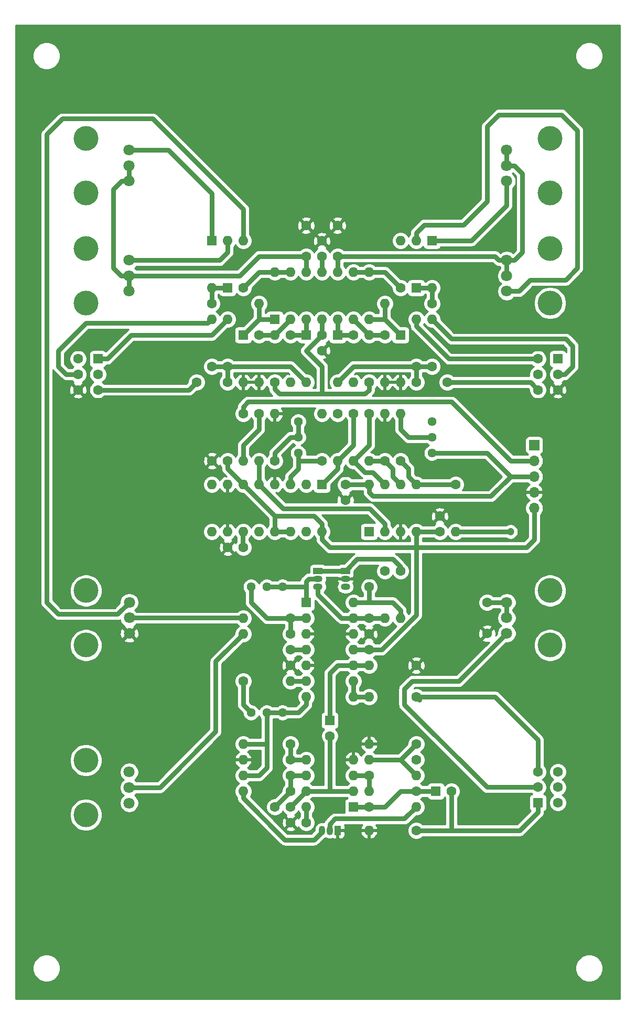
<source format=gbr>
G04 #@! TF.GenerationSoftware,KiCad,Pcbnew,(5.1.5)-3*
G04 #@! TF.CreationDate,2021-04-20T11:51:35+02:00*
G04 #@! TF.ProjectId,AnalogDrum_Drums,416e616c-6f67-4447-9275-6d5f4472756d,rev?*
G04 #@! TF.SameCoordinates,Original*
G04 #@! TF.FileFunction,Copper,L2,Bot*
G04 #@! TF.FilePolarity,Positive*
%FSLAX46Y46*%
G04 Gerber Fmt 4.6, Leading zero omitted, Abs format (unit mm)*
G04 Created by KiCad (PCBNEW (5.1.5)-3) date 2021-04-20 11:51:35*
%MOMM*%
%LPD*%
G04 APERTURE LIST*
%ADD10C,4.000000*%
%ADD11C,1.800000*%
%ADD12C,1.600000*%
%ADD13R,1.600000X1.600000*%
%ADD14O,1.600000X1.600000*%
%ADD15C,1.440000*%
%ADD16R,1.050000X1.500000*%
%ADD17O,1.050000X1.500000*%
%ADD18R,1.500000X1.050000*%
%ADD19O,1.500000X1.050000*%
%ADD20O,1.700000X1.700000*%
%ADD21R,1.700000X1.700000*%
%ADD22C,1.200000*%
%ADD23C,0.750000*%
%ADD24C,0.254000*%
G04 APERTURE END LIST*
D10*
X54595000Y-148045000D03*
X54595000Y-156845000D03*
D11*
X61595000Y-149945000D03*
X61595000Y-152445000D03*
X61595000Y-154945000D03*
D10*
X54610000Y-120650000D03*
X54610000Y-129450000D03*
D11*
X61610000Y-122550000D03*
X61610000Y-125050000D03*
X61610000Y-127550000D03*
D10*
X129555000Y-74205000D03*
X129555000Y-65405000D03*
D11*
X122555000Y-72305000D03*
X122555000Y-69805000D03*
X122555000Y-67305000D03*
D10*
X129540000Y-56425000D03*
X129540000Y-47625000D03*
D11*
X122540000Y-54525000D03*
X122540000Y-52025000D03*
X122540000Y-49525000D03*
D10*
X54595000Y-65405000D03*
X54595000Y-74205000D03*
D11*
X61595000Y-67305000D03*
X61595000Y-69805000D03*
X61595000Y-72305000D03*
D10*
X54595000Y-47625000D03*
X54595000Y-56425000D03*
D11*
X61595000Y-49525000D03*
X61595000Y-52025000D03*
X61595000Y-54525000D03*
D10*
X129555000Y-129450000D03*
X129555000Y-120650000D03*
D11*
X122555000Y-127550000D03*
X122555000Y-125050000D03*
X122555000Y-122550000D03*
D12*
X100330000Y-120055000D03*
X100330000Y-125055000D03*
X95250000Y-61675000D03*
X95250000Y-66675000D03*
X112950000Y-86995000D03*
X107950000Y-86995000D03*
X90170000Y-61675000D03*
X90170000Y-66675000D03*
X72470000Y-86995000D03*
X77470000Y-86995000D03*
X119380000Y-127555000D03*
X119380000Y-122555000D03*
X113625000Y-153035000D03*
D13*
X111125000Y-153035000D03*
D12*
X130810000Y-149900000D03*
X130810000Y-152400000D03*
X130810000Y-154900000D03*
X127610000Y-149900000D03*
X127610000Y-152400000D03*
D13*
X127610000Y-154900000D03*
D14*
X100330000Y-159385000D03*
D12*
X107950000Y-159385000D03*
X127610000Y-88225000D03*
X127610000Y-85725000D03*
X127610000Y-83225000D03*
X130810000Y-88225000D03*
X130810000Y-85725000D03*
D13*
X130810000Y-83225000D03*
D12*
X53340000Y-88225000D03*
X53340000Y-85725000D03*
X53340000Y-83225000D03*
X56540000Y-88225000D03*
X56540000Y-85725000D03*
D13*
X56540000Y-83225000D03*
D14*
X90170000Y-155575000D03*
X97790000Y-147955000D03*
X90170000Y-153035000D03*
X97790000Y-150495000D03*
X90170000Y-150495000D03*
X97790000Y-153035000D03*
X90170000Y-147955000D03*
D13*
X97790000Y-155575000D03*
D14*
X97790000Y-122555000D03*
X90170000Y-137795000D03*
X97790000Y-125095000D03*
X90170000Y-135255000D03*
X97790000Y-127635000D03*
X90170000Y-132715000D03*
X97790000Y-130175000D03*
X90170000Y-130175000D03*
X97790000Y-132715000D03*
X90170000Y-127635000D03*
X97790000Y-135255000D03*
X90170000Y-125095000D03*
X97790000Y-137795000D03*
D13*
X90170000Y-122555000D03*
D14*
X100330000Y-103505000D03*
X107950000Y-111125000D03*
X102870000Y-103505000D03*
X105410000Y-111125000D03*
X105410000Y-103505000D03*
X102870000Y-111125000D03*
X107950000Y-103505000D03*
D13*
X100330000Y-111125000D03*
D14*
X92710000Y-111125000D03*
X74930000Y-103505000D03*
X90170000Y-111125000D03*
X77470000Y-103505000D03*
X87630000Y-111125000D03*
X80010000Y-103505000D03*
X85090000Y-111125000D03*
X82550000Y-103505000D03*
X82550000Y-111125000D03*
X85090000Y-103505000D03*
X80010000Y-111125000D03*
X87630000Y-103505000D03*
X77470000Y-111125000D03*
X90170000Y-103505000D03*
X74930000Y-111125000D03*
D13*
X92710000Y-103505000D03*
D14*
X85090000Y-69215000D03*
X100330000Y-76835000D03*
X87630000Y-69215000D03*
X97790000Y-76835000D03*
X90170000Y-69215000D03*
X95250000Y-76835000D03*
X92710000Y-69215000D03*
X92710000Y-76835000D03*
X95250000Y-69215000D03*
X90170000Y-76835000D03*
X97790000Y-69215000D03*
X87630000Y-76835000D03*
X100330000Y-69215000D03*
D13*
X85090000Y-76835000D03*
D15*
X86360000Y-140335000D03*
X83820000Y-140335000D03*
X81280000Y-140335000D03*
X86360000Y-120015000D03*
X83820000Y-120015000D03*
X81280000Y-120015000D03*
X88900000Y-93345000D03*
X88900000Y-95885000D03*
X88900000Y-98425000D03*
X110490000Y-93345000D03*
X110490000Y-95885000D03*
X110490000Y-98425000D03*
D14*
X107950000Y-155575000D03*
D12*
X100330000Y-155575000D03*
D14*
X100330000Y-153035000D03*
D12*
X107950000Y-153035000D03*
D14*
X105410000Y-125095000D03*
D12*
X105410000Y-117475000D03*
D14*
X100330000Y-145415000D03*
D12*
X107950000Y-145415000D03*
D14*
X80010000Y-153035000D03*
D12*
X87630000Y-153035000D03*
D14*
X80010000Y-147955000D03*
D12*
X87630000Y-147955000D03*
D14*
X107950000Y-150495000D03*
D12*
X100330000Y-150495000D03*
D14*
X80010000Y-145415000D03*
D12*
X87630000Y-145415000D03*
D14*
X80010000Y-127635000D03*
D12*
X87630000Y-127635000D03*
D14*
X100330000Y-132715000D03*
D12*
X107950000Y-132715000D03*
D14*
X100330000Y-137795000D03*
D12*
X107950000Y-137795000D03*
D14*
X80010000Y-150495000D03*
D12*
X87630000Y-150495000D03*
D14*
X87630000Y-135255000D03*
D12*
X80010000Y-135255000D03*
D14*
X102870000Y-125095000D03*
D12*
X102870000Y-117475000D03*
D14*
X80010000Y-125095000D03*
D12*
X87630000Y-125095000D03*
D14*
X100330000Y-147955000D03*
D12*
X107950000Y-147955000D03*
D14*
X85090000Y-92075000D03*
D12*
X85090000Y-99695000D03*
D14*
X80010000Y-99695000D03*
D12*
X80010000Y-92075000D03*
D14*
X92710000Y-92075000D03*
D12*
X92710000Y-99695000D03*
D14*
X82550000Y-99695000D03*
D12*
X82550000Y-92075000D03*
D14*
X102870000Y-92075000D03*
D12*
X102870000Y-99695000D03*
D14*
X100330000Y-99695000D03*
D12*
X100330000Y-92075000D03*
D14*
X95250000Y-99695000D03*
D12*
X95250000Y-92075000D03*
D14*
X97790000Y-99695000D03*
D12*
X97790000Y-92075000D03*
D14*
X114300000Y-111125000D03*
D12*
X114300000Y-103505000D03*
D14*
X105410000Y-92075000D03*
D12*
X105410000Y-99695000D03*
D14*
X102870000Y-86995000D03*
D12*
X102870000Y-79375000D03*
D14*
X97790000Y-86995000D03*
D12*
X97790000Y-79375000D03*
D14*
X110490000Y-76835000D03*
D12*
X110490000Y-84455000D03*
D14*
X105410000Y-64135000D03*
D12*
X105410000Y-71755000D03*
D14*
X102870000Y-74295000D03*
D12*
X110490000Y-74295000D03*
D14*
X107950000Y-76835000D03*
D12*
X107950000Y-84455000D03*
D14*
X100330000Y-79375000D03*
D12*
X100330000Y-86995000D03*
D14*
X82550000Y-86995000D03*
D12*
X82550000Y-79375000D03*
D14*
X87630000Y-86995000D03*
D12*
X87630000Y-79375000D03*
D14*
X74930000Y-76835000D03*
D12*
X74930000Y-84455000D03*
D14*
X80010000Y-64135000D03*
D12*
X80010000Y-71755000D03*
D14*
X82550000Y-74295000D03*
D12*
X74930000Y-74295000D03*
D14*
X77470000Y-76835000D03*
D12*
X77470000Y-84455000D03*
D14*
X85090000Y-79375000D03*
D12*
X85090000Y-86995000D03*
D16*
X95250000Y-159385000D03*
D17*
X92710000Y-159385000D03*
X93980000Y-159385000D03*
D18*
X96520000Y-117475000D03*
D19*
X96520000Y-120015000D03*
X96520000Y-118745000D03*
D18*
X92075000Y-117475000D03*
D19*
X92075000Y-120015000D03*
X92075000Y-118745000D03*
D20*
X127000000Y-107315000D03*
X127000000Y-104775000D03*
X127000000Y-102235000D03*
X127000000Y-99695000D03*
D21*
X127000000Y-97155000D03*
D14*
X105410000Y-86995000D03*
D13*
X105410000Y-79375000D03*
D14*
X107950000Y-64135000D03*
D13*
X107950000Y-71755000D03*
D14*
X95250000Y-86995000D03*
D13*
X95250000Y-79375000D03*
D14*
X110490000Y-71755000D03*
D13*
X110490000Y-64135000D03*
D14*
X80010000Y-86995000D03*
D13*
X80010000Y-79375000D03*
D14*
X77470000Y-64135000D03*
D13*
X77470000Y-71755000D03*
D14*
X90170000Y-86995000D03*
D13*
X90170000Y-79375000D03*
D14*
X74930000Y-71755000D03*
D13*
X74930000Y-64135000D03*
D12*
X93980000Y-144105000D03*
D13*
X93980000Y-141605000D03*
D12*
X100330000Y-130175000D03*
X100330000Y-127675000D03*
X87630000Y-132715000D03*
X87630000Y-130215000D03*
X87670000Y-158115000D03*
X90170000Y-158115000D03*
X111760000Y-111125000D03*
X111760000Y-108625000D03*
X77470000Y-99695000D03*
X74970000Y-99695000D03*
X96520000Y-106045000D03*
X96520000Y-103545000D03*
X77510000Y-113665000D03*
X80010000Y-113665000D03*
X92710000Y-66675000D03*
X92710000Y-64175000D03*
X92710000Y-81875000D03*
X92710000Y-79375000D03*
X87630000Y-155575000D03*
X85130000Y-155575000D03*
D22*
X44450000Y-30480000D03*
X54610000Y-30480000D03*
X64770000Y-30480000D03*
X74930000Y-30480000D03*
X85090000Y-30480000D03*
X95250000Y-30480000D03*
X105410000Y-30480000D03*
X115570000Y-30480000D03*
X125730000Y-30480000D03*
X139700000Y-30480000D03*
X44450000Y-40640000D03*
X44450000Y-50800000D03*
X44450000Y-60960000D03*
X44450000Y-71120000D03*
X44450000Y-81280000D03*
X44450000Y-91440000D03*
X44450000Y-101600000D03*
X44450000Y-111760000D03*
X44450000Y-121920000D03*
X44450000Y-132080000D03*
X44450000Y-142240000D03*
X44450000Y-152400000D03*
X44450000Y-162560000D03*
X44450000Y-172720000D03*
X44450000Y-185420000D03*
X54610000Y-185420000D03*
X64770000Y-185420000D03*
X74930000Y-185420000D03*
X85090000Y-185420000D03*
X95250000Y-185420000D03*
X105410000Y-185420000D03*
X115570000Y-185420000D03*
X125730000Y-185420000D03*
X139700000Y-185420000D03*
X139700000Y-40640000D03*
X139700000Y-50800000D03*
X139700000Y-60960000D03*
X139700000Y-71120000D03*
X139700000Y-81280000D03*
X139700000Y-91440000D03*
X139700000Y-101600000D03*
X139700000Y-111760000D03*
X139700000Y-121920000D03*
X139700000Y-132080000D03*
X139700000Y-142240000D03*
X139700000Y-152400000D03*
X139700000Y-162560000D03*
X139700000Y-172720000D03*
X123190000Y-111125000D03*
D23*
X87630000Y-155575000D02*
X90170000Y-153035000D01*
X90170000Y-153035000D02*
X93980000Y-153035000D01*
X93980000Y-153035000D02*
X97790000Y-153035000D01*
X93980000Y-144105000D02*
X93980000Y-153035000D01*
X85130000Y-155535000D02*
X87630000Y-153035000D01*
X85130000Y-155575000D02*
X85130000Y-155535000D01*
X87630000Y-153035000D02*
X87630000Y-150495000D01*
X87630000Y-150495000D02*
X90170000Y-150495000D01*
X122550000Y-122555000D02*
X122555000Y-122550000D01*
X119380000Y-122555000D02*
X122550000Y-122555000D01*
X122555000Y-122550000D02*
X122555000Y-125050000D01*
X71240000Y-88225000D02*
X72470000Y-86995000D01*
X56540000Y-88225000D02*
X71240000Y-88225000D01*
X90170000Y-86995000D02*
X87630000Y-84455000D01*
X87630000Y-84455000D02*
X77470000Y-84455000D01*
X77470000Y-86995000D02*
X77470000Y-84455000D01*
X77470000Y-84455000D02*
X74930000Y-84455000D01*
X90170000Y-66675000D02*
X90170000Y-69215000D01*
X61595000Y-72305000D02*
X61595000Y-69805000D01*
X90170000Y-66675000D02*
X82550000Y-66675000D01*
X79420000Y-69805000D02*
X61595000Y-69805000D01*
X82550000Y-66675000D02*
X79420000Y-69805000D01*
X61595000Y-52025000D02*
X61595000Y-54525000D01*
X61595000Y-54525000D02*
X60410000Y-54525000D01*
X60410000Y-54525000D02*
X59055000Y-55880000D01*
X59055000Y-55880000D02*
X59055000Y-68580000D01*
X60280000Y-69805000D02*
X61595000Y-69805000D01*
X59055000Y-68580000D02*
X60280000Y-69805000D01*
X92710000Y-76835000D02*
X92710000Y-79375000D01*
X96560000Y-103505000D02*
X96520000Y-103545000D01*
X100330000Y-103505000D02*
X96560000Y-103505000D01*
X79970000Y-111165000D02*
X80010000Y-111125000D01*
X79970000Y-113665000D02*
X79970000Y-111165000D01*
X90130000Y-130215000D02*
X90170000Y-130175000D01*
X87630000Y-130215000D02*
X90130000Y-130215000D01*
X90170000Y-155575000D02*
X90170000Y-158115000D01*
X100330000Y-88265000D02*
X100330000Y-86995000D01*
X99695000Y-88900000D02*
X100330000Y-88265000D01*
X85090000Y-86995000D02*
X85090000Y-88126370D01*
X85090000Y-88126370D02*
X85863630Y-88900000D01*
X92710000Y-84455000D02*
X92710000Y-88900000D01*
X90170000Y-81915000D02*
X92710000Y-84455000D01*
X92710000Y-79375000D02*
X90170000Y-81915000D01*
X85863630Y-88900000D02*
X92710000Y-88900000D01*
X92710000Y-88900000D02*
X99695000Y-88900000D01*
X110490000Y-98425000D02*
X119380000Y-98425000D01*
X123190000Y-102235000D02*
X127000000Y-102235000D01*
X119380000Y-98425000D02*
X123190000Y-102235000D01*
X100330000Y-103505000D02*
X100330000Y-104775000D01*
X100330000Y-104775000D02*
X100965000Y-105410000D01*
X120015000Y-105410000D02*
X123190000Y-102235000D01*
X100965000Y-105410000D02*
X120015000Y-105410000D01*
X92710000Y-66675000D02*
X92710000Y-69215000D01*
X77470000Y-100965000D02*
X80010000Y-103505000D01*
X77470000Y-99695000D02*
X77470000Y-100965000D01*
X80010000Y-103505000D02*
X85090000Y-108585000D01*
X85090000Y-108585000D02*
X85090000Y-111125000D01*
X85090000Y-111125000D02*
X87630000Y-111125000D01*
X92710000Y-111125000D02*
X92710000Y-109855000D01*
X91440000Y-108585000D02*
X85090000Y-108585000D01*
X92710000Y-109855000D02*
X91440000Y-108585000D01*
X111760000Y-111125000D02*
X107950000Y-111125000D01*
X100330000Y-130175000D02*
X97790000Y-130175000D01*
X92710000Y-111125000D02*
X92710000Y-112395000D01*
X92710000Y-112395000D02*
X93980000Y-113665000D01*
X93980000Y-113665000D02*
X107315000Y-113665000D01*
X102365002Y-130175000D02*
X107950000Y-124590002D01*
X100330000Y-130175000D02*
X102365002Y-130175000D01*
X107950000Y-113030000D02*
X107950000Y-112395000D01*
X107950000Y-112395000D02*
X107950000Y-111125000D01*
X107315000Y-113665000D02*
X107950000Y-113665000D01*
X107950000Y-124590002D02*
X107950000Y-113665000D01*
X107950000Y-113665000D02*
X107950000Y-112395000D01*
X107950000Y-113665000D02*
X125730000Y-113665000D01*
X127000000Y-112395000D02*
X127000000Y-107315000D01*
X125730000Y-113665000D02*
X127000000Y-112395000D01*
X126380000Y-86995000D02*
X127610000Y-88225000D01*
X112950000Y-86995000D02*
X126380000Y-86995000D01*
X97790000Y-84455000D02*
X95250000Y-86995000D01*
X107950000Y-84455000D02*
X97790000Y-84455000D01*
X107950000Y-86995000D02*
X107950000Y-84455000D01*
X110490000Y-84455000D02*
X107950000Y-84455000D01*
X95250000Y-66675000D02*
X95250000Y-69215000D01*
X95250000Y-66675000D02*
X120650000Y-66675000D01*
X122555000Y-69805000D02*
X122555000Y-67305000D01*
X122540000Y-49525000D02*
X122540000Y-52025000D01*
X123812792Y-52025000D02*
X125095000Y-53307208D01*
X122540000Y-52025000D02*
X123812792Y-52025000D01*
X125095000Y-53307208D02*
X125095000Y-66040000D01*
X123830000Y-67305000D02*
X122555000Y-67305000D01*
X125095000Y-66040000D02*
X123830000Y-67305000D01*
X121280000Y-67305000D02*
X122555000Y-67305000D01*
X120650000Y-66675000D02*
X121280000Y-67305000D01*
X97790000Y-122555000D02*
X100330000Y-122555000D01*
X100330000Y-122555000D02*
X104140000Y-122555000D01*
X105410000Y-123825000D02*
X105410000Y-125095000D01*
X104140000Y-122555000D02*
X105410000Y-123825000D01*
X100330000Y-120055000D02*
X100330000Y-122555000D01*
X100330000Y-132715000D02*
X97790000Y-132715000D01*
X93980000Y-141605000D02*
X93980000Y-133985000D01*
X95250000Y-132715000D02*
X97790000Y-132715000D01*
X93980000Y-133985000D02*
X95250000Y-132715000D01*
X77470000Y-71755000D02*
X74930000Y-71755000D01*
X74930000Y-71755000D02*
X74930000Y-74295000D01*
X61595000Y-49525000D02*
X67940000Y-49525000D01*
X74930000Y-56515000D02*
X74930000Y-64135000D01*
X67940000Y-49525000D02*
X74930000Y-56515000D01*
X90170000Y-76835000D02*
X90170000Y-79375000D01*
X87630000Y-79375000D02*
X90170000Y-79375000D01*
X77470000Y-66040000D02*
X77470000Y-64135000D01*
X61595000Y-67305000D02*
X76205000Y-67305000D01*
X76205000Y-67305000D02*
X77470000Y-66040000D01*
X82550000Y-76835000D02*
X80010000Y-79375000D01*
X85090000Y-76835000D02*
X82550000Y-76835000D01*
X82550000Y-74295000D02*
X82550000Y-76835000D01*
X107950000Y-71755000D02*
X110490000Y-71755000D01*
X110490000Y-71755000D02*
X110490000Y-74295000D01*
X110490000Y-64135000D02*
X116840000Y-64135000D01*
X122540000Y-58435000D02*
X122540000Y-54525000D01*
X116840000Y-64135000D02*
X122540000Y-58435000D01*
X95250000Y-76835000D02*
X95250000Y-79375000D01*
X95250000Y-79375000D02*
X97790000Y-79375000D01*
X124545000Y-72305000D02*
X122555000Y-72305000D01*
X126365000Y-70485000D02*
X124545000Y-72305000D01*
X119380000Y-57785000D02*
X119380000Y-45720000D01*
X109220000Y-61595000D02*
X115570000Y-61595000D01*
X115570000Y-61595000D02*
X119380000Y-57785000D01*
X107950000Y-64135000D02*
X107950000Y-62865000D01*
X133985000Y-46355000D02*
X133985000Y-68580000D01*
X107950000Y-62865000D02*
X109220000Y-61595000D01*
X119380000Y-45720000D02*
X121285000Y-43815000D01*
X131445000Y-43815000D02*
X133985000Y-46355000D01*
X133985000Y-68580000D02*
X132080000Y-70485000D01*
X121285000Y-43815000D02*
X131445000Y-43815000D01*
X132080000Y-70485000D02*
X126365000Y-70485000D01*
X102870000Y-76835000D02*
X105410000Y-79375000D01*
X100330000Y-76835000D02*
X102870000Y-76835000D01*
X102870000Y-74295000D02*
X102870000Y-76835000D01*
X123190000Y-99695000D02*
X127000000Y-99695000D01*
X80783630Y-90170000D02*
X113665000Y-90170000D01*
X80010000Y-92075000D02*
X80010000Y-90943630D01*
X113665000Y-90170000D02*
X123190000Y-99695000D01*
X80010000Y-90943630D02*
X80783630Y-90170000D01*
X96520000Y-117475000D02*
X92710000Y-117475000D01*
X105410000Y-116840000D02*
X105410000Y-117475000D01*
X104140000Y-115570000D02*
X105410000Y-116840000D01*
X96520000Y-117475000D02*
X98425000Y-115570000D01*
X98425000Y-115570000D02*
X104140000Y-115570000D01*
X90170000Y-120774351D02*
X90170000Y-121005000D01*
X90170000Y-121005000D02*
X90170000Y-121285000D01*
X90170000Y-121285000D02*
X90170000Y-122555000D01*
X90575000Y-118745000D02*
X90170000Y-119150000D01*
X92075000Y-118745000D02*
X90575000Y-118745000D01*
X83820000Y-120015000D02*
X86360000Y-120015000D01*
X86360000Y-120015000D02*
X90170000Y-120015000D01*
X90170000Y-119150000D02*
X90170000Y-120015000D01*
X90170000Y-120015000D02*
X90170000Y-121005000D01*
X87630000Y-135255000D02*
X90170000Y-135255000D01*
X86728630Y-160885000D02*
X91435000Y-160885000D01*
X91435000Y-160885000D02*
X92710000Y-159610000D01*
X80010000Y-154166370D02*
X86728630Y-160885000D01*
X92710000Y-159610000D02*
X92710000Y-159385000D01*
X80010000Y-153035000D02*
X80010000Y-154166370D01*
X93980000Y-158344998D02*
X94844998Y-157480000D01*
X93980000Y-159385000D02*
X93980000Y-158344998D01*
X106045000Y-157480000D02*
X107950000Y-155575000D01*
X94844998Y-157480000D02*
X106045000Y-157480000D01*
X87630000Y-76835000D02*
X85090000Y-79375000D01*
X85090000Y-79375000D02*
X82550000Y-79375000D01*
X58090000Y-83225000D02*
X61940000Y-79375000D01*
X56540000Y-83225000D02*
X58090000Y-83225000D01*
X74930000Y-79375000D02*
X77470000Y-76835000D01*
X61940000Y-79375000D02*
X74930000Y-79375000D01*
X50800000Y-44450000D02*
X65405000Y-44450000D01*
X59700000Y-124460000D02*
X50165000Y-124460000D01*
X65405000Y-44450000D02*
X80010000Y-59055000D01*
X61610000Y-122550000D02*
X59700000Y-124460000D01*
X48260000Y-122555000D02*
X48260000Y-46990000D01*
X50165000Y-124460000D02*
X48260000Y-122555000D01*
X80010000Y-59055000D02*
X80010000Y-64135000D01*
X48260000Y-46990000D02*
X50800000Y-44450000D01*
X87630000Y-69215000D02*
X85090000Y-69215000D01*
X82550000Y-69215000D02*
X80010000Y-71755000D01*
X85090000Y-69215000D02*
X82550000Y-69215000D01*
X53340000Y-85725000D02*
X51435000Y-85725000D01*
X51435000Y-85725000D02*
X50165000Y-84455000D01*
X50165000Y-81915000D02*
X54610000Y-77470000D01*
X74295000Y-77470000D02*
X74930000Y-76835000D01*
X50165000Y-84455000D02*
X50165000Y-81915000D01*
X54610000Y-77470000D02*
X74295000Y-77470000D01*
X97790000Y-76835000D02*
X100330000Y-79375000D01*
X100330000Y-79375000D02*
X102870000Y-79375000D01*
X126478630Y-83225000D02*
X127610000Y-83225000D01*
X113208630Y-83225000D02*
X126478630Y-83225000D01*
X107950000Y-77966370D02*
X113208630Y-83225000D01*
X107950000Y-76835000D02*
X107950000Y-77966370D01*
X114300000Y-111125000D02*
X115431370Y-111125000D01*
X115431370Y-111125000D02*
X123190000Y-111125000D01*
X123190000Y-111125000D02*
X123190000Y-111125000D01*
X97790000Y-69215000D02*
X100330000Y-69215000D01*
X102870000Y-69215000D02*
X105410000Y-71755000D01*
X100330000Y-69215000D02*
X102870000Y-69215000D01*
X131941370Y-85725000D02*
X133211370Y-84455000D01*
X130810000Y-85725000D02*
X131941370Y-85725000D01*
X133211370Y-84455000D02*
X133211370Y-81141370D01*
X133211370Y-81141370D02*
X132080000Y-80010000D01*
X113665000Y-80010000D02*
X110490000Y-76835000D01*
X132080000Y-80010000D02*
X113665000Y-80010000D01*
X105410000Y-92075000D02*
X105410000Y-94615000D01*
X106680000Y-95885000D02*
X110490000Y-95885000D01*
X105410000Y-94615000D02*
X106680000Y-95885000D01*
X106680000Y-102235000D02*
X107950000Y-103505000D01*
X105410000Y-99695000D02*
X106680000Y-100965000D01*
X106680000Y-100965000D02*
X106680000Y-102235000D01*
X107950000Y-103505000D02*
X114300000Y-103505000D01*
X100330000Y-97155000D02*
X97790000Y-99695000D01*
X100330000Y-92075000D02*
X100330000Y-97155000D01*
X99695000Y-101600000D02*
X97790000Y-99695000D01*
X102870000Y-103505000D02*
X100965000Y-101600000D01*
X100965000Y-101600000D02*
X99695000Y-101600000D01*
X97790000Y-97155000D02*
X95250000Y-99695000D01*
X97790000Y-92075000D02*
X97790000Y-97155000D01*
X95250000Y-100965000D02*
X92710000Y-103505000D01*
X95250000Y-99695000D02*
X95250000Y-100965000D01*
X102870000Y-99695000D02*
X100330000Y-99695000D01*
X102870000Y-99695000D02*
X104140000Y-100965000D01*
X104140000Y-102235000D02*
X105410000Y-103505000D01*
X104140000Y-100965000D02*
X104140000Y-102235000D01*
X82550000Y-99695000D02*
X82550000Y-103505000D01*
X102870000Y-109855000D02*
X102870000Y-111125000D01*
X100435001Y-107420001D02*
X102870000Y-109855000D01*
X82550000Y-103505000D02*
X86465001Y-107420001D01*
X86465001Y-107420001D02*
X100435001Y-107420001D01*
X82550000Y-92075000D02*
X82550000Y-94615000D01*
X80010000Y-97155000D02*
X80010000Y-99695000D01*
X82550000Y-94615000D02*
X80010000Y-97155000D01*
X87630000Y-103505000D02*
X87630000Y-102235000D01*
X87630000Y-102235000D02*
X88900000Y-100965000D01*
X92710000Y-99695000D02*
X88900000Y-99695000D01*
X88900000Y-100965000D02*
X88900000Y-99695000D01*
X88900000Y-99695000D02*
X88900000Y-98425000D01*
X88900000Y-95885000D02*
X87630000Y-95885000D01*
X85090000Y-98425000D02*
X85090000Y-99695000D01*
X87630000Y-95885000D02*
X85090000Y-98425000D01*
X88900000Y-93345000D02*
X88900000Y-95885000D01*
X105410000Y-147955000D02*
X107950000Y-145415000D01*
X100330000Y-147955000D02*
X105410000Y-147955000D01*
X107950000Y-150495000D02*
X105410000Y-147955000D01*
X79965000Y-125050000D02*
X80010000Y-125095000D01*
X61610000Y-125050000D02*
X79965000Y-125050000D01*
X90170000Y-125095000D02*
X87630000Y-125095000D01*
X87630000Y-125095000D02*
X87630000Y-127635000D01*
X81280000Y-121285000D02*
X81280000Y-122555000D01*
X83820000Y-125095000D02*
X87630000Y-125095000D01*
X81280000Y-122555000D02*
X83820000Y-125095000D01*
X81280000Y-121285000D02*
X81280000Y-120015000D01*
X80010000Y-139065000D02*
X81280000Y-140335000D01*
X80010000Y-135255000D02*
X80010000Y-139065000D01*
X83820000Y-140335000D02*
X86360000Y-140335000D01*
X86360000Y-140335000D02*
X88900000Y-140335000D01*
X90170000Y-139065000D02*
X90170000Y-137795000D01*
X88900000Y-140335000D02*
X90170000Y-139065000D01*
X83820000Y-149225000D02*
X83820000Y-145415000D01*
X80010000Y-150495000D02*
X82550000Y-150495000D01*
X82550000Y-150495000D02*
X83820000Y-149225000D01*
X80010000Y-145415000D02*
X83820000Y-145415000D01*
X83820000Y-140335000D02*
X83820000Y-145415000D01*
X100330000Y-137795000D02*
X97790000Y-137795000D01*
X97790000Y-135255000D02*
X97790000Y-137795000D01*
X108500000Y-138345000D02*
X107950000Y-137795000D01*
X127610000Y-144755000D02*
X127610000Y-149900000D01*
X107950000Y-137795000D02*
X120650000Y-137795000D01*
X120650000Y-137795000D02*
X127610000Y-144755000D01*
X75565000Y-132080000D02*
X80010000Y-127635000D01*
X75565000Y-143420000D02*
X75565000Y-132080000D01*
X61595000Y-152445000D02*
X66540000Y-152445000D01*
X66540000Y-152445000D02*
X75565000Y-143420000D01*
X87630000Y-145415000D02*
X87630000Y-147955000D01*
X90170000Y-147955000D02*
X87630000Y-147955000D01*
X100330000Y-153035000D02*
X100330000Y-150495000D01*
X97790000Y-150495000D02*
X100330000Y-150495000D01*
X107950000Y-153035000D02*
X105410000Y-153035000D01*
X102870000Y-155575000D02*
X100330000Y-155575000D01*
X105410000Y-153035000D02*
X102870000Y-155575000D01*
X97790000Y-155575000D02*
X100330000Y-155575000D01*
X107950000Y-153035000D02*
X111125000Y-153035000D01*
X100290000Y-125095000D02*
X100330000Y-125055000D01*
X97790000Y-125095000D02*
X100290000Y-125095000D01*
X100370000Y-125095000D02*
X100330000Y-125055000D01*
X102870000Y-125095000D02*
X100370000Y-125095000D01*
X96658630Y-125095000D02*
X97790000Y-125095000D01*
X95880000Y-125095000D02*
X96658630Y-125095000D01*
X92075000Y-121290000D02*
X95880000Y-125095000D01*
X92075000Y-120015000D02*
X92075000Y-121290000D01*
X114850000Y-135255000D02*
X122555000Y-127550000D01*
X119380000Y-152400000D02*
X106045000Y-139065000D01*
X127610000Y-152400000D02*
X119380000Y-152400000D01*
X106045000Y-139065000D02*
X106045000Y-136525000D01*
X107315000Y-135255000D02*
X114850000Y-135255000D01*
X106045000Y-136525000D02*
X107315000Y-135255000D01*
X113625000Y-159345000D02*
X113665000Y-159385000D01*
X113625000Y-153035000D02*
X113625000Y-159345000D01*
X107950000Y-159385000D02*
X113665000Y-159385000D01*
X124675000Y-159385000D02*
X127610000Y-156450000D01*
X127610000Y-156450000D02*
X127610000Y-154900000D01*
X113665000Y-159385000D02*
X124675000Y-159385000D01*
D24*
G36*
X140843000Y-186563000D02*
G01*
X43307000Y-186563000D01*
X43307000Y-181389872D01*
X46025000Y-181389872D01*
X46025000Y-181830128D01*
X46110890Y-182261925D01*
X46279369Y-182668669D01*
X46523962Y-183034729D01*
X46835271Y-183346038D01*
X47201331Y-183590631D01*
X47608075Y-183759110D01*
X48039872Y-183845000D01*
X48480128Y-183845000D01*
X48911925Y-183759110D01*
X49318669Y-183590631D01*
X49684729Y-183346038D01*
X49996038Y-183034729D01*
X50240631Y-182668669D01*
X50409110Y-182261925D01*
X50495000Y-181830128D01*
X50495000Y-181389872D01*
X133655000Y-181389872D01*
X133655000Y-181830128D01*
X133740890Y-182261925D01*
X133909369Y-182668669D01*
X134153962Y-183034729D01*
X134465271Y-183346038D01*
X134831331Y-183590631D01*
X135238075Y-183759110D01*
X135669872Y-183845000D01*
X136110128Y-183845000D01*
X136541925Y-183759110D01*
X136948669Y-183590631D01*
X137314729Y-183346038D01*
X137626038Y-183034729D01*
X137870631Y-182668669D01*
X138039110Y-182261925D01*
X138125000Y-181830128D01*
X138125000Y-181389872D01*
X138039110Y-180958075D01*
X137870631Y-180551331D01*
X137626038Y-180185271D01*
X137314729Y-179873962D01*
X136948669Y-179629369D01*
X136541925Y-179460890D01*
X136110128Y-179375000D01*
X135669872Y-179375000D01*
X135238075Y-179460890D01*
X134831331Y-179629369D01*
X134465271Y-179873962D01*
X134153962Y-180185271D01*
X133909369Y-180551331D01*
X133740890Y-180958075D01*
X133655000Y-181389872D01*
X50495000Y-181389872D01*
X50409110Y-180958075D01*
X50240631Y-180551331D01*
X49996038Y-180185271D01*
X49684729Y-179873962D01*
X49318669Y-179629369D01*
X48911925Y-179460890D01*
X48480128Y-179375000D01*
X48039872Y-179375000D01*
X47608075Y-179460890D01*
X47201331Y-179629369D01*
X46835271Y-179873962D01*
X46523962Y-180185271D01*
X46279369Y-180551331D01*
X46110890Y-180958075D01*
X46025000Y-181389872D01*
X43307000Y-181389872D01*
X43307000Y-156585475D01*
X51960000Y-156585475D01*
X51960000Y-157104525D01*
X52061261Y-157613601D01*
X52259893Y-158093141D01*
X52548262Y-158524715D01*
X52915285Y-158891738D01*
X53346859Y-159180107D01*
X53826399Y-159378739D01*
X54335475Y-159480000D01*
X54854525Y-159480000D01*
X55363601Y-159378739D01*
X55843141Y-159180107D01*
X56274715Y-158891738D01*
X56641738Y-158524715D01*
X56930107Y-158093141D01*
X57128739Y-157613601D01*
X57230000Y-157104525D01*
X57230000Y-156585475D01*
X57128739Y-156076399D01*
X56930107Y-155596859D01*
X56641738Y-155165285D01*
X56274715Y-154798262D01*
X55843141Y-154509893D01*
X55363601Y-154311261D01*
X54854525Y-154210000D01*
X54335475Y-154210000D01*
X53826399Y-154311261D01*
X53346859Y-154509893D01*
X52915285Y-154798262D01*
X52548262Y-155165285D01*
X52259893Y-155596859D01*
X52061261Y-156076399D01*
X51960000Y-156585475D01*
X43307000Y-156585475D01*
X43307000Y-147785475D01*
X51960000Y-147785475D01*
X51960000Y-148304525D01*
X52061261Y-148813601D01*
X52259893Y-149293141D01*
X52548262Y-149724715D01*
X52915285Y-150091738D01*
X53346859Y-150380107D01*
X53826399Y-150578739D01*
X54335475Y-150680000D01*
X54854525Y-150680000D01*
X55363601Y-150578739D01*
X55843141Y-150380107D01*
X56274715Y-150091738D01*
X56641738Y-149724715D01*
X56930107Y-149293141D01*
X57128739Y-148813601D01*
X57230000Y-148304525D01*
X57230000Y-147785475D01*
X57128739Y-147276399D01*
X56930107Y-146796859D01*
X56641738Y-146365285D01*
X56274715Y-145998262D01*
X55843141Y-145709893D01*
X55363601Y-145511261D01*
X54854525Y-145410000D01*
X54335475Y-145410000D01*
X53826399Y-145511261D01*
X53346859Y-145709893D01*
X52915285Y-145998262D01*
X52548262Y-146365285D01*
X52259893Y-146796859D01*
X52061261Y-147276399D01*
X51960000Y-147785475D01*
X43307000Y-147785475D01*
X43307000Y-129190475D01*
X51975000Y-129190475D01*
X51975000Y-129709525D01*
X52076261Y-130218601D01*
X52274893Y-130698141D01*
X52563262Y-131129715D01*
X52930285Y-131496738D01*
X53361859Y-131785107D01*
X53841399Y-131983739D01*
X54350475Y-132085000D01*
X54869525Y-132085000D01*
X55378601Y-131983739D01*
X55858141Y-131785107D01*
X56289715Y-131496738D01*
X56656738Y-131129715D01*
X56945107Y-130698141D01*
X57143739Y-130218601D01*
X57245000Y-129709525D01*
X57245000Y-129190475D01*
X57143739Y-128681399D01*
X57115855Y-128614080D01*
X60725525Y-128614080D01*
X60809208Y-128868261D01*
X61081775Y-128999158D01*
X61374642Y-129074365D01*
X61676553Y-129090991D01*
X61975907Y-129048397D01*
X62261199Y-128948222D01*
X62410792Y-128868261D01*
X62494475Y-128614080D01*
X61610000Y-127729605D01*
X60725525Y-128614080D01*
X57115855Y-128614080D01*
X56945107Y-128201859D01*
X56656738Y-127770285D01*
X56503006Y-127616553D01*
X60069009Y-127616553D01*
X60111603Y-127915907D01*
X60211778Y-128201199D01*
X60291739Y-128350792D01*
X60545920Y-128434475D01*
X61430395Y-127550000D01*
X61789605Y-127550000D01*
X62674080Y-128434475D01*
X62928261Y-128350792D01*
X63059158Y-128078225D01*
X63134365Y-127785358D01*
X63150991Y-127483447D01*
X63108397Y-127184093D01*
X63008222Y-126898801D01*
X62928261Y-126749208D01*
X62674080Y-126665525D01*
X61789605Y-127550000D01*
X61430395Y-127550000D01*
X60545920Y-126665525D01*
X60291739Y-126749208D01*
X60160842Y-127021775D01*
X60085635Y-127314642D01*
X60069009Y-127616553D01*
X56503006Y-127616553D01*
X56289715Y-127403262D01*
X55858141Y-127114893D01*
X55378601Y-126916261D01*
X54869525Y-126815000D01*
X54350475Y-126815000D01*
X53841399Y-126916261D01*
X53361859Y-127114893D01*
X52930285Y-127403262D01*
X52563262Y-127770285D01*
X52274893Y-128201859D01*
X52076261Y-128681399D01*
X51975000Y-129190475D01*
X43307000Y-129190475D01*
X43307000Y-46990000D01*
X47245114Y-46990000D01*
X47250001Y-47039618D01*
X47250000Y-122505392D01*
X47245114Y-122555000D01*
X47259035Y-122696335D01*
X47264615Y-122752993D01*
X47322368Y-122943379D01*
X47416153Y-123118840D01*
X47542367Y-123272633D01*
X47580906Y-123304261D01*
X49415744Y-125139100D01*
X49447367Y-125177633D01*
X49601160Y-125303847D01*
X49776620Y-125397632D01*
X49967005Y-125455385D01*
X50165000Y-125474886D01*
X50214608Y-125470000D01*
X59650392Y-125470000D01*
X59700000Y-125474886D01*
X59897994Y-125455385D01*
X59954055Y-125438379D01*
X60088380Y-125397632D01*
X60111606Y-125385217D01*
X60133989Y-125497743D01*
X60249701Y-125777095D01*
X60417688Y-126028505D01*
X60631495Y-126242312D01*
X60774310Y-126337738D01*
X60725525Y-126485920D01*
X61610000Y-127370395D01*
X62494475Y-126485920D01*
X62445690Y-126337738D01*
X62588505Y-126242312D01*
X62770817Y-126060000D01*
X78945604Y-126060000D01*
X79095241Y-126209637D01*
X79327759Y-126365000D01*
X79095241Y-126520363D01*
X78895363Y-126720241D01*
X78738320Y-126955273D01*
X78630147Y-127216426D01*
X78575000Y-127493665D01*
X78575000Y-127641645D01*
X74885901Y-131330744D01*
X74847368Y-131362367D01*
X74815745Y-131400900D01*
X74815744Y-131400901D01*
X74721154Y-131516160D01*
X74627368Y-131691621D01*
X74569615Y-131882006D01*
X74550114Y-132080000D01*
X74555001Y-132129618D01*
X74555000Y-143001645D01*
X66121645Y-151435000D01*
X62755817Y-151435000D01*
X62573505Y-151252688D01*
X62487169Y-151195000D01*
X62573505Y-151137312D01*
X62787312Y-150923505D01*
X62955299Y-150672095D01*
X63071011Y-150392743D01*
X63130000Y-150096184D01*
X63130000Y-149793816D01*
X63071011Y-149497257D01*
X62955299Y-149217905D01*
X62787312Y-148966495D01*
X62573505Y-148752688D01*
X62322095Y-148584701D01*
X62042743Y-148468989D01*
X61746184Y-148410000D01*
X61443816Y-148410000D01*
X61147257Y-148468989D01*
X60867905Y-148584701D01*
X60616495Y-148752688D01*
X60402688Y-148966495D01*
X60234701Y-149217905D01*
X60118989Y-149497257D01*
X60060000Y-149793816D01*
X60060000Y-150096184D01*
X60118989Y-150392743D01*
X60234701Y-150672095D01*
X60402688Y-150923505D01*
X60616495Y-151137312D01*
X60702831Y-151195000D01*
X60616495Y-151252688D01*
X60402688Y-151466495D01*
X60234701Y-151717905D01*
X60118989Y-151997257D01*
X60060000Y-152293816D01*
X60060000Y-152596184D01*
X60118989Y-152892743D01*
X60234701Y-153172095D01*
X60402688Y-153423505D01*
X60616495Y-153637312D01*
X60702831Y-153695000D01*
X60616495Y-153752688D01*
X60402688Y-153966495D01*
X60234701Y-154217905D01*
X60118989Y-154497257D01*
X60060000Y-154793816D01*
X60060000Y-155096184D01*
X60118989Y-155392743D01*
X60234701Y-155672095D01*
X60402688Y-155923505D01*
X60616495Y-156137312D01*
X60867905Y-156305299D01*
X61147257Y-156421011D01*
X61443816Y-156480000D01*
X61746184Y-156480000D01*
X62042743Y-156421011D01*
X62322095Y-156305299D01*
X62573505Y-156137312D01*
X62787312Y-155923505D01*
X62955299Y-155672095D01*
X63071011Y-155392743D01*
X63130000Y-155096184D01*
X63130000Y-154793816D01*
X63071011Y-154497257D01*
X62955299Y-154217905D01*
X62787312Y-153966495D01*
X62573505Y-153752688D01*
X62487169Y-153695000D01*
X62573505Y-153637312D01*
X62755817Y-153455000D01*
X66490392Y-153455000D01*
X66540000Y-153459886D01*
X66737994Y-153440385D01*
X66793640Y-153423505D01*
X66928380Y-153382632D01*
X67103840Y-153288847D01*
X67257633Y-153162633D01*
X67289261Y-153124094D01*
X76244094Y-144169261D01*
X76282633Y-144137633D01*
X76408847Y-143983840D01*
X76502632Y-143808380D01*
X76560385Y-143617994D01*
X76575000Y-143469608D01*
X76575000Y-143469606D01*
X76579886Y-143420001D01*
X76575000Y-143370396D01*
X76575000Y-132785512D01*
X86189783Y-132785512D01*
X86231213Y-133065130D01*
X86326397Y-133331292D01*
X86393329Y-133456514D01*
X86637298Y-133528097D01*
X87450395Y-132715000D01*
X86637298Y-131901903D01*
X86393329Y-131973486D01*
X86272429Y-132228996D01*
X86203700Y-132503184D01*
X86189783Y-132785512D01*
X76575000Y-132785512D01*
X76575000Y-132498355D01*
X80003355Y-129070000D01*
X80151335Y-129070000D01*
X80428574Y-129014853D01*
X80689727Y-128906680D01*
X80924759Y-128749637D01*
X81124637Y-128549759D01*
X81281680Y-128314727D01*
X81389853Y-128053574D01*
X81445000Y-127776335D01*
X81445000Y-127493665D01*
X81389853Y-127216426D01*
X81281680Y-126955273D01*
X81124637Y-126720241D01*
X80924759Y-126520363D01*
X80692241Y-126365000D01*
X80924759Y-126209637D01*
X81124637Y-126009759D01*
X81281680Y-125774727D01*
X81389853Y-125513574D01*
X81445000Y-125236335D01*
X81445000Y-124953665D01*
X81389853Y-124676426D01*
X81281680Y-124415273D01*
X81124637Y-124180241D01*
X80924759Y-123980363D01*
X80689727Y-123823320D01*
X80428574Y-123715147D01*
X80151335Y-123660000D01*
X79868665Y-123660000D01*
X79591426Y-123715147D01*
X79330273Y-123823320D01*
X79095241Y-123980363D01*
X79035604Y-124040000D01*
X62770817Y-124040000D01*
X62588505Y-123857688D01*
X62502169Y-123800000D01*
X62588505Y-123742312D01*
X62802312Y-123528505D01*
X62970299Y-123277095D01*
X63086011Y-122997743D01*
X63145000Y-122701184D01*
X63145000Y-122398816D01*
X63086011Y-122102257D01*
X62970299Y-121822905D01*
X62802312Y-121571495D01*
X62588505Y-121357688D01*
X62337095Y-121189701D01*
X62057743Y-121073989D01*
X61761184Y-121015000D01*
X61458816Y-121015000D01*
X61162257Y-121073989D01*
X60882905Y-121189701D01*
X60631495Y-121357688D01*
X60417688Y-121571495D01*
X60249701Y-121822905D01*
X60133989Y-122102257D01*
X60075000Y-122398816D01*
X60075000Y-122656644D01*
X59281645Y-123450000D01*
X50583356Y-123450000D01*
X49270000Y-122136645D01*
X49270000Y-120390475D01*
X51975000Y-120390475D01*
X51975000Y-120909525D01*
X52076261Y-121418601D01*
X52274893Y-121898141D01*
X52563262Y-122329715D01*
X52930285Y-122696738D01*
X53361859Y-122985107D01*
X53841399Y-123183739D01*
X54350475Y-123285000D01*
X54869525Y-123285000D01*
X55378601Y-123183739D01*
X55858141Y-122985107D01*
X56289715Y-122696738D01*
X56656738Y-122329715D01*
X56945107Y-121898141D01*
X57143739Y-121418601D01*
X57245000Y-120909525D01*
X57245000Y-120390475D01*
X57143739Y-119881399D01*
X56945107Y-119401859D01*
X56656738Y-118970285D01*
X56289715Y-118603262D01*
X55858141Y-118314893D01*
X55378601Y-118116261D01*
X54869525Y-118015000D01*
X54350475Y-118015000D01*
X53841399Y-118116261D01*
X53361859Y-118314893D01*
X52930285Y-118603262D01*
X52563262Y-118970285D01*
X52274893Y-119401859D01*
X52076261Y-119881399D01*
X51975000Y-120390475D01*
X49270000Y-120390475D01*
X49270000Y-114657702D01*
X76696903Y-114657702D01*
X76768486Y-114901671D01*
X77023996Y-115022571D01*
X77298184Y-115091300D01*
X77580512Y-115105217D01*
X77860130Y-115063787D01*
X78126292Y-114968603D01*
X78251514Y-114901671D01*
X78323097Y-114657702D01*
X77510000Y-113844605D01*
X76696903Y-114657702D01*
X49270000Y-114657702D01*
X49270000Y-113735512D01*
X76069783Y-113735512D01*
X76111213Y-114015130D01*
X76206397Y-114281292D01*
X76273329Y-114406514D01*
X76517298Y-114478097D01*
X77330395Y-113665000D01*
X76517298Y-112851903D01*
X76273329Y-112923486D01*
X76152429Y-113178996D01*
X76083700Y-113453184D01*
X76069783Y-113735512D01*
X49270000Y-113735512D01*
X49270000Y-100687702D01*
X74156903Y-100687702D01*
X74228486Y-100931671D01*
X74483996Y-101052571D01*
X74758184Y-101121300D01*
X75040512Y-101135217D01*
X75320130Y-101093787D01*
X75586292Y-100998603D01*
X75711514Y-100931671D01*
X75783097Y-100687702D01*
X74970000Y-99874605D01*
X74156903Y-100687702D01*
X49270000Y-100687702D01*
X49270000Y-99765512D01*
X73529783Y-99765512D01*
X73571213Y-100045130D01*
X73666397Y-100311292D01*
X73733329Y-100436514D01*
X73977298Y-100508097D01*
X74790395Y-99695000D01*
X73977298Y-98881903D01*
X73733329Y-98953486D01*
X73612429Y-99208996D01*
X73543700Y-99483184D01*
X73529783Y-99765512D01*
X49270000Y-99765512D01*
X49270000Y-98702298D01*
X74156903Y-98702298D01*
X74970000Y-99515395D01*
X75783097Y-98702298D01*
X75711514Y-98458329D01*
X75456004Y-98337429D01*
X75181816Y-98268700D01*
X74899488Y-98254783D01*
X74619870Y-98296213D01*
X74353708Y-98391397D01*
X74228486Y-98458329D01*
X74156903Y-98702298D01*
X49270000Y-98702298D01*
X49270000Y-89217702D01*
X52526903Y-89217702D01*
X52598486Y-89461671D01*
X52853996Y-89582571D01*
X53128184Y-89651300D01*
X53410512Y-89665217D01*
X53690130Y-89623787D01*
X53956292Y-89528603D01*
X54081514Y-89461671D01*
X54153097Y-89217702D01*
X53340000Y-88404605D01*
X52526903Y-89217702D01*
X49270000Y-89217702D01*
X49270000Y-88295512D01*
X51899783Y-88295512D01*
X51941213Y-88575130D01*
X52036397Y-88841292D01*
X52103329Y-88966514D01*
X52347298Y-89038097D01*
X53160395Y-88225000D01*
X53519605Y-88225000D01*
X54332702Y-89038097D01*
X54576671Y-88966514D01*
X54697571Y-88711004D01*
X54766300Y-88436816D01*
X54780217Y-88154488D01*
X54738787Y-87874870D01*
X54643603Y-87608708D01*
X54576671Y-87483486D01*
X54332702Y-87411903D01*
X53519605Y-88225000D01*
X53160395Y-88225000D01*
X52347298Y-87411903D01*
X52103329Y-87483486D01*
X51982429Y-87738996D01*
X51913700Y-88013184D01*
X51899783Y-88295512D01*
X49270000Y-88295512D01*
X49270000Y-84923139D01*
X49321153Y-85018840D01*
X49447367Y-85172633D01*
X49485906Y-85204261D01*
X50685739Y-86404094D01*
X50717367Y-86442633D01*
X50871160Y-86568847D01*
X51046620Y-86662632D01*
X51237006Y-86720385D01*
X51385392Y-86735000D01*
X51385394Y-86735000D01*
X51434999Y-86739886D01*
X51484604Y-86735000D01*
X52320604Y-86735000D01*
X52425241Y-86839637D01*
X52625869Y-86973692D01*
X52598486Y-86988329D01*
X52526903Y-87232298D01*
X53340000Y-88045395D01*
X54153097Y-87232298D01*
X54081514Y-86988329D01*
X54052659Y-86974676D01*
X54254759Y-86839637D01*
X54454637Y-86639759D01*
X54611680Y-86404727D01*
X54719853Y-86143574D01*
X54775000Y-85866335D01*
X54775000Y-85583665D01*
X54719853Y-85306426D01*
X54611680Y-85045273D01*
X54454637Y-84810241D01*
X54254759Y-84610363D01*
X54052173Y-84475000D01*
X54254759Y-84339637D01*
X54454637Y-84139759D01*
X54611680Y-83904727D01*
X54719853Y-83643574D01*
X54775000Y-83366335D01*
X54775000Y-83083665D01*
X54719853Y-82806426D01*
X54611680Y-82545273D01*
X54454637Y-82310241D01*
X54254759Y-82110363D01*
X54019727Y-81953320D01*
X53758574Y-81845147D01*
X53481335Y-81790000D01*
X53198665Y-81790000D01*
X52921426Y-81845147D01*
X52660273Y-81953320D01*
X52425241Y-82110363D01*
X52225363Y-82310241D01*
X52068320Y-82545273D01*
X51960147Y-82806426D01*
X51905000Y-83083665D01*
X51905000Y-83366335D01*
X51960147Y-83643574D01*
X52068320Y-83904727D01*
X52225363Y-84139759D01*
X52425241Y-84339637D01*
X52627827Y-84475000D01*
X52425241Y-84610363D01*
X52320604Y-84715000D01*
X51853355Y-84715000D01*
X51175000Y-84036645D01*
X51175000Y-82333355D01*
X55028355Y-78480000D01*
X61471861Y-78480000D01*
X61376160Y-78531153D01*
X61222367Y-78657367D01*
X61190739Y-78695906D01*
X57846017Y-82040628D01*
X57791185Y-81973815D01*
X57694494Y-81894463D01*
X57584180Y-81835498D01*
X57464482Y-81799188D01*
X57340000Y-81786928D01*
X55740000Y-81786928D01*
X55615518Y-81799188D01*
X55495820Y-81835498D01*
X55385506Y-81894463D01*
X55288815Y-81973815D01*
X55209463Y-82070506D01*
X55150498Y-82180820D01*
X55114188Y-82300518D01*
X55101928Y-82425000D01*
X55101928Y-84025000D01*
X55114188Y-84149482D01*
X55150498Y-84269180D01*
X55209463Y-84379494D01*
X55288815Y-84476185D01*
X55385506Y-84555537D01*
X55495820Y-84614502D01*
X55591943Y-84643661D01*
X55425363Y-84810241D01*
X55268320Y-85045273D01*
X55160147Y-85306426D01*
X55105000Y-85583665D01*
X55105000Y-85866335D01*
X55160147Y-86143574D01*
X55268320Y-86404727D01*
X55425363Y-86639759D01*
X55625241Y-86839637D01*
X55827827Y-86975000D01*
X55625241Y-87110363D01*
X55425363Y-87310241D01*
X55268320Y-87545273D01*
X55160147Y-87806426D01*
X55105000Y-88083665D01*
X55105000Y-88366335D01*
X55160147Y-88643574D01*
X55268320Y-88904727D01*
X55425363Y-89139759D01*
X55625241Y-89339637D01*
X55860273Y-89496680D01*
X56121426Y-89604853D01*
X56398665Y-89660000D01*
X56681335Y-89660000D01*
X56958574Y-89604853D01*
X57219727Y-89496680D01*
X57454759Y-89339637D01*
X57559396Y-89235000D01*
X71190392Y-89235000D01*
X71240000Y-89239886D01*
X71316331Y-89232368D01*
X71437994Y-89220385D01*
X71628380Y-89162632D01*
X71803840Y-89068847D01*
X71957633Y-88942633D01*
X71989261Y-88904094D01*
X72463355Y-88430000D01*
X72611335Y-88430000D01*
X72888574Y-88374853D01*
X73149727Y-88266680D01*
X73384759Y-88109637D01*
X73584637Y-87909759D01*
X73741680Y-87674727D01*
X73849853Y-87413574D01*
X73905000Y-87136335D01*
X73905000Y-86853665D01*
X73849853Y-86576426D01*
X73741680Y-86315273D01*
X73584637Y-86080241D01*
X73384759Y-85880363D01*
X73149727Y-85723320D01*
X72888574Y-85615147D01*
X72611335Y-85560000D01*
X72328665Y-85560000D01*
X72051426Y-85615147D01*
X71790273Y-85723320D01*
X71555241Y-85880363D01*
X71355363Y-86080241D01*
X71198320Y-86315273D01*
X71090147Y-86576426D01*
X71035000Y-86853665D01*
X71035000Y-87001645D01*
X70821645Y-87215000D01*
X57559396Y-87215000D01*
X57454759Y-87110363D01*
X57252173Y-86975000D01*
X57454759Y-86839637D01*
X57654637Y-86639759D01*
X57811680Y-86404727D01*
X57919853Y-86143574D01*
X57975000Y-85866335D01*
X57975000Y-85583665D01*
X57919853Y-85306426D01*
X57811680Y-85045273D01*
X57654637Y-84810241D01*
X57488057Y-84643661D01*
X57584180Y-84614502D01*
X57694494Y-84555537D01*
X57791185Y-84476185D01*
X57870537Y-84379494D01*
X57905723Y-84313665D01*
X73495000Y-84313665D01*
X73495000Y-84596335D01*
X73550147Y-84873574D01*
X73658320Y-85134727D01*
X73815363Y-85369759D01*
X74015241Y-85569637D01*
X74250273Y-85726680D01*
X74511426Y-85834853D01*
X74788665Y-85890000D01*
X75071335Y-85890000D01*
X75348574Y-85834853D01*
X75609727Y-85726680D01*
X75844759Y-85569637D01*
X75949396Y-85465000D01*
X76450604Y-85465000D01*
X76460001Y-85474397D01*
X76460000Y-85975604D01*
X76355363Y-86080241D01*
X76198320Y-86315273D01*
X76090147Y-86576426D01*
X76035000Y-86853665D01*
X76035000Y-87136335D01*
X76090147Y-87413574D01*
X76198320Y-87674727D01*
X76355363Y-87909759D01*
X76555241Y-88109637D01*
X76790273Y-88266680D01*
X77051426Y-88374853D01*
X77328665Y-88430000D01*
X77611335Y-88430000D01*
X77888574Y-88374853D01*
X78149727Y-88266680D01*
X78384759Y-88109637D01*
X78584637Y-87909759D01*
X78741680Y-87674727D01*
X78746067Y-87664135D01*
X78857615Y-87850131D01*
X79046586Y-88058519D01*
X79272580Y-88226037D01*
X79526913Y-88346246D01*
X79660961Y-88386904D01*
X79883000Y-88264915D01*
X79883000Y-87122000D01*
X80137000Y-87122000D01*
X80137000Y-88264915D01*
X80359039Y-88386904D01*
X80493087Y-88346246D01*
X80747420Y-88226037D01*
X80973414Y-88058519D01*
X81162385Y-87850131D01*
X81280000Y-87654018D01*
X81397615Y-87850131D01*
X81586586Y-88058519D01*
X81812580Y-88226037D01*
X82066913Y-88346246D01*
X82200961Y-88386904D01*
X82423000Y-88264915D01*
X82423000Y-87122000D01*
X80137000Y-87122000D01*
X79883000Y-87122000D01*
X79863000Y-87122000D01*
X79863000Y-86868000D01*
X79883000Y-86868000D01*
X79883000Y-85725085D01*
X80137000Y-85725085D01*
X80137000Y-86868000D01*
X82423000Y-86868000D01*
X82423000Y-85725085D01*
X82200961Y-85603096D01*
X82066913Y-85643754D01*
X81812580Y-85763963D01*
X81586586Y-85931481D01*
X81397615Y-86139869D01*
X81280000Y-86335982D01*
X81162385Y-86139869D01*
X80973414Y-85931481D01*
X80747420Y-85763963D01*
X80493087Y-85643754D01*
X80359039Y-85603096D01*
X80137000Y-85725085D01*
X79883000Y-85725085D01*
X79660961Y-85603096D01*
X79526913Y-85643754D01*
X79272580Y-85763963D01*
X79046586Y-85931481D01*
X78857615Y-86139869D01*
X78746067Y-86325865D01*
X78741680Y-86315273D01*
X78584637Y-86080241D01*
X78480000Y-85975604D01*
X78480000Y-85474396D01*
X78489396Y-85465000D01*
X87211645Y-85465000D01*
X87433603Y-85686958D01*
X87280961Y-85603096D01*
X87146913Y-85643754D01*
X86892580Y-85763963D01*
X86666586Y-85931481D01*
X86477615Y-86139869D01*
X86366067Y-86325865D01*
X86361680Y-86315273D01*
X86204637Y-86080241D01*
X86004759Y-85880363D01*
X85769727Y-85723320D01*
X85508574Y-85615147D01*
X85231335Y-85560000D01*
X84948665Y-85560000D01*
X84671426Y-85615147D01*
X84410273Y-85723320D01*
X84175241Y-85880363D01*
X83975363Y-86080241D01*
X83818320Y-86315273D01*
X83813933Y-86325865D01*
X83702385Y-86139869D01*
X83513414Y-85931481D01*
X83287420Y-85763963D01*
X83033087Y-85643754D01*
X82899039Y-85603096D01*
X82677000Y-85725085D01*
X82677000Y-86868000D01*
X82697000Y-86868000D01*
X82697000Y-87122000D01*
X82677000Y-87122000D01*
X82677000Y-88264915D01*
X82899039Y-88386904D01*
X83033087Y-88346246D01*
X83287420Y-88226037D01*
X83513414Y-88058519D01*
X83702385Y-87850131D01*
X83813933Y-87664135D01*
X83818320Y-87674727D01*
X83975363Y-87909759D01*
X84080001Y-88014397D01*
X84080001Y-88076753D01*
X84075114Y-88126370D01*
X84094615Y-88324364D01*
X84152368Y-88514749D01*
X84221227Y-88643574D01*
X84246154Y-88690210D01*
X84372368Y-88844003D01*
X84410901Y-88875626D01*
X84695275Y-89160000D01*
X80833234Y-89160000D01*
X80783629Y-89155114D01*
X80734024Y-89160000D01*
X80734022Y-89160000D01*
X80585636Y-89174615D01*
X80395250Y-89232368D01*
X80219790Y-89326153D01*
X80065997Y-89452367D01*
X80034369Y-89490906D01*
X79330901Y-90194374D01*
X79292368Y-90225997D01*
X79260745Y-90264530D01*
X79260744Y-90264531D01*
X79166154Y-90379790D01*
X79072368Y-90555251D01*
X79014615Y-90745636D01*
X78995114Y-90943630D01*
X79000001Y-90993247D01*
X79000001Y-91055603D01*
X78895363Y-91160241D01*
X78738320Y-91395273D01*
X78630147Y-91656426D01*
X78575000Y-91933665D01*
X78575000Y-92216335D01*
X78630147Y-92493574D01*
X78738320Y-92754727D01*
X78895363Y-92989759D01*
X79095241Y-93189637D01*
X79330273Y-93346680D01*
X79591426Y-93454853D01*
X79868665Y-93510000D01*
X80151335Y-93510000D01*
X80428574Y-93454853D01*
X80689727Y-93346680D01*
X80924759Y-93189637D01*
X81124637Y-92989759D01*
X81280000Y-92757241D01*
X81435363Y-92989759D01*
X81540000Y-93094396D01*
X81540001Y-94196643D01*
X79330906Y-96405739D01*
X79292367Y-96437367D01*
X79166153Y-96591160D01*
X79081914Y-96748762D01*
X79072368Y-96766621D01*
X79014615Y-96957006D01*
X78995114Y-97155000D01*
X79000000Y-97204608D01*
X79000001Y-98675603D01*
X78895363Y-98780241D01*
X78740000Y-99012759D01*
X78584637Y-98780241D01*
X78384759Y-98580363D01*
X78149727Y-98423320D01*
X77888574Y-98315147D01*
X77611335Y-98260000D01*
X77328665Y-98260000D01*
X77051426Y-98315147D01*
X76790273Y-98423320D01*
X76555241Y-98580363D01*
X76355363Y-98780241D01*
X76221308Y-98980869D01*
X76206671Y-98953486D01*
X75962702Y-98881903D01*
X75149605Y-99695000D01*
X75962702Y-100508097D01*
X76206671Y-100436514D01*
X76220324Y-100407659D01*
X76355363Y-100609759D01*
X76460001Y-100714397D01*
X76460001Y-100915383D01*
X76455114Y-100965000D01*
X76474615Y-101162994D01*
X76532368Y-101353379D01*
X76558360Y-101402006D01*
X76626154Y-101528840D01*
X76752368Y-101682633D01*
X76790900Y-101714255D01*
X77273603Y-102196958D01*
X77120961Y-102113096D01*
X76986913Y-102153754D01*
X76732580Y-102273963D01*
X76506586Y-102441481D01*
X76317615Y-102649869D01*
X76206067Y-102835865D01*
X76201680Y-102825273D01*
X76044637Y-102590241D01*
X75844759Y-102390363D01*
X75609727Y-102233320D01*
X75348574Y-102125147D01*
X75071335Y-102070000D01*
X74788665Y-102070000D01*
X74511426Y-102125147D01*
X74250273Y-102233320D01*
X74015241Y-102390363D01*
X73815363Y-102590241D01*
X73658320Y-102825273D01*
X73550147Y-103086426D01*
X73495000Y-103363665D01*
X73495000Y-103646335D01*
X73550147Y-103923574D01*
X73658320Y-104184727D01*
X73815363Y-104419759D01*
X74015241Y-104619637D01*
X74250273Y-104776680D01*
X74511426Y-104884853D01*
X74788665Y-104940000D01*
X75071335Y-104940000D01*
X75348574Y-104884853D01*
X75609727Y-104776680D01*
X75844759Y-104619637D01*
X76044637Y-104419759D01*
X76201680Y-104184727D01*
X76206067Y-104174135D01*
X76317615Y-104360131D01*
X76506586Y-104568519D01*
X76732580Y-104736037D01*
X76986913Y-104856246D01*
X77120961Y-104896904D01*
X77343000Y-104774915D01*
X77343000Y-103632000D01*
X77323000Y-103632000D01*
X77323000Y-103378000D01*
X77343000Y-103378000D01*
X77343000Y-103358000D01*
X77597000Y-103358000D01*
X77597000Y-103378000D01*
X77617000Y-103378000D01*
X77617000Y-103632000D01*
X77597000Y-103632000D01*
X77597000Y-104774915D01*
X77819039Y-104896904D01*
X77953087Y-104856246D01*
X78207420Y-104736037D01*
X78433414Y-104568519D01*
X78622385Y-104360131D01*
X78733933Y-104174135D01*
X78738320Y-104184727D01*
X78895363Y-104419759D01*
X79095241Y-104619637D01*
X79330273Y-104776680D01*
X79591426Y-104884853D01*
X79868665Y-104940000D01*
X80016645Y-104940000D01*
X84080000Y-109003356D01*
X84080001Y-110105603D01*
X83975363Y-110210241D01*
X83820000Y-110442759D01*
X83664637Y-110210241D01*
X83464759Y-110010363D01*
X83229727Y-109853320D01*
X82968574Y-109745147D01*
X82691335Y-109690000D01*
X82408665Y-109690000D01*
X82131426Y-109745147D01*
X81870273Y-109853320D01*
X81635241Y-110010363D01*
X81435363Y-110210241D01*
X81280000Y-110442759D01*
X81124637Y-110210241D01*
X80924759Y-110010363D01*
X80689727Y-109853320D01*
X80428574Y-109745147D01*
X80151335Y-109690000D01*
X79868665Y-109690000D01*
X79591426Y-109745147D01*
X79330273Y-109853320D01*
X79095241Y-110010363D01*
X78895363Y-110210241D01*
X78738320Y-110445273D01*
X78733933Y-110455865D01*
X78622385Y-110269869D01*
X78433414Y-110061481D01*
X78207420Y-109893963D01*
X77953087Y-109773754D01*
X77819039Y-109733096D01*
X77597000Y-109855085D01*
X77597000Y-110998000D01*
X77617000Y-110998000D01*
X77617000Y-111252000D01*
X77597000Y-111252000D01*
X77597000Y-111272000D01*
X77343000Y-111272000D01*
X77343000Y-111252000D01*
X77323000Y-111252000D01*
X77323000Y-110998000D01*
X77343000Y-110998000D01*
X77343000Y-109855085D01*
X77120961Y-109733096D01*
X76986913Y-109773754D01*
X76732580Y-109893963D01*
X76506586Y-110061481D01*
X76317615Y-110269869D01*
X76206067Y-110455865D01*
X76201680Y-110445273D01*
X76044637Y-110210241D01*
X75844759Y-110010363D01*
X75609727Y-109853320D01*
X75348574Y-109745147D01*
X75071335Y-109690000D01*
X74788665Y-109690000D01*
X74511426Y-109745147D01*
X74250273Y-109853320D01*
X74015241Y-110010363D01*
X73815363Y-110210241D01*
X73658320Y-110445273D01*
X73550147Y-110706426D01*
X73495000Y-110983665D01*
X73495000Y-111266335D01*
X73550147Y-111543574D01*
X73658320Y-111804727D01*
X73815363Y-112039759D01*
X74015241Y-112239637D01*
X74250273Y-112396680D01*
X74511426Y-112504853D01*
X74788665Y-112560000D01*
X75071335Y-112560000D01*
X75348574Y-112504853D01*
X75609727Y-112396680D01*
X75844759Y-112239637D01*
X76044637Y-112039759D01*
X76201680Y-111804727D01*
X76206067Y-111794135D01*
X76317615Y-111980131D01*
X76506586Y-112188519D01*
X76732580Y-112356037D01*
X76823414Y-112398969D01*
X76768486Y-112428329D01*
X76696903Y-112672298D01*
X77510000Y-113485395D01*
X78323097Y-112672298D01*
X78251514Y-112428329D01*
X78153046Y-112381737D01*
X78207420Y-112356037D01*
X78433414Y-112188519D01*
X78622385Y-111980131D01*
X78733933Y-111794135D01*
X78738320Y-111804727D01*
X78895363Y-112039759D01*
X78960001Y-112104397D01*
X78960000Y-112685604D01*
X78895363Y-112750241D01*
X78761308Y-112950869D01*
X78746671Y-112923486D01*
X78502702Y-112851903D01*
X77689605Y-113665000D01*
X78502702Y-114478097D01*
X78746671Y-114406514D01*
X78760324Y-114377659D01*
X78895363Y-114579759D01*
X79095241Y-114779637D01*
X79330273Y-114936680D01*
X79591426Y-115044853D01*
X79868665Y-115100000D01*
X80151335Y-115100000D01*
X80428574Y-115044853D01*
X80689727Y-114936680D01*
X80924759Y-114779637D01*
X81124637Y-114579759D01*
X81281680Y-114344727D01*
X81389853Y-114083574D01*
X81445000Y-113806335D01*
X81445000Y-113523665D01*
X81389853Y-113246426D01*
X81281680Y-112985273D01*
X81124637Y-112750241D01*
X80980000Y-112605604D01*
X80980000Y-112184396D01*
X81124637Y-112039759D01*
X81280000Y-111807241D01*
X81435363Y-112039759D01*
X81635241Y-112239637D01*
X81870273Y-112396680D01*
X82131426Y-112504853D01*
X82408665Y-112560000D01*
X82691335Y-112560000D01*
X82968574Y-112504853D01*
X83229727Y-112396680D01*
X83464759Y-112239637D01*
X83664637Y-112039759D01*
X83820000Y-111807241D01*
X83975363Y-112039759D01*
X84175241Y-112239637D01*
X84410273Y-112396680D01*
X84671426Y-112504853D01*
X84948665Y-112560000D01*
X85231335Y-112560000D01*
X85508574Y-112504853D01*
X85769727Y-112396680D01*
X86004759Y-112239637D01*
X86109396Y-112135000D01*
X86610604Y-112135000D01*
X86715241Y-112239637D01*
X86950273Y-112396680D01*
X87211426Y-112504853D01*
X87488665Y-112560000D01*
X87771335Y-112560000D01*
X88048574Y-112504853D01*
X88309727Y-112396680D01*
X88544759Y-112239637D01*
X88744637Y-112039759D01*
X88900000Y-111807241D01*
X89055363Y-112039759D01*
X89255241Y-112239637D01*
X89490273Y-112396680D01*
X89751426Y-112504853D01*
X90028665Y-112560000D01*
X90311335Y-112560000D01*
X90588574Y-112504853D01*
X90849727Y-112396680D01*
X91084759Y-112239637D01*
X91284637Y-112039759D01*
X91440000Y-111807241D01*
X91595363Y-112039759D01*
X91700001Y-112144397D01*
X91700001Y-112345383D01*
X91695114Y-112395000D01*
X91714615Y-112592994D01*
X91772368Y-112783379D01*
X91772369Y-112783380D01*
X91866154Y-112958840D01*
X91992368Y-113112633D01*
X92030901Y-113144256D01*
X93230739Y-114344094D01*
X93262367Y-114382633D01*
X93416160Y-114508847D01*
X93591620Y-114602632D01*
X93782006Y-114660385D01*
X93930392Y-114675000D01*
X93930394Y-114675000D01*
X93979999Y-114679886D01*
X94029604Y-114675000D01*
X97956861Y-114675000D01*
X97861160Y-114726153D01*
X97707367Y-114852367D01*
X97675744Y-114890900D01*
X96254717Y-116311928D01*
X95770000Y-116311928D01*
X95645518Y-116324188D01*
X95525820Y-116360498D01*
X95415506Y-116419463D01*
X95360019Y-116465000D01*
X93234981Y-116465000D01*
X93179494Y-116419463D01*
X93069180Y-116360498D01*
X92949482Y-116324188D01*
X92825000Y-116311928D01*
X91325000Y-116311928D01*
X91200518Y-116324188D01*
X91080820Y-116360498D01*
X90970506Y-116419463D01*
X90873815Y-116498815D01*
X90794463Y-116595506D01*
X90735498Y-116705820D01*
X90699188Y-116825518D01*
X90686928Y-116950000D01*
X90686928Y-117735000D01*
X90624597Y-117735000D01*
X90574999Y-117730115D01*
X90525401Y-117735000D01*
X90525392Y-117735000D01*
X90377006Y-117749615D01*
X90186620Y-117807368D01*
X90011160Y-117901153D01*
X89857367Y-118027367D01*
X89825739Y-118065906D01*
X89490906Y-118400739D01*
X89452367Y-118432367D01*
X89326153Y-118586160D01*
X89240354Y-118746680D01*
X89232368Y-118761621D01*
X89174615Y-118952006D01*
X89169395Y-119005000D01*
X87266259Y-119005000D01*
X87223762Y-118962503D01*
X87001833Y-118814215D01*
X86755239Y-118712072D01*
X86493456Y-118660000D01*
X86226544Y-118660000D01*
X85964761Y-118712072D01*
X85718167Y-118814215D01*
X85496238Y-118962503D01*
X85453741Y-119005000D01*
X84726259Y-119005000D01*
X84683762Y-118962503D01*
X84461833Y-118814215D01*
X84215239Y-118712072D01*
X83953456Y-118660000D01*
X83686544Y-118660000D01*
X83424761Y-118712072D01*
X83178167Y-118814215D01*
X82956238Y-118962503D01*
X82767503Y-119151238D01*
X82619215Y-119373167D01*
X82550000Y-119540266D01*
X82480785Y-119373167D01*
X82332497Y-119151238D01*
X82143762Y-118962503D01*
X81921833Y-118814215D01*
X81675239Y-118712072D01*
X81413456Y-118660000D01*
X81146544Y-118660000D01*
X80884761Y-118712072D01*
X80638167Y-118814215D01*
X80416238Y-118962503D01*
X80227503Y-119151238D01*
X80079215Y-119373167D01*
X79977072Y-119619761D01*
X79925000Y-119881544D01*
X79925000Y-120148456D01*
X79977072Y-120410239D01*
X80079215Y-120656833D01*
X80227503Y-120878762D01*
X80270000Y-120921259D01*
X80270000Y-121235393D01*
X80270001Y-122505383D01*
X80265114Y-122555000D01*
X80284615Y-122752994D01*
X80342368Y-122943379D01*
X80436154Y-123118840D01*
X80526642Y-123229100D01*
X80562368Y-123272633D01*
X80600901Y-123304256D01*
X83070744Y-125774100D01*
X83102367Y-125812633D01*
X83256160Y-125938847D01*
X83431620Y-126032632D01*
X83622006Y-126090385D01*
X83770392Y-126105000D01*
X83770394Y-126105000D01*
X83819999Y-126109886D01*
X83869604Y-126105000D01*
X86610604Y-126105000D01*
X86620000Y-126114396D01*
X86620001Y-126615603D01*
X86515363Y-126720241D01*
X86358320Y-126955273D01*
X86250147Y-127216426D01*
X86195000Y-127493665D01*
X86195000Y-127776335D01*
X86250147Y-128053574D01*
X86358320Y-128314727D01*
X86515363Y-128549759D01*
X86715241Y-128749637D01*
X86950273Y-128906680D01*
X86994501Y-128925000D01*
X86950273Y-128943320D01*
X86715241Y-129100363D01*
X86515363Y-129300241D01*
X86358320Y-129535273D01*
X86250147Y-129796426D01*
X86195000Y-130073665D01*
X86195000Y-130356335D01*
X86250147Y-130633574D01*
X86358320Y-130894727D01*
X86515363Y-131129759D01*
X86715241Y-131329637D01*
X86915869Y-131463692D01*
X86888486Y-131478329D01*
X86816903Y-131722298D01*
X87630000Y-132535395D01*
X88443097Y-131722298D01*
X88371514Y-131478329D01*
X88342659Y-131464676D01*
X88544759Y-131329637D01*
X88649396Y-131225000D01*
X89190604Y-131225000D01*
X89255241Y-131289637D01*
X89490273Y-131446680D01*
X89500865Y-131451067D01*
X89314869Y-131562615D01*
X89106481Y-131751586D01*
X88938963Y-131977580D01*
X88906064Y-132047186D01*
X88866671Y-131973486D01*
X88622702Y-131901903D01*
X87809605Y-132715000D01*
X88622702Y-133528097D01*
X88866671Y-133456514D01*
X88903805Y-133378035D01*
X88938963Y-133452420D01*
X89106481Y-133678414D01*
X89314869Y-133867385D01*
X89500865Y-133978933D01*
X89490273Y-133983320D01*
X89255241Y-134140363D01*
X89150604Y-134245000D01*
X88649396Y-134245000D01*
X88544759Y-134140363D01*
X88310872Y-133984085D01*
X88371514Y-133951671D01*
X88443097Y-133707702D01*
X87630000Y-132894605D01*
X86816903Y-133707702D01*
X86888486Y-133951671D01*
X86952992Y-133982194D01*
X86950273Y-133983320D01*
X86715241Y-134140363D01*
X86515363Y-134340241D01*
X86358320Y-134575273D01*
X86250147Y-134836426D01*
X86195000Y-135113665D01*
X86195000Y-135396335D01*
X86250147Y-135673574D01*
X86358320Y-135934727D01*
X86515363Y-136169759D01*
X86715241Y-136369637D01*
X86950273Y-136526680D01*
X87211426Y-136634853D01*
X87488665Y-136690000D01*
X87771335Y-136690000D01*
X88048574Y-136634853D01*
X88309727Y-136526680D01*
X88544759Y-136369637D01*
X88649396Y-136265000D01*
X89150604Y-136265000D01*
X89255241Y-136369637D01*
X89487759Y-136525000D01*
X89255241Y-136680363D01*
X89055363Y-136880241D01*
X88898320Y-137115273D01*
X88790147Y-137376426D01*
X88735000Y-137653665D01*
X88735000Y-137936335D01*
X88790147Y-138213574D01*
X88898320Y-138474727D01*
X89055363Y-138709759D01*
X89076125Y-138730521D01*
X88481645Y-139325000D01*
X87266259Y-139325000D01*
X87223762Y-139282503D01*
X87001833Y-139134215D01*
X86755239Y-139032072D01*
X86493456Y-138980000D01*
X86226544Y-138980000D01*
X85964761Y-139032072D01*
X85718167Y-139134215D01*
X85496238Y-139282503D01*
X85453741Y-139325000D01*
X84726259Y-139325000D01*
X84683762Y-139282503D01*
X84461833Y-139134215D01*
X84215239Y-139032072D01*
X83953456Y-138980000D01*
X83686544Y-138980000D01*
X83424761Y-139032072D01*
X83178167Y-139134215D01*
X82956238Y-139282503D01*
X82767503Y-139471238D01*
X82619215Y-139693167D01*
X82550000Y-139860266D01*
X82480785Y-139693167D01*
X82332497Y-139471238D01*
X82143762Y-139282503D01*
X81921833Y-139134215D01*
X81675239Y-139032072D01*
X81413456Y-138980000D01*
X81353355Y-138980000D01*
X81020000Y-138646645D01*
X81020000Y-136274396D01*
X81124637Y-136169759D01*
X81281680Y-135934727D01*
X81389853Y-135673574D01*
X81445000Y-135396335D01*
X81445000Y-135113665D01*
X81389853Y-134836426D01*
X81281680Y-134575273D01*
X81124637Y-134340241D01*
X80924759Y-134140363D01*
X80689727Y-133983320D01*
X80428574Y-133875147D01*
X80151335Y-133820000D01*
X79868665Y-133820000D01*
X79591426Y-133875147D01*
X79330273Y-133983320D01*
X79095241Y-134140363D01*
X78895363Y-134340241D01*
X78738320Y-134575273D01*
X78630147Y-134836426D01*
X78575000Y-135113665D01*
X78575000Y-135396335D01*
X78630147Y-135673574D01*
X78738320Y-135934727D01*
X78895363Y-136169759D01*
X79000000Y-136274396D01*
X79000001Y-139015382D01*
X78995114Y-139065000D01*
X79014615Y-139262994D01*
X79072368Y-139453379D01*
X79166154Y-139628840D01*
X79218946Y-139693167D01*
X79292368Y-139782633D01*
X79330901Y-139814256D01*
X79925000Y-140408355D01*
X79925000Y-140468456D01*
X79977072Y-140730239D01*
X80079215Y-140976833D01*
X80227503Y-141198762D01*
X80416238Y-141387497D01*
X80638167Y-141535785D01*
X80884761Y-141637928D01*
X81146544Y-141690000D01*
X81413456Y-141690000D01*
X81675239Y-141637928D01*
X81921833Y-141535785D01*
X82143762Y-141387497D01*
X82332497Y-141198762D01*
X82480785Y-140976833D01*
X82550000Y-140809734D01*
X82619215Y-140976833D01*
X82767503Y-141198762D01*
X82810000Y-141241259D01*
X82810001Y-144405000D01*
X81029396Y-144405000D01*
X80924759Y-144300363D01*
X80689727Y-144143320D01*
X80428574Y-144035147D01*
X80151335Y-143980000D01*
X79868665Y-143980000D01*
X79591426Y-144035147D01*
X79330273Y-144143320D01*
X79095241Y-144300363D01*
X78895363Y-144500241D01*
X78738320Y-144735273D01*
X78630147Y-144996426D01*
X78575000Y-145273665D01*
X78575000Y-145556335D01*
X78630147Y-145833574D01*
X78738320Y-146094727D01*
X78895363Y-146329759D01*
X79095241Y-146529637D01*
X79330273Y-146686680D01*
X79340865Y-146691067D01*
X79154869Y-146802615D01*
X78946481Y-146991586D01*
X78778963Y-147217580D01*
X78658754Y-147471913D01*
X78618096Y-147605961D01*
X78740085Y-147828000D01*
X79883000Y-147828000D01*
X79883000Y-147808000D01*
X80137000Y-147808000D01*
X80137000Y-147828000D01*
X81279915Y-147828000D01*
X81401904Y-147605961D01*
X81361246Y-147471913D01*
X81241037Y-147217580D01*
X81073519Y-146991586D01*
X80865131Y-146802615D01*
X80679135Y-146691067D01*
X80689727Y-146686680D01*
X80924759Y-146529637D01*
X81029396Y-146425000D01*
X82810001Y-146425000D01*
X82810000Y-148806645D01*
X82131645Y-149485000D01*
X81029396Y-149485000D01*
X80924759Y-149380363D01*
X80689727Y-149223320D01*
X80679135Y-149218933D01*
X80865131Y-149107385D01*
X81073519Y-148918414D01*
X81241037Y-148692420D01*
X81361246Y-148438087D01*
X81401904Y-148304039D01*
X81279915Y-148082000D01*
X80137000Y-148082000D01*
X80137000Y-148102000D01*
X79883000Y-148102000D01*
X79883000Y-148082000D01*
X78740085Y-148082000D01*
X78618096Y-148304039D01*
X78658754Y-148438087D01*
X78778963Y-148692420D01*
X78946481Y-148918414D01*
X79154869Y-149107385D01*
X79340865Y-149218933D01*
X79330273Y-149223320D01*
X79095241Y-149380363D01*
X78895363Y-149580241D01*
X78738320Y-149815273D01*
X78630147Y-150076426D01*
X78575000Y-150353665D01*
X78575000Y-150636335D01*
X78630147Y-150913574D01*
X78738320Y-151174727D01*
X78895363Y-151409759D01*
X79095241Y-151609637D01*
X79327759Y-151765000D01*
X79095241Y-151920363D01*
X78895363Y-152120241D01*
X78738320Y-152355273D01*
X78630147Y-152616426D01*
X78575000Y-152893665D01*
X78575000Y-153176335D01*
X78630147Y-153453574D01*
X78738320Y-153714727D01*
X78895363Y-153949759D01*
X79000001Y-154054397D01*
X79000001Y-154116753D01*
X78995114Y-154166370D01*
X79014615Y-154364364D01*
X79072368Y-154554749D01*
X79166154Y-154730210D01*
X79237682Y-154817367D01*
X79292368Y-154884003D01*
X79330901Y-154915626D01*
X85979374Y-161564100D01*
X86010997Y-161602633D01*
X86164790Y-161728847D01*
X86340250Y-161822632D01*
X86530635Y-161880385D01*
X86728630Y-161899886D01*
X86778238Y-161895000D01*
X91385392Y-161895000D01*
X91435000Y-161899886D01*
X91632994Y-161880385D01*
X91823380Y-161822632D01*
X91998840Y-161728847D01*
X92152633Y-161602633D01*
X92184261Y-161564094D01*
X93020283Y-160728072D01*
X93156059Y-160686885D01*
X93345000Y-160585894D01*
X93533940Y-160686885D01*
X93752600Y-160753215D01*
X93980000Y-160775612D01*
X94207399Y-160753215D01*
X94416098Y-160689907D01*
X94480820Y-160724502D01*
X94600518Y-160760812D01*
X94725000Y-160773072D01*
X94964250Y-160770000D01*
X95123000Y-160611250D01*
X95123000Y-159838109D01*
X95123215Y-159837400D01*
X95140000Y-159666979D01*
X95140000Y-159512000D01*
X95377000Y-159512000D01*
X95377000Y-160611250D01*
X95535750Y-160770000D01*
X95775000Y-160773072D01*
X95899482Y-160760812D01*
X96019180Y-160724502D01*
X96129494Y-160665537D01*
X96226185Y-160586185D01*
X96305537Y-160489494D01*
X96364502Y-160379180D01*
X96400812Y-160259482D01*
X96413072Y-160135000D01*
X96410419Y-159734039D01*
X98938096Y-159734039D01*
X98978754Y-159868087D01*
X99098963Y-160122420D01*
X99266481Y-160348414D01*
X99474869Y-160537385D01*
X99716119Y-160682070D01*
X99980960Y-160776909D01*
X100203000Y-160655624D01*
X100203000Y-159512000D01*
X100457000Y-159512000D01*
X100457000Y-160655624D01*
X100679040Y-160776909D01*
X100943881Y-160682070D01*
X101185131Y-160537385D01*
X101393519Y-160348414D01*
X101561037Y-160122420D01*
X101681246Y-159868087D01*
X101721904Y-159734039D01*
X101599915Y-159512000D01*
X100457000Y-159512000D01*
X100203000Y-159512000D01*
X99060085Y-159512000D01*
X98938096Y-159734039D01*
X96410419Y-159734039D01*
X96410000Y-159670750D01*
X96251250Y-159512000D01*
X95377000Y-159512000D01*
X95140000Y-159512000D01*
X95140000Y-159238000D01*
X95377000Y-159238000D01*
X95377000Y-159258000D01*
X96251250Y-159258000D01*
X96410000Y-159099250D01*
X96413072Y-158635000D01*
X96400812Y-158510518D01*
X96394588Y-158490000D01*
X99215769Y-158490000D01*
X99098963Y-158647580D01*
X98978754Y-158901913D01*
X98938096Y-159035961D01*
X99060085Y-159258000D01*
X100203000Y-159258000D01*
X100203000Y-159238000D01*
X100457000Y-159238000D01*
X100457000Y-159258000D01*
X101599915Y-159258000D01*
X101721904Y-159035961D01*
X101681246Y-158901913D01*
X101561037Y-158647580D01*
X101444231Y-158490000D01*
X105995392Y-158490000D01*
X106045000Y-158494886D01*
X106242994Y-158475385D01*
X106276800Y-158465130D01*
X106433380Y-158417632D01*
X106608840Y-158323847D01*
X106762633Y-158197633D01*
X106794261Y-158159094D01*
X107943356Y-157010000D01*
X108091335Y-157010000D01*
X108368574Y-156954853D01*
X108629727Y-156846680D01*
X108864759Y-156689637D01*
X109064637Y-156489759D01*
X109221680Y-156254727D01*
X109329853Y-155993574D01*
X109385000Y-155716335D01*
X109385000Y-155433665D01*
X109329853Y-155156426D01*
X109221680Y-154895273D01*
X109064637Y-154660241D01*
X108864759Y-154460363D01*
X108632241Y-154305000D01*
X108864759Y-154149637D01*
X108969396Y-154045000D01*
X109725130Y-154045000D01*
X109735498Y-154079180D01*
X109794463Y-154189494D01*
X109873815Y-154286185D01*
X109970506Y-154365537D01*
X110080820Y-154424502D01*
X110200518Y-154460812D01*
X110325000Y-154473072D01*
X111925000Y-154473072D01*
X112049482Y-154460812D01*
X112169180Y-154424502D01*
X112279494Y-154365537D01*
X112376185Y-154286185D01*
X112455537Y-154189494D01*
X112514502Y-154079180D01*
X112543661Y-153983057D01*
X112615000Y-154054396D01*
X112615001Y-158375000D01*
X108969396Y-158375000D01*
X108864759Y-158270363D01*
X108629727Y-158113320D01*
X108368574Y-158005147D01*
X108091335Y-157950000D01*
X107808665Y-157950000D01*
X107531426Y-158005147D01*
X107270273Y-158113320D01*
X107035241Y-158270363D01*
X106835363Y-158470241D01*
X106678320Y-158705273D01*
X106570147Y-158966426D01*
X106515000Y-159243665D01*
X106515000Y-159526335D01*
X106570147Y-159803574D01*
X106678320Y-160064727D01*
X106835363Y-160299759D01*
X107035241Y-160499637D01*
X107270273Y-160656680D01*
X107531426Y-160764853D01*
X107808665Y-160820000D01*
X108091335Y-160820000D01*
X108368574Y-160764853D01*
X108629727Y-160656680D01*
X108864759Y-160499637D01*
X108969396Y-160395000D01*
X113615392Y-160395000D01*
X113665000Y-160399886D01*
X113714608Y-160395000D01*
X124625392Y-160395000D01*
X124675000Y-160399886D01*
X124872994Y-160380385D01*
X125004856Y-160340385D01*
X125063380Y-160322632D01*
X125238840Y-160228847D01*
X125392633Y-160102633D01*
X125424261Y-160064094D01*
X128289100Y-157199256D01*
X128327633Y-157167633D01*
X128453847Y-157013840D01*
X128547632Y-156838380D01*
X128572188Y-156757429D01*
X128605385Y-156647995D01*
X128624886Y-156450000D01*
X128620000Y-156400392D01*
X128620000Y-156299870D01*
X128654180Y-156289502D01*
X128764494Y-156230537D01*
X128861185Y-156151185D01*
X128940537Y-156054494D01*
X128999502Y-155944180D01*
X129035812Y-155824482D01*
X129048072Y-155700000D01*
X129048072Y-154100000D01*
X129035812Y-153975518D01*
X128999502Y-153855820D01*
X128940537Y-153745506D01*
X128861185Y-153648815D01*
X128764494Y-153569463D01*
X128654180Y-153510498D01*
X128558057Y-153481339D01*
X128724637Y-153314759D01*
X128881680Y-153079727D01*
X128989853Y-152818574D01*
X129045000Y-152541335D01*
X129045000Y-152258665D01*
X128989853Y-151981426D01*
X128881680Y-151720273D01*
X128724637Y-151485241D01*
X128524759Y-151285363D01*
X128322173Y-151150000D01*
X128524759Y-151014637D01*
X128724637Y-150814759D01*
X128881680Y-150579727D01*
X128989853Y-150318574D01*
X129045000Y-150041335D01*
X129045000Y-149758665D01*
X129375000Y-149758665D01*
X129375000Y-150041335D01*
X129430147Y-150318574D01*
X129538320Y-150579727D01*
X129695363Y-150814759D01*
X129895241Y-151014637D01*
X130097827Y-151150000D01*
X129895241Y-151285363D01*
X129695363Y-151485241D01*
X129538320Y-151720273D01*
X129430147Y-151981426D01*
X129375000Y-152258665D01*
X129375000Y-152541335D01*
X129430147Y-152818574D01*
X129538320Y-153079727D01*
X129695363Y-153314759D01*
X129895241Y-153514637D01*
X130097827Y-153650000D01*
X129895241Y-153785363D01*
X129695363Y-153985241D01*
X129538320Y-154220273D01*
X129430147Y-154481426D01*
X129375000Y-154758665D01*
X129375000Y-155041335D01*
X129430147Y-155318574D01*
X129538320Y-155579727D01*
X129695363Y-155814759D01*
X129895241Y-156014637D01*
X130130273Y-156171680D01*
X130391426Y-156279853D01*
X130668665Y-156335000D01*
X130951335Y-156335000D01*
X131228574Y-156279853D01*
X131489727Y-156171680D01*
X131724759Y-156014637D01*
X131924637Y-155814759D01*
X132081680Y-155579727D01*
X132189853Y-155318574D01*
X132245000Y-155041335D01*
X132245000Y-154758665D01*
X132189853Y-154481426D01*
X132081680Y-154220273D01*
X131924637Y-153985241D01*
X131724759Y-153785363D01*
X131522173Y-153650000D01*
X131724759Y-153514637D01*
X131924637Y-153314759D01*
X132081680Y-153079727D01*
X132189853Y-152818574D01*
X132245000Y-152541335D01*
X132245000Y-152258665D01*
X132189853Y-151981426D01*
X132081680Y-151720273D01*
X131924637Y-151485241D01*
X131724759Y-151285363D01*
X131522173Y-151150000D01*
X131724759Y-151014637D01*
X131924637Y-150814759D01*
X132081680Y-150579727D01*
X132189853Y-150318574D01*
X132245000Y-150041335D01*
X132245000Y-149758665D01*
X132189853Y-149481426D01*
X132081680Y-149220273D01*
X131924637Y-148985241D01*
X131724759Y-148785363D01*
X131489727Y-148628320D01*
X131228574Y-148520147D01*
X130951335Y-148465000D01*
X130668665Y-148465000D01*
X130391426Y-148520147D01*
X130130273Y-148628320D01*
X129895241Y-148785363D01*
X129695363Y-148985241D01*
X129538320Y-149220273D01*
X129430147Y-149481426D01*
X129375000Y-149758665D01*
X129045000Y-149758665D01*
X128989853Y-149481426D01*
X128881680Y-149220273D01*
X128724637Y-148985241D01*
X128620000Y-148880604D01*
X128620000Y-144804604D01*
X128624886Y-144754999D01*
X128620000Y-144705392D01*
X128605385Y-144557006D01*
X128547632Y-144366620D01*
X128453847Y-144191160D01*
X128327633Y-144037367D01*
X128289094Y-144005739D01*
X121399261Y-137115906D01*
X121367633Y-137077367D01*
X121213840Y-136951153D01*
X121038380Y-136857368D01*
X120847994Y-136799615D01*
X120699608Y-136785000D01*
X120650000Y-136780114D01*
X120600392Y-136785000D01*
X108969396Y-136785000D01*
X108864759Y-136680363D01*
X108629727Y-136523320D01*
X108368574Y-136415147D01*
X108091335Y-136360000D01*
X107808665Y-136360000D01*
X107596066Y-136402289D01*
X107733355Y-136265000D01*
X114800392Y-136265000D01*
X114850000Y-136269886D01*
X115047994Y-136250385D01*
X115238380Y-136192632D01*
X115413840Y-136098847D01*
X115567633Y-135972633D01*
X115599261Y-135934094D01*
X122342880Y-129190475D01*
X126920000Y-129190475D01*
X126920000Y-129709525D01*
X127021261Y-130218601D01*
X127219893Y-130698141D01*
X127508262Y-131129715D01*
X127875285Y-131496738D01*
X128306859Y-131785107D01*
X128786399Y-131983739D01*
X129295475Y-132085000D01*
X129814525Y-132085000D01*
X130323601Y-131983739D01*
X130803141Y-131785107D01*
X131234715Y-131496738D01*
X131601738Y-131129715D01*
X131890107Y-130698141D01*
X132088739Y-130218601D01*
X132190000Y-129709525D01*
X132190000Y-129190475D01*
X132088739Y-128681399D01*
X131890107Y-128201859D01*
X131601738Y-127770285D01*
X131234715Y-127403262D01*
X130803141Y-127114893D01*
X130323601Y-126916261D01*
X129814525Y-126815000D01*
X129295475Y-126815000D01*
X128786399Y-126916261D01*
X128306859Y-127114893D01*
X127875285Y-127403262D01*
X127508262Y-127770285D01*
X127219893Y-128201859D01*
X127021261Y-128681399D01*
X126920000Y-129190475D01*
X122342880Y-129190475D01*
X122448356Y-129085000D01*
X122706184Y-129085000D01*
X123002743Y-129026011D01*
X123282095Y-128910299D01*
X123533505Y-128742312D01*
X123747312Y-128528505D01*
X123915299Y-128277095D01*
X124031011Y-127997743D01*
X124090000Y-127701184D01*
X124090000Y-127398816D01*
X124031011Y-127102257D01*
X123915299Y-126822905D01*
X123747312Y-126571495D01*
X123533505Y-126357688D01*
X123447169Y-126300000D01*
X123533505Y-126242312D01*
X123747312Y-126028505D01*
X123915299Y-125777095D01*
X124031011Y-125497743D01*
X124090000Y-125201184D01*
X124090000Y-124898816D01*
X124031011Y-124602257D01*
X123915299Y-124322905D01*
X123747312Y-124071495D01*
X123565000Y-123889183D01*
X123565000Y-123710817D01*
X123747312Y-123528505D01*
X123915299Y-123277095D01*
X124031011Y-122997743D01*
X124090000Y-122701184D01*
X124090000Y-122398816D01*
X124031011Y-122102257D01*
X123915299Y-121822905D01*
X123747312Y-121571495D01*
X123533505Y-121357688D01*
X123282095Y-121189701D01*
X123002743Y-121073989D01*
X122706184Y-121015000D01*
X122403816Y-121015000D01*
X122107257Y-121073989D01*
X121827905Y-121189701D01*
X121576495Y-121357688D01*
X121389183Y-121545000D01*
X120399396Y-121545000D01*
X120294759Y-121440363D01*
X120059727Y-121283320D01*
X119798574Y-121175147D01*
X119521335Y-121120000D01*
X119238665Y-121120000D01*
X118961426Y-121175147D01*
X118700273Y-121283320D01*
X118465241Y-121440363D01*
X118265363Y-121640241D01*
X118108320Y-121875273D01*
X118000147Y-122136426D01*
X117945000Y-122413665D01*
X117945000Y-122696335D01*
X118000147Y-122973574D01*
X118108320Y-123234727D01*
X118265363Y-123469759D01*
X118465241Y-123669637D01*
X118700273Y-123826680D01*
X118961426Y-123934853D01*
X119238665Y-123990000D01*
X119521335Y-123990000D01*
X119798574Y-123934853D01*
X120059727Y-123826680D01*
X120294759Y-123669637D01*
X120399396Y-123565000D01*
X121399183Y-123565000D01*
X121545000Y-123710817D01*
X121545001Y-123889182D01*
X121362688Y-124071495D01*
X121194701Y-124322905D01*
X121078989Y-124602257D01*
X121020000Y-124898816D01*
X121020000Y-125201184D01*
X121078989Y-125497743D01*
X121194701Y-125777095D01*
X121362688Y-126028505D01*
X121576495Y-126242312D01*
X121662831Y-126300000D01*
X121576495Y-126357688D01*
X121362688Y-126571495D01*
X121194701Y-126822905D01*
X121078989Y-127102257D01*
X121020000Y-127398816D01*
X121020000Y-127656644D01*
X120771668Y-127904976D01*
X120806300Y-127766816D01*
X120820217Y-127484488D01*
X120778787Y-127204870D01*
X120683603Y-126938708D01*
X120616671Y-126813486D01*
X120372702Y-126741903D01*
X119559605Y-127555000D01*
X119573748Y-127569143D01*
X119394143Y-127748748D01*
X119380000Y-127734605D01*
X118566903Y-128547702D01*
X118638486Y-128791671D01*
X118893996Y-128912571D01*
X119168184Y-128981300D01*
X119450512Y-128995217D01*
X119721592Y-128955052D01*
X114431645Y-134245000D01*
X107364604Y-134245000D01*
X107314999Y-134240114D01*
X107265394Y-134245000D01*
X107265392Y-134245000D01*
X107117006Y-134259615D01*
X106926620Y-134317368D01*
X106751160Y-134411153D01*
X106597367Y-134537367D01*
X106565739Y-134575906D01*
X105365901Y-135775744D01*
X105327368Y-135807367D01*
X105295745Y-135845900D01*
X105295744Y-135845901D01*
X105201154Y-135961160D01*
X105107368Y-136136621D01*
X105049615Y-136327006D01*
X105030114Y-136525000D01*
X105035001Y-136574617D01*
X105035000Y-139015392D01*
X105030114Y-139065000D01*
X105049615Y-139262994D01*
X105072858Y-139339615D01*
X105107368Y-139453379D01*
X105201153Y-139628840D01*
X105327367Y-139782633D01*
X105365906Y-139814261D01*
X118630744Y-153079100D01*
X118662367Y-153117633D01*
X118816160Y-153243847D01*
X118963355Y-153322524D01*
X118991620Y-153337632D01*
X119182005Y-153395385D01*
X119380000Y-153414886D01*
X119429608Y-153410000D01*
X126590604Y-153410000D01*
X126661943Y-153481339D01*
X126565820Y-153510498D01*
X126455506Y-153569463D01*
X126358815Y-153648815D01*
X126279463Y-153745506D01*
X126220498Y-153855820D01*
X126184188Y-153975518D01*
X126171928Y-154100000D01*
X126171928Y-155700000D01*
X126184188Y-155824482D01*
X126220498Y-155944180D01*
X126279463Y-156054494D01*
X126358815Y-156151185D01*
X126425628Y-156206017D01*
X124256645Y-158375000D01*
X114635000Y-158375000D01*
X114635000Y-154054396D01*
X114739637Y-153949759D01*
X114896680Y-153714727D01*
X115004853Y-153453574D01*
X115060000Y-153176335D01*
X115060000Y-152893665D01*
X115004853Y-152616426D01*
X114896680Y-152355273D01*
X114739637Y-152120241D01*
X114539759Y-151920363D01*
X114304727Y-151763320D01*
X114043574Y-151655147D01*
X113766335Y-151600000D01*
X113483665Y-151600000D01*
X113206426Y-151655147D01*
X112945273Y-151763320D01*
X112710241Y-151920363D01*
X112543661Y-152086943D01*
X112514502Y-151990820D01*
X112455537Y-151880506D01*
X112376185Y-151783815D01*
X112279494Y-151704463D01*
X112169180Y-151645498D01*
X112049482Y-151609188D01*
X111925000Y-151596928D01*
X110325000Y-151596928D01*
X110200518Y-151609188D01*
X110080820Y-151645498D01*
X109970506Y-151704463D01*
X109873815Y-151783815D01*
X109794463Y-151880506D01*
X109735498Y-151990820D01*
X109725130Y-152025000D01*
X108969396Y-152025000D01*
X108864759Y-151920363D01*
X108632241Y-151765000D01*
X108864759Y-151609637D01*
X109064637Y-151409759D01*
X109221680Y-151174727D01*
X109329853Y-150913574D01*
X109385000Y-150636335D01*
X109385000Y-150353665D01*
X109329853Y-150076426D01*
X109221680Y-149815273D01*
X109064637Y-149580241D01*
X108864759Y-149380363D01*
X108632241Y-149225000D01*
X108864759Y-149069637D01*
X109064637Y-148869759D01*
X109221680Y-148634727D01*
X109329853Y-148373574D01*
X109385000Y-148096335D01*
X109385000Y-147813665D01*
X109329853Y-147536426D01*
X109221680Y-147275273D01*
X109064637Y-147040241D01*
X108864759Y-146840363D01*
X108632241Y-146685000D01*
X108864759Y-146529637D01*
X109064637Y-146329759D01*
X109221680Y-146094727D01*
X109329853Y-145833574D01*
X109385000Y-145556335D01*
X109385000Y-145273665D01*
X109329853Y-144996426D01*
X109221680Y-144735273D01*
X109064637Y-144500241D01*
X108864759Y-144300363D01*
X108629727Y-144143320D01*
X108368574Y-144035147D01*
X108091335Y-143980000D01*
X107808665Y-143980000D01*
X107531426Y-144035147D01*
X107270273Y-144143320D01*
X107035241Y-144300363D01*
X106835363Y-144500241D01*
X106678320Y-144735273D01*
X106570147Y-144996426D01*
X106515000Y-145273665D01*
X106515000Y-145421644D01*
X104991645Y-146945000D01*
X101349396Y-146945000D01*
X101244759Y-146840363D01*
X101009727Y-146683320D01*
X100999135Y-146678933D01*
X101185131Y-146567385D01*
X101393519Y-146378414D01*
X101561037Y-146152420D01*
X101681246Y-145898087D01*
X101721904Y-145764039D01*
X101599915Y-145542000D01*
X100457000Y-145542000D01*
X100457000Y-145562000D01*
X100203000Y-145562000D01*
X100203000Y-145542000D01*
X99060085Y-145542000D01*
X98938096Y-145764039D01*
X98978754Y-145898087D01*
X99098963Y-146152420D01*
X99266481Y-146378414D01*
X99474869Y-146567385D01*
X99660865Y-146678933D01*
X99650273Y-146683320D01*
X99415241Y-146840363D01*
X99215363Y-147040241D01*
X99058320Y-147275273D01*
X99053643Y-147286565D01*
X99021037Y-147217580D01*
X98853519Y-146991586D01*
X98645131Y-146802615D01*
X98403881Y-146657930D01*
X98139040Y-146563091D01*
X97917000Y-146684376D01*
X97917000Y-147828000D01*
X97937000Y-147828000D01*
X97937000Y-148082000D01*
X97917000Y-148082000D01*
X97917000Y-148102000D01*
X97663000Y-148102000D01*
X97663000Y-148082000D01*
X96520085Y-148082000D01*
X96398096Y-148304039D01*
X96438754Y-148438087D01*
X96558963Y-148692420D01*
X96726481Y-148918414D01*
X96934869Y-149107385D01*
X97120865Y-149218933D01*
X97110273Y-149223320D01*
X96875241Y-149380363D01*
X96675363Y-149580241D01*
X96518320Y-149815273D01*
X96410147Y-150076426D01*
X96355000Y-150353665D01*
X96355000Y-150636335D01*
X96410147Y-150913574D01*
X96518320Y-151174727D01*
X96675363Y-151409759D01*
X96875241Y-151609637D01*
X97107759Y-151765000D01*
X96875241Y-151920363D01*
X96770604Y-152025000D01*
X94990000Y-152025000D01*
X94990000Y-147605961D01*
X96398096Y-147605961D01*
X96520085Y-147828000D01*
X97663000Y-147828000D01*
X97663000Y-146684376D01*
X97440960Y-146563091D01*
X97176119Y-146657930D01*
X96934869Y-146802615D01*
X96726481Y-146991586D01*
X96558963Y-147217580D01*
X96438754Y-147471913D01*
X96398096Y-147605961D01*
X94990000Y-147605961D01*
X94990000Y-145124396D01*
X95048435Y-145065961D01*
X98938096Y-145065961D01*
X99060085Y-145288000D01*
X100203000Y-145288000D01*
X100203000Y-144144376D01*
X100457000Y-144144376D01*
X100457000Y-145288000D01*
X101599915Y-145288000D01*
X101721904Y-145065961D01*
X101681246Y-144931913D01*
X101561037Y-144677580D01*
X101393519Y-144451586D01*
X101185131Y-144262615D01*
X100943881Y-144117930D01*
X100679040Y-144023091D01*
X100457000Y-144144376D01*
X100203000Y-144144376D01*
X99980960Y-144023091D01*
X99716119Y-144117930D01*
X99474869Y-144262615D01*
X99266481Y-144451586D01*
X99098963Y-144677580D01*
X98978754Y-144931913D01*
X98938096Y-145065961D01*
X95048435Y-145065961D01*
X95094637Y-145019759D01*
X95251680Y-144784727D01*
X95359853Y-144523574D01*
X95415000Y-144246335D01*
X95415000Y-143963665D01*
X95359853Y-143686426D01*
X95251680Y-143425273D01*
X95094637Y-143190241D01*
X94928057Y-143023661D01*
X95024180Y-142994502D01*
X95134494Y-142935537D01*
X95231185Y-142856185D01*
X95310537Y-142759494D01*
X95369502Y-142649180D01*
X95405812Y-142529482D01*
X95418072Y-142405000D01*
X95418072Y-140805000D01*
X95405812Y-140680518D01*
X95369502Y-140560820D01*
X95310537Y-140450506D01*
X95231185Y-140353815D01*
X95134494Y-140274463D01*
X95024180Y-140215498D01*
X94990000Y-140205130D01*
X94990000Y-134403355D01*
X95668355Y-133725000D01*
X96770604Y-133725000D01*
X96875241Y-133829637D01*
X97107759Y-133985000D01*
X96875241Y-134140363D01*
X96675363Y-134340241D01*
X96518320Y-134575273D01*
X96410147Y-134836426D01*
X96355000Y-135113665D01*
X96355000Y-135396335D01*
X96410147Y-135673574D01*
X96518320Y-135934727D01*
X96675363Y-136169759D01*
X96780000Y-136274396D01*
X96780001Y-136775603D01*
X96675363Y-136880241D01*
X96518320Y-137115273D01*
X96410147Y-137376426D01*
X96355000Y-137653665D01*
X96355000Y-137936335D01*
X96410147Y-138213574D01*
X96518320Y-138474727D01*
X96675363Y-138709759D01*
X96875241Y-138909637D01*
X97110273Y-139066680D01*
X97371426Y-139174853D01*
X97648665Y-139230000D01*
X97931335Y-139230000D01*
X98208574Y-139174853D01*
X98469727Y-139066680D01*
X98704759Y-138909637D01*
X98809396Y-138805000D01*
X99310604Y-138805000D01*
X99415241Y-138909637D01*
X99650273Y-139066680D01*
X99911426Y-139174853D01*
X100188665Y-139230000D01*
X100471335Y-139230000D01*
X100748574Y-139174853D01*
X101009727Y-139066680D01*
X101244759Y-138909637D01*
X101444637Y-138709759D01*
X101601680Y-138474727D01*
X101709853Y-138213574D01*
X101765000Y-137936335D01*
X101765000Y-137653665D01*
X101709853Y-137376426D01*
X101601680Y-137115273D01*
X101444637Y-136880241D01*
X101244759Y-136680363D01*
X101009727Y-136523320D01*
X100748574Y-136415147D01*
X100471335Y-136360000D01*
X100188665Y-136360000D01*
X99911426Y-136415147D01*
X99650273Y-136523320D01*
X99415241Y-136680363D01*
X99310604Y-136785000D01*
X98809396Y-136785000D01*
X98800000Y-136775604D01*
X98800000Y-136274396D01*
X98904637Y-136169759D01*
X99061680Y-135934727D01*
X99169853Y-135673574D01*
X99225000Y-135396335D01*
X99225000Y-135113665D01*
X99169853Y-134836426D01*
X99061680Y-134575273D01*
X98904637Y-134340241D01*
X98704759Y-134140363D01*
X98472241Y-133985000D01*
X98704759Y-133829637D01*
X98809396Y-133725000D01*
X99310604Y-133725000D01*
X99415241Y-133829637D01*
X99650273Y-133986680D01*
X99911426Y-134094853D01*
X100188665Y-134150000D01*
X100471335Y-134150000D01*
X100748574Y-134094853D01*
X101009727Y-133986680D01*
X101244759Y-133829637D01*
X101366694Y-133707702D01*
X107136903Y-133707702D01*
X107208486Y-133951671D01*
X107463996Y-134072571D01*
X107738184Y-134141300D01*
X108020512Y-134155217D01*
X108300130Y-134113787D01*
X108566292Y-134018603D01*
X108691514Y-133951671D01*
X108763097Y-133707702D01*
X107950000Y-132894605D01*
X107136903Y-133707702D01*
X101366694Y-133707702D01*
X101444637Y-133629759D01*
X101601680Y-133394727D01*
X101709853Y-133133574D01*
X101765000Y-132856335D01*
X101765000Y-132785512D01*
X106509783Y-132785512D01*
X106551213Y-133065130D01*
X106646397Y-133331292D01*
X106713329Y-133456514D01*
X106957298Y-133528097D01*
X107770395Y-132715000D01*
X108129605Y-132715000D01*
X108942702Y-133528097D01*
X109186671Y-133456514D01*
X109307571Y-133201004D01*
X109376300Y-132926816D01*
X109390217Y-132644488D01*
X109348787Y-132364870D01*
X109253603Y-132098708D01*
X109186671Y-131973486D01*
X108942702Y-131901903D01*
X108129605Y-132715000D01*
X107770395Y-132715000D01*
X106957298Y-131901903D01*
X106713329Y-131973486D01*
X106592429Y-132228996D01*
X106523700Y-132503184D01*
X106509783Y-132785512D01*
X101765000Y-132785512D01*
X101765000Y-132573665D01*
X101709853Y-132296426D01*
X101601680Y-132035273D01*
X101444637Y-131800241D01*
X101366694Y-131722298D01*
X107136903Y-131722298D01*
X107950000Y-132535395D01*
X108763097Y-131722298D01*
X108691514Y-131478329D01*
X108436004Y-131357429D01*
X108161816Y-131288700D01*
X107879488Y-131274783D01*
X107599870Y-131316213D01*
X107333708Y-131411397D01*
X107208486Y-131478329D01*
X107136903Y-131722298D01*
X101366694Y-131722298D01*
X101244759Y-131600363D01*
X101012241Y-131445000D01*
X101244759Y-131289637D01*
X101349396Y-131185000D01*
X102315394Y-131185000D01*
X102365002Y-131189886D01*
X102562996Y-131170385D01*
X102753382Y-131112632D01*
X102928842Y-131018847D01*
X103082635Y-130892633D01*
X103114263Y-130854094D01*
X106342845Y-127625512D01*
X117939783Y-127625512D01*
X117981213Y-127905130D01*
X118076397Y-128171292D01*
X118143329Y-128296514D01*
X118387298Y-128368097D01*
X119200395Y-127555000D01*
X118387298Y-126741903D01*
X118143329Y-126813486D01*
X118022429Y-127068996D01*
X117953700Y-127343184D01*
X117939783Y-127625512D01*
X106342845Y-127625512D01*
X107406059Y-126562298D01*
X118566903Y-126562298D01*
X119380000Y-127375395D01*
X120193097Y-126562298D01*
X120121514Y-126318329D01*
X119866004Y-126197429D01*
X119591816Y-126128700D01*
X119309488Y-126114783D01*
X119029870Y-126156213D01*
X118763708Y-126251397D01*
X118638486Y-126318329D01*
X118566903Y-126562298D01*
X107406059Y-126562298D01*
X108629100Y-125339258D01*
X108667633Y-125307635D01*
X108793847Y-125153842D01*
X108887632Y-124978382D01*
X108912317Y-124897006D01*
X108945385Y-124787997D01*
X108964886Y-124590002D01*
X108960000Y-124540394D01*
X108960000Y-120390475D01*
X126920000Y-120390475D01*
X126920000Y-120909525D01*
X127021261Y-121418601D01*
X127219893Y-121898141D01*
X127508262Y-122329715D01*
X127875285Y-122696738D01*
X128306859Y-122985107D01*
X128786399Y-123183739D01*
X129295475Y-123285000D01*
X129814525Y-123285000D01*
X130323601Y-123183739D01*
X130803141Y-122985107D01*
X131234715Y-122696738D01*
X131601738Y-122329715D01*
X131890107Y-121898141D01*
X132088739Y-121418601D01*
X132190000Y-120909525D01*
X132190000Y-120390475D01*
X132088739Y-119881399D01*
X131890107Y-119401859D01*
X131601738Y-118970285D01*
X131234715Y-118603262D01*
X130803141Y-118314893D01*
X130323601Y-118116261D01*
X129814525Y-118015000D01*
X129295475Y-118015000D01*
X128786399Y-118116261D01*
X128306859Y-118314893D01*
X127875285Y-118603262D01*
X127508262Y-118970285D01*
X127219893Y-119401859D01*
X127021261Y-119881399D01*
X126920000Y-120390475D01*
X108960000Y-120390475D01*
X108960000Y-114675000D01*
X125680392Y-114675000D01*
X125730000Y-114679886D01*
X125927994Y-114660385D01*
X125936839Y-114657702D01*
X126118380Y-114602632D01*
X126293840Y-114508847D01*
X126447633Y-114382633D01*
X126479261Y-114344094D01*
X127679094Y-113144261D01*
X127717633Y-113112633D01*
X127843847Y-112958840D01*
X127937632Y-112783380D01*
X127995385Y-112592994D01*
X128010000Y-112444608D01*
X128010000Y-112444606D01*
X128014886Y-112395001D01*
X128010000Y-112345392D01*
X128010000Y-108405107D01*
X128153475Y-108261632D01*
X128315990Y-108018411D01*
X128427932Y-107748158D01*
X128485000Y-107461260D01*
X128485000Y-107168740D01*
X128427932Y-106881842D01*
X128315990Y-106611589D01*
X128153475Y-106368368D01*
X127946632Y-106161525D01*
X127764466Y-106039805D01*
X127881355Y-105970178D01*
X128097588Y-105775269D01*
X128271641Y-105541920D01*
X128396825Y-105279099D01*
X128441476Y-105131890D01*
X128320155Y-104902000D01*
X127127000Y-104902000D01*
X127127000Y-104922000D01*
X126873000Y-104922000D01*
X126873000Y-104902000D01*
X125679845Y-104902000D01*
X125558524Y-105131890D01*
X125603175Y-105279099D01*
X125728359Y-105541920D01*
X125902412Y-105775269D01*
X126118645Y-105970178D01*
X126235534Y-106039805D01*
X126053368Y-106161525D01*
X125846525Y-106368368D01*
X125684010Y-106611589D01*
X125572068Y-106881842D01*
X125515000Y-107168740D01*
X125515000Y-107461260D01*
X125572068Y-107748158D01*
X125684010Y-108018411D01*
X125846525Y-108261632D01*
X125990001Y-108405108D01*
X125990000Y-111976645D01*
X125311645Y-112655000D01*
X108960000Y-112655000D01*
X108960000Y-112144396D01*
X108969396Y-112135000D01*
X110740604Y-112135000D01*
X110845241Y-112239637D01*
X111080273Y-112396680D01*
X111341426Y-112504853D01*
X111618665Y-112560000D01*
X111901335Y-112560000D01*
X112178574Y-112504853D01*
X112439727Y-112396680D01*
X112674759Y-112239637D01*
X112874637Y-112039759D01*
X113030000Y-111807241D01*
X113185363Y-112039759D01*
X113385241Y-112239637D01*
X113620273Y-112396680D01*
X113881426Y-112504853D01*
X114158665Y-112560000D01*
X114441335Y-112560000D01*
X114718574Y-112504853D01*
X114979727Y-112396680D01*
X115214759Y-112239637D01*
X115319396Y-112135000D01*
X122478630Y-112135000D01*
X122605008Y-112219443D01*
X122829764Y-112312540D01*
X123068363Y-112360000D01*
X123311637Y-112360000D01*
X123550236Y-112312540D01*
X123774992Y-112219443D01*
X123977267Y-112084287D01*
X124149287Y-111912267D01*
X124284443Y-111709992D01*
X124377540Y-111485236D01*
X124425000Y-111246637D01*
X124425000Y-111003363D01*
X124377540Y-110764764D01*
X124284443Y-110540008D01*
X124149287Y-110337733D01*
X123977267Y-110165713D01*
X123774992Y-110030557D01*
X123550236Y-109937460D01*
X123311637Y-109890000D01*
X123068363Y-109890000D01*
X122829764Y-109937460D01*
X122605008Y-110030557D01*
X122478630Y-110115000D01*
X115319396Y-110115000D01*
X115214759Y-110010363D01*
X114979727Y-109853320D01*
X114718574Y-109745147D01*
X114441335Y-109690000D01*
X114158665Y-109690000D01*
X113881426Y-109745147D01*
X113620273Y-109853320D01*
X113385241Y-110010363D01*
X113185363Y-110210241D01*
X113030000Y-110442759D01*
X112874637Y-110210241D01*
X112674759Y-110010363D01*
X112474131Y-109876308D01*
X112501514Y-109861671D01*
X112573097Y-109617702D01*
X111760000Y-108804605D01*
X110946903Y-109617702D01*
X111018486Y-109861671D01*
X111047341Y-109875324D01*
X110845241Y-110010363D01*
X110740604Y-110115000D01*
X108969396Y-110115000D01*
X108864759Y-110010363D01*
X108629727Y-109853320D01*
X108368574Y-109745147D01*
X108091335Y-109690000D01*
X107808665Y-109690000D01*
X107531426Y-109745147D01*
X107270273Y-109853320D01*
X107035241Y-110010363D01*
X106835363Y-110210241D01*
X106678320Y-110445273D01*
X106673933Y-110455865D01*
X106562385Y-110269869D01*
X106373414Y-110061481D01*
X106147420Y-109893963D01*
X105893087Y-109773754D01*
X105759039Y-109733096D01*
X105537000Y-109855085D01*
X105537000Y-110998000D01*
X105557000Y-110998000D01*
X105557000Y-111252000D01*
X105537000Y-111252000D01*
X105537000Y-112394915D01*
X105759039Y-112516904D01*
X105893087Y-112476246D01*
X106147420Y-112356037D01*
X106373414Y-112188519D01*
X106562385Y-111980131D01*
X106673933Y-111794135D01*
X106678320Y-111804727D01*
X106835363Y-112039759D01*
X106940000Y-112144396D01*
X106940000Y-112655000D01*
X94398355Y-112655000D01*
X93803876Y-112060521D01*
X93824637Y-112039759D01*
X93981680Y-111804727D01*
X94089853Y-111543574D01*
X94145000Y-111266335D01*
X94145000Y-110983665D01*
X94089853Y-110706426D01*
X93981680Y-110445273D01*
X93824637Y-110210241D01*
X93720000Y-110105604D01*
X93720000Y-109904604D01*
X93724886Y-109854999D01*
X93720000Y-109805392D01*
X93705385Y-109657006D01*
X93647632Y-109466620D01*
X93553847Y-109291160D01*
X93427633Y-109137367D01*
X93389094Y-109105739D01*
X92713356Y-108430001D01*
X100016646Y-108430001D01*
X101299483Y-109712839D01*
X101254482Y-109699188D01*
X101130000Y-109686928D01*
X99530000Y-109686928D01*
X99405518Y-109699188D01*
X99285820Y-109735498D01*
X99175506Y-109794463D01*
X99078815Y-109873815D01*
X98999463Y-109970506D01*
X98940498Y-110080820D01*
X98904188Y-110200518D01*
X98891928Y-110325000D01*
X98891928Y-111925000D01*
X98904188Y-112049482D01*
X98940498Y-112169180D01*
X98999463Y-112279494D01*
X99078815Y-112376185D01*
X99175506Y-112455537D01*
X99285820Y-112514502D01*
X99405518Y-112550812D01*
X99530000Y-112563072D01*
X101130000Y-112563072D01*
X101254482Y-112550812D01*
X101374180Y-112514502D01*
X101484494Y-112455537D01*
X101581185Y-112376185D01*
X101660537Y-112279494D01*
X101719502Y-112169180D01*
X101755812Y-112049482D01*
X101756643Y-112041039D01*
X101955241Y-112239637D01*
X102190273Y-112396680D01*
X102451426Y-112504853D01*
X102728665Y-112560000D01*
X103011335Y-112560000D01*
X103288574Y-112504853D01*
X103549727Y-112396680D01*
X103784759Y-112239637D01*
X103984637Y-112039759D01*
X104141680Y-111804727D01*
X104146067Y-111794135D01*
X104257615Y-111980131D01*
X104446586Y-112188519D01*
X104672580Y-112356037D01*
X104926913Y-112476246D01*
X105060961Y-112516904D01*
X105283000Y-112394915D01*
X105283000Y-111252000D01*
X105263000Y-111252000D01*
X105263000Y-110998000D01*
X105283000Y-110998000D01*
X105283000Y-109855085D01*
X105060961Y-109733096D01*
X104926913Y-109773754D01*
X104672580Y-109893963D01*
X104446586Y-110061481D01*
X104257615Y-110269869D01*
X104146067Y-110455865D01*
X104141680Y-110445273D01*
X103984637Y-110210241D01*
X103880000Y-110105604D01*
X103880000Y-109904608D01*
X103884886Y-109855000D01*
X103865385Y-109657005D01*
X103807632Y-109466620D01*
X103719979Y-109302633D01*
X103713847Y-109291160D01*
X103587633Y-109137367D01*
X103549100Y-109105744D01*
X103138868Y-108695512D01*
X110319783Y-108695512D01*
X110361213Y-108975130D01*
X110456397Y-109241292D01*
X110523329Y-109366514D01*
X110767298Y-109438097D01*
X111580395Y-108625000D01*
X111939605Y-108625000D01*
X112752702Y-109438097D01*
X112996671Y-109366514D01*
X113117571Y-109111004D01*
X113186300Y-108836816D01*
X113200217Y-108554488D01*
X113158787Y-108274870D01*
X113063603Y-108008708D01*
X112996671Y-107883486D01*
X112752702Y-107811903D01*
X111939605Y-108625000D01*
X111580395Y-108625000D01*
X110767298Y-107811903D01*
X110523329Y-107883486D01*
X110402429Y-108138996D01*
X110333700Y-108413184D01*
X110319783Y-108695512D01*
X103138868Y-108695512D01*
X102075654Y-107632298D01*
X110946903Y-107632298D01*
X111760000Y-108445395D01*
X112573097Y-107632298D01*
X112501514Y-107388329D01*
X112246004Y-107267429D01*
X111971816Y-107198700D01*
X111689488Y-107184783D01*
X111409870Y-107226213D01*
X111143708Y-107321397D01*
X111018486Y-107388329D01*
X110946903Y-107632298D01*
X102075654Y-107632298D01*
X101184262Y-106740907D01*
X101152634Y-106702368D01*
X100998841Y-106576154D01*
X100823381Y-106482369D01*
X100632995Y-106424616D01*
X100484609Y-106410001D01*
X100435001Y-106405115D01*
X100385393Y-106410001D01*
X97907902Y-106410001D01*
X97946300Y-106256816D01*
X97960217Y-105974488D01*
X97918787Y-105694870D01*
X97823603Y-105428708D01*
X97756671Y-105303486D01*
X97512702Y-105231903D01*
X96699605Y-106045000D01*
X96713748Y-106059143D01*
X96534143Y-106238748D01*
X96520000Y-106224605D01*
X96505858Y-106238748D01*
X96326253Y-106059143D01*
X96340395Y-106045000D01*
X95527298Y-105231903D01*
X95283329Y-105303486D01*
X95162429Y-105558996D01*
X95093700Y-105833184D01*
X95079783Y-106115512D01*
X95121213Y-106395130D01*
X95126531Y-106410001D01*
X86883357Y-106410001D01*
X85286398Y-104813043D01*
X85439039Y-104896904D01*
X85573087Y-104856246D01*
X85827420Y-104736037D01*
X86053414Y-104568519D01*
X86242385Y-104360131D01*
X86353933Y-104174135D01*
X86358320Y-104184727D01*
X86515363Y-104419759D01*
X86715241Y-104619637D01*
X86950273Y-104776680D01*
X87211426Y-104884853D01*
X87488665Y-104940000D01*
X87771335Y-104940000D01*
X88048574Y-104884853D01*
X88309727Y-104776680D01*
X88544759Y-104619637D01*
X88744637Y-104419759D01*
X88900000Y-104187241D01*
X89055363Y-104419759D01*
X89255241Y-104619637D01*
X89490273Y-104776680D01*
X89751426Y-104884853D01*
X90028665Y-104940000D01*
X90311335Y-104940000D01*
X90588574Y-104884853D01*
X90849727Y-104776680D01*
X91084759Y-104619637D01*
X91283357Y-104421039D01*
X91284188Y-104429482D01*
X91320498Y-104549180D01*
X91379463Y-104659494D01*
X91458815Y-104756185D01*
X91555506Y-104835537D01*
X91665820Y-104894502D01*
X91785518Y-104930812D01*
X91910000Y-104943072D01*
X93510000Y-104943072D01*
X93634482Y-104930812D01*
X93754180Y-104894502D01*
X93864494Y-104835537D01*
X93961185Y-104756185D01*
X94040537Y-104659494D01*
X94099502Y-104549180D01*
X94135812Y-104429482D01*
X94148072Y-104305000D01*
X94148072Y-103495283D01*
X95929101Y-101714255D01*
X95967633Y-101682633D01*
X96093847Y-101528840D01*
X96187632Y-101353380D01*
X96245385Y-101162994D01*
X96260000Y-101014608D01*
X96260000Y-101014606D01*
X96264886Y-100965001D01*
X96260000Y-100915392D01*
X96260000Y-100714396D01*
X96364637Y-100609759D01*
X96520000Y-100377241D01*
X96675363Y-100609759D01*
X96875241Y-100809637D01*
X97110273Y-100966680D01*
X97371426Y-101074853D01*
X97648665Y-101130000D01*
X97796645Y-101130000D01*
X98945743Y-102279099D01*
X98977367Y-102317633D01*
X99131160Y-102443847D01*
X99217720Y-102490114D01*
X99226861Y-102495000D01*
X97499396Y-102495000D01*
X97434759Y-102430363D01*
X97199727Y-102273320D01*
X96938574Y-102165147D01*
X96661335Y-102110000D01*
X96378665Y-102110000D01*
X96101426Y-102165147D01*
X95840273Y-102273320D01*
X95605241Y-102430363D01*
X95405363Y-102630241D01*
X95248320Y-102865273D01*
X95140147Y-103126426D01*
X95085000Y-103403665D01*
X95085000Y-103686335D01*
X95140147Y-103963574D01*
X95248320Y-104224727D01*
X95405363Y-104459759D01*
X95605241Y-104659637D01*
X95805869Y-104793692D01*
X95778486Y-104808329D01*
X95706903Y-105052298D01*
X96520000Y-105865395D01*
X97333097Y-105052298D01*
X97261514Y-104808329D01*
X97232659Y-104794676D01*
X97434759Y-104659637D01*
X97579396Y-104515000D01*
X99310604Y-104515000D01*
X99320001Y-104524397D01*
X99320001Y-104725383D01*
X99315114Y-104775000D01*
X99334615Y-104972994D01*
X99392368Y-105163379D01*
X99418360Y-105212006D01*
X99486154Y-105338840D01*
X99612368Y-105492633D01*
X99650901Y-105524256D01*
X100215739Y-106089094D01*
X100247367Y-106127633D01*
X100401160Y-106253847D01*
X100406715Y-106256816D01*
X100576620Y-106347632D01*
X100767005Y-106405385D01*
X100965000Y-106424886D01*
X101014608Y-106420000D01*
X119965392Y-106420000D01*
X120015000Y-106424886D01*
X120212994Y-106405385D01*
X120246800Y-106395130D01*
X120403380Y-106347632D01*
X120578840Y-106253847D01*
X120732633Y-106127633D01*
X120764261Y-106089094D01*
X123608355Y-103245000D01*
X125909893Y-103245000D01*
X126053368Y-103388475D01*
X126235534Y-103510195D01*
X126118645Y-103579822D01*
X125902412Y-103774731D01*
X125728359Y-104008080D01*
X125603175Y-104270901D01*
X125558524Y-104418110D01*
X125679845Y-104648000D01*
X126873000Y-104648000D01*
X126873000Y-104628000D01*
X127127000Y-104628000D01*
X127127000Y-104648000D01*
X128320155Y-104648000D01*
X128441476Y-104418110D01*
X128396825Y-104270901D01*
X128271641Y-104008080D01*
X128097588Y-103774731D01*
X127881355Y-103579822D01*
X127764466Y-103510195D01*
X127946632Y-103388475D01*
X128153475Y-103181632D01*
X128315990Y-102938411D01*
X128427932Y-102668158D01*
X128485000Y-102381260D01*
X128485000Y-102088740D01*
X128427932Y-101801842D01*
X128315990Y-101531589D01*
X128153475Y-101288368D01*
X127946632Y-101081525D01*
X127772240Y-100965000D01*
X127946632Y-100848475D01*
X128153475Y-100641632D01*
X128315990Y-100398411D01*
X128427932Y-100128158D01*
X128485000Y-99841260D01*
X128485000Y-99548740D01*
X128427932Y-99261842D01*
X128315990Y-98991589D01*
X128153475Y-98748368D01*
X128021620Y-98616513D01*
X128094180Y-98594502D01*
X128204494Y-98535537D01*
X128301185Y-98456185D01*
X128380537Y-98359494D01*
X128439502Y-98249180D01*
X128475812Y-98129482D01*
X128488072Y-98005000D01*
X128488072Y-96305000D01*
X128475812Y-96180518D01*
X128439502Y-96060820D01*
X128380537Y-95950506D01*
X128301185Y-95853815D01*
X128204494Y-95774463D01*
X128094180Y-95715498D01*
X127974482Y-95679188D01*
X127850000Y-95666928D01*
X126150000Y-95666928D01*
X126025518Y-95679188D01*
X125905820Y-95715498D01*
X125795506Y-95774463D01*
X125698815Y-95853815D01*
X125619463Y-95950506D01*
X125560498Y-96060820D01*
X125524188Y-96180518D01*
X125511928Y-96305000D01*
X125511928Y-98005000D01*
X125524188Y-98129482D01*
X125560498Y-98249180D01*
X125619463Y-98359494D01*
X125698815Y-98456185D01*
X125795506Y-98535537D01*
X125905820Y-98594502D01*
X125978380Y-98616513D01*
X125909893Y-98685000D01*
X123608355Y-98685000D01*
X114414261Y-89490906D01*
X114382633Y-89452367D01*
X114228840Y-89326153D01*
X114053380Y-89232368D01*
X113862994Y-89174615D01*
X113714608Y-89160000D01*
X113665000Y-89155114D01*
X113615392Y-89160000D01*
X100863355Y-89160000D01*
X101009094Y-89014261D01*
X101047633Y-88982633D01*
X101173847Y-88828840D01*
X101267632Y-88653380D01*
X101309685Y-88514750D01*
X101325385Y-88462995D01*
X101344886Y-88265000D01*
X101340000Y-88215392D01*
X101340000Y-88014396D01*
X101444637Y-87909759D01*
X101601680Y-87674727D01*
X101606067Y-87664135D01*
X101717615Y-87850131D01*
X101906586Y-88058519D01*
X102132580Y-88226037D01*
X102386913Y-88346246D01*
X102520961Y-88386904D01*
X102743000Y-88264915D01*
X102743000Y-87122000D01*
X102997000Y-87122000D01*
X102997000Y-88264915D01*
X103219039Y-88386904D01*
X103353087Y-88346246D01*
X103607420Y-88226037D01*
X103833414Y-88058519D01*
X104022385Y-87850131D01*
X104140000Y-87654018D01*
X104257615Y-87850131D01*
X104446586Y-88058519D01*
X104672580Y-88226037D01*
X104926913Y-88346246D01*
X105060961Y-88386904D01*
X105283000Y-88264915D01*
X105283000Y-87122000D01*
X102997000Y-87122000D01*
X102743000Y-87122000D01*
X102723000Y-87122000D01*
X102723000Y-86868000D01*
X102743000Y-86868000D01*
X102743000Y-85725085D01*
X102997000Y-85725085D01*
X102997000Y-86868000D01*
X105283000Y-86868000D01*
X105283000Y-85725085D01*
X105060961Y-85603096D01*
X104926913Y-85643754D01*
X104672580Y-85763963D01*
X104446586Y-85931481D01*
X104257615Y-86139869D01*
X104140000Y-86335982D01*
X104022385Y-86139869D01*
X103833414Y-85931481D01*
X103607420Y-85763963D01*
X103353087Y-85643754D01*
X103219039Y-85603096D01*
X102997000Y-85725085D01*
X102743000Y-85725085D01*
X102520961Y-85603096D01*
X102386913Y-85643754D01*
X102132580Y-85763963D01*
X101906586Y-85931481D01*
X101717615Y-86139869D01*
X101606067Y-86325865D01*
X101601680Y-86315273D01*
X101444637Y-86080241D01*
X101244759Y-85880363D01*
X101009727Y-85723320D01*
X100748574Y-85615147D01*
X100471335Y-85560000D01*
X100188665Y-85560000D01*
X99911426Y-85615147D01*
X99650273Y-85723320D01*
X99415241Y-85880363D01*
X99215363Y-86080241D01*
X99058320Y-86315273D01*
X99053933Y-86325865D01*
X98942385Y-86139869D01*
X98753414Y-85931481D01*
X98527420Y-85763963D01*
X98273087Y-85643754D01*
X98139039Y-85603096D01*
X97986399Y-85686957D01*
X98208356Y-85465000D01*
X106930604Y-85465000D01*
X106940001Y-85474397D01*
X106940000Y-85975604D01*
X106835363Y-86080241D01*
X106678320Y-86315273D01*
X106673933Y-86325865D01*
X106562385Y-86139869D01*
X106373414Y-85931481D01*
X106147420Y-85763963D01*
X105893087Y-85643754D01*
X105759039Y-85603096D01*
X105537000Y-85725085D01*
X105537000Y-86868000D01*
X105557000Y-86868000D01*
X105557000Y-87122000D01*
X105537000Y-87122000D01*
X105537000Y-88264915D01*
X105759039Y-88386904D01*
X105893087Y-88346246D01*
X106147420Y-88226037D01*
X106373414Y-88058519D01*
X106562385Y-87850131D01*
X106673933Y-87664135D01*
X106678320Y-87674727D01*
X106835363Y-87909759D01*
X107035241Y-88109637D01*
X107270273Y-88266680D01*
X107531426Y-88374853D01*
X107808665Y-88430000D01*
X108091335Y-88430000D01*
X108368574Y-88374853D01*
X108629727Y-88266680D01*
X108864759Y-88109637D01*
X109064637Y-87909759D01*
X109221680Y-87674727D01*
X109329853Y-87413574D01*
X109385000Y-87136335D01*
X109385000Y-86853665D01*
X109329853Y-86576426D01*
X109221680Y-86315273D01*
X109064637Y-86080241D01*
X108960000Y-85975604D01*
X108960000Y-85474396D01*
X108969396Y-85465000D01*
X109470604Y-85465000D01*
X109575241Y-85569637D01*
X109810273Y-85726680D01*
X110071426Y-85834853D01*
X110348665Y-85890000D01*
X110631335Y-85890000D01*
X110908574Y-85834853D01*
X111169727Y-85726680D01*
X111404759Y-85569637D01*
X111604637Y-85369759D01*
X111761680Y-85134727D01*
X111869853Y-84873574D01*
X111925000Y-84596335D01*
X111925000Y-84313665D01*
X111869853Y-84036426D01*
X111761680Y-83775273D01*
X111604637Y-83540241D01*
X111404759Y-83340363D01*
X111169727Y-83183320D01*
X110908574Y-83075147D01*
X110631335Y-83020000D01*
X110348665Y-83020000D01*
X110071426Y-83075147D01*
X109810273Y-83183320D01*
X109575241Y-83340363D01*
X109470604Y-83445000D01*
X108969396Y-83445000D01*
X108864759Y-83340363D01*
X108629727Y-83183320D01*
X108368574Y-83075147D01*
X108091335Y-83020000D01*
X107808665Y-83020000D01*
X107531426Y-83075147D01*
X107270273Y-83183320D01*
X107035241Y-83340363D01*
X106930604Y-83445000D01*
X97839604Y-83445000D01*
X97789999Y-83440114D01*
X97740394Y-83445000D01*
X97740392Y-83445000D01*
X97592006Y-83459615D01*
X97401620Y-83517368D01*
X97226160Y-83611153D01*
X97072367Y-83737367D01*
X97040745Y-83775899D01*
X95256645Y-85560000D01*
X95108665Y-85560000D01*
X94831426Y-85615147D01*
X94570273Y-85723320D01*
X94335241Y-85880363D01*
X94135363Y-86080241D01*
X93978320Y-86315273D01*
X93870147Y-86576426D01*
X93815000Y-86853665D01*
X93815000Y-87136335D01*
X93870147Y-87413574D01*
X93978320Y-87674727D01*
X94122160Y-87890000D01*
X93720000Y-87890000D01*
X93720000Y-84504604D01*
X93724886Y-84454999D01*
X93714066Y-84345147D01*
X93705385Y-84257006D01*
X93647632Y-84066620D01*
X93553847Y-83891160D01*
X93427633Y-83737367D01*
X93389100Y-83705744D01*
X92970433Y-83287077D01*
X93060130Y-83273787D01*
X93326292Y-83178603D01*
X93451514Y-83111671D01*
X93523097Y-82867702D01*
X92710000Y-82054605D01*
X92695858Y-82068748D01*
X92516253Y-81889143D01*
X92530395Y-81875000D01*
X92889605Y-81875000D01*
X93702702Y-82688097D01*
X93946671Y-82616514D01*
X94067571Y-82361004D01*
X94136300Y-82086816D01*
X94150217Y-81804488D01*
X94108787Y-81524870D01*
X94013603Y-81258708D01*
X93946671Y-81133486D01*
X93702702Y-81061903D01*
X92889605Y-81875000D01*
X92530395Y-81875000D01*
X92516253Y-81860858D01*
X92695858Y-81681253D01*
X92710000Y-81695395D01*
X93523097Y-80882298D01*
X93451514Y-80638329D01*
X93422659Y-80624676D01*
X93624759Y-80489637D01*
X93823357Y-80291039D01*
X93824188Y-80299482D01*
X93860498Y-80419180D01*
X93919463Y-80529494D01*
X93998815Y-80626185D01*
X94095506Y-80705537D01*
X94205820Y-80764502D01*
X94325518Y-80800812D01*
X94450000Y-80813072D01*
X96050000Y-80813072D01*
X96174482Y-80800812D01*
X96294180Y-80764502D01*
X96404494Y-80705537D01*
X96501185Y-80626185D01*
X96580537Y-80529494D01*
X96639502Y-80419180D01*
X96649870Y-80385000D01*
X96770604Y-80385000D01*
X96875241Y-80489637D01*
X97110273Y-80646680D01*
X97371426Y-80754853D01*
X97648665Y-80810000D01*
X97931335Y-80810000D01*
X98208574Y-80754853D01*
X98469727Y-80646680D01*
X98704759Y-80489637D01*
X98904637Y-80289759D01*
X99060000Y-80057241D01*
X99215363Y-80289759D01*
X99415241Y-80489637D01*
X99650273Y-80646680D01*
X99911426Y-80754853D01*
X100188665Y-80810000D01*
X100471335Y-80810000D01*
X100748574Y-80754853D01*
X101009727Y-80646680D01*
X101244759Y-80489637D01*
X101349396Y-80385000D01*
X101850604Y-80385000D01*
X101955241Y-80489637D01*
X102190273Y-80646680D01*
X102451426Y-80754853D01*
X102728665Y-80810000D01*
X103011335Y-80810000D01*
X103288574Y-80754853D01*
X103549727Y-80646680D01*
X103784759Y-80489637D01*
X103983357Y-80291039D01*
X103984188Y-80299482D01*
X104020498Y-80419180D01*
X104079463Y-80529494D01*
X104158815Y-80626185D01*
X104255506Y-80705537D01*
X104365820Y-80764502D01*
X104485518Y-80800812D01*
X104610000Y-80813072D01*
X106210000Y-80813072D01*
X106334482Y-80800812D01*
X106454180Y-80764502D01*
X106564494Y-80705537D01*
X106661185Y-80626185D01*
X106740537Y-80529494D01*
X106799502Y-80419180D01*
X106835812Y-80299482D01*
X106848072Y-80175000D01*
X106848072Y-78575000D01*
X106835812Y-78450518D01*
X106799502Y-78330820D01*
X106740537Y-78220506D01*
X106661185Y-78123815D01*
X106564494Y-78044463D01*
X106454180Y-77985498D01*
X106334482Y-77949188D01*
X106210000Y-77936928D01*
X105400284Y-77936928D01*
X103880000Y-76416645D01*
X103880000Y-75314396D01*
X103984637Y-75209759D01*
X104141680Y-74974727D01*
X104249853Y-74713574D01*
X104305000Y-74436335D01*
X104305000Y-74153665D01*
X104249853Y-73876426D01*
X104141680Y-73615273D01*
X103984637Y-73380241D01*
X103784759Y-73180363D01*
X103549727Y-73023320D01*
X103288574Y-72915147D01*
X103011335Y-72860000D01*
X102728665Y-72860000D01*
X102451426Y-72915147D01*
X102190273Y-73023320D01*
X101955241Y-73180363D01*
X101755363Y-73380241D01*
X101598320Y-73615273D01*
X101490147Y-73876426D01*
X101435000Y-74153665D01*
X101435000Y-74436335D01*
X101490147Y-74713574D01*
X101598320Y-74974727D01*
X101755363Y-75209759D01*
X101860000Y-75314396D01*
X101860001Y-75825000D01*
X101349396Y-75825000D01*
X101244759Y-75720363D01*
X101009727Y-75563320D01*
X100748574Y-75455147D01*
X100471335Y-75400000D01*
X100188665Y-75400000D01*
X99911426Y-75455147D01*
X99650273Y-75563320D01*
X99415241Y-75720363D01*
X99215363Y-75920241D01*
X99060000Y-76152759D01*
X98904637Y-75920241D01*
X98704759Y-75720363D01*
X98469727Y-75563320D01*
X98208574Y-75455147D01*
X97931335Y-75400000D01*
X97648665Y-75400000D01*
X97371426Y-75455147D01*
X97110273Y-75563320D01*
X96875241Y-75720363D01*
X96675363Y-75920241D01*
X96520000Y-76152759D01*
X96364637Y-75920241D01*
X96164759Y-75720363D01*
X95929727Y-75563320D01*
X95668574Y-75455147D01*
X95391335Y-75400000D01*
X95108665Y-75400000D01*
X94831426Y-75455147D01*
X94570273Y-75563320D01*
X94335241Y-75720363D01*
X94135363Y-75920241D01*
X93980000Y-76152759D01*
X93824637Y-75920241D01*
X93624759Y-75720363D01*
X93389727Y-75563320D01*
X93128574Y-75455147D01*
X92851335Y-75400000D01*
X92568665Y-75400000D01*
X92291426Y-75455147D01*
X92030273Y-75563320D01*
X91795241Y-75720363D01*
X91595363Y-75920241D01*
X91440000Y-76152759D01*
X91284637Y-75920241D01*
X91084759Y-75720363D01*
X90849727Y-75563320D01*
X90588574Y-75455147D01*
X90311335Y-75400000D01*
X90028665Y-75400000D01*
X89751426Y-75455147D01*
X89490273Y-75563320D01*
X89255241Y-75720363D01*
X89055363Y-75920241D01*
X88900000Y-76152759D01*
X88744637Y-75920241D01*
X88544759Y-75720363D01*
X88309727Y-75563320D01*
X88048574Y-75455147D01*
X87771335Y-75400000D01*
X87488665Y-75400000D01*
X87211426Y-75455147D01*
X86950273Y-75563320D01*
X86715241Y-75720363D01*
X86516643Y-75918961D01*
X86515812Y-75910518D01*
X86479502Y-75790820D01*
X86420537Y-75680506D01*
X86341185Y-75583815D01*
X86244494Y-75504463D01*
X86134180Y-75445498D01*
X86014482Y-75409188D01*
X85890000Y-75396928D01*
X84290000Y-75396928D01*
X84165518Y-75409188D01*
X84045820Y-75445498D01*
X83935506Y-75504463D01*
X83838815Y-75583815D01*
X83759463Y-75680506D01*
X83700498Y-75790820D01*
X83690130Y-75825000D01*
X83560000Y-75825000D01*
X83560000Y-75314396D01*
X83664637Y-75209759D01*
X83821680Y-74974727D01*
X83929853Y-74713574D01*
X83985000Y-74436335D01*
X83985000Y-74153665D01*
X83929853Y-73876426D01*
X83821680Y-73615273D01*
X83664637Y-73380241D01*
X83464759Y-73180363D01*
X83229727Y-73023320D01*
X82968574Y-72915147D01*
X82691335Y-72860000D01*
X82408665Y-72860000D01*
X82131426Y-72915147D01*
X81870273Y-73023320D01*
X81635241Y-73180363D01*
X81435363Y-73380241D01*
X81278320Y-73615273D01*
X81170147Y-73876426D01*
X81115000Y-74153665D01*
X81115000Y-74436335D01*
X81170147Y-74713574D01*
X81278320Y-74974727D01*
X81435363Y-75209759D01*
X81540000Y-75314396D01*
X81540001Y-76416643D01*
X80019717Y-77936928D01*
X79210000Y-77936928D01*
X79085518Y-77949188D01*
X78965820Y-77985498D01*
X78855506Y-78044463D01*
X78758815Y-78123815D01*
X78679463Y-78220506D01*
X78620498Y-78330820D01*
X78584188Y-78450518D01*
X78571928Y-78575000D01*
X78571928Y-80175000D01*
X78584188Y-80299482D01*
X78620498Y-80419180D01*
X78679463Y-80529494D01*
X78758815Y-80626185D01*
X78855506Y-80705537D01*
X78965820Y-80764502D01*
X79085518Y-80800812D01*
X79210000Y-80813072D01*
X80810000Y-80813072D01*
X80934482Y-80800812D01*
X81054180Y-80764502D01*
X81164494Y-80705537D01*
X81261185Y-80626185D01*
X81340537Y-80529494D01*
X81399502Y-80419180D01*
X81435812Y-80299482D01*
X81436643Y-80291039D01*
X81635241Y-80489637D01*
X81870273Y-80646680D01*
X82131426Y-80754853D01*
X82408665Y-80810000D01*
X82691335Y-80810000D01*
X82968574Y-80754853D01*
X83229727Y-80646680D01*
X83464759Y-80489637D01*
X83569396Y-80385000D01*
X84070604Y-80385000D01*
X84175241Y-80489637D01*
X84410273Y-80646680D01*
X84671426Y-80754853D01*
X84948665Y-80810000D01*
X85231335Y-80810000D01*
X85508574Y-80754853D01*
X85769727Y-80646680D01*
X86004759Y-80489637D01*
X86204637Y-80289759D01*
X86360000Y-80057241D01*
X86515363Y-80289759D01*
X86715241Y-80489637D01*
X86950273Y-80646680D01*
X87211426Y-80754853D01*
X87488665Y-80810000D01*
X87771335Y-80810000D01*
X88048574Y-80754853D01*
X88309727Y-80646680D01*
X88544759Y-80489637D01*
X88649396Y-80385000D01*
X88770130Y-80385000D01*
X88780498Y-80419180D01*
X88839463Y-80529494D01*
X88918815Y-80626185D01*
X89015506Y-80705537D01*
X89125820Y-80764502D01*
X89245518Y-80800812D01*
X89370000Y-80813072D01*
X89843573Y-80813072D01*
X89490897Y-81165748D01*
X89452368Y-81197368D01*
X89420748Y-81235897D01*
X89420744Y-81235901D01*
X89402027Y-81258708D01*
X89326154Y-81351160D01*
X89232368Y-81526621D01*
X89174615Y-81717006D01*
X89155114Y-81915000D01*
X89174615Y-82112994D01*
X89232368Y-82303379D01*
X89326154Y-82478840D01*
X89420744Y-82594099D01*
X89420748Y-82594103D01*
X89452368Y-82632632D01*
X89490897Y-82664252D01*
X91700000Y-84873356D01*
X91700001Y-87890000D01*
X91297840Y-87890000D01*
X91441680Y-87674727D01*
X91549853Y-87413574D01*
X91605000Y-87136335D01*
X91605000Y-86853665D01*
X91549853Y-86576426D01*
X91441680Y-86315273D01*
X91284637Y-86080241D01*
X91084759Y-85880363D01*
X90849727Y-85723320D01*
X90588574Y-85615147D01*
X90311335Y-85560000D01*
X90163356Y-85560000D01*
X88379261Y-83775906D01*
X88347633Y-83737367D01*
X88193840Y-83611153D01*
X88018380Y-83517368D01*
X87827994Y-83459615D01*
X87679608Y-83445000D01*
X87630000Y-83440114D01*
X87580392Y-83445000D01*
X78489396Y-83445000D01*
X78384759Y-83340363D01*
X78149727Y-83183320D01*
X77888574Y-83075147D01*
X77611335Y-83020000D01*
X77328665Y-83020000D01*
X77051426Y-83075147D01*
X76790273Y-83183320D01*
X76555241Y-83340363D01*
X76450604Y-83445000D01*
X75949396Y-83445000D01*
X75844759Y-83340363D01*
X75609727Y-83183320D01*
X75348574Y-83075147D01*
X75071335Y-83020000D01*
X74788665Y-83020000D01*
X74511426Y-83075147D01*
X74250273Y-83183320D01*
X74015241Y-83340363D01*
X73815363Y-83540241D01*
X73658320Y-83775273D01*
X73550147Y-84036426D01*
X73495000Y-84313665D01*
X57905723Y-84313665D01*
X57929502Y-84269180D01*
X57939870Y-84235000D01*
X58040392Y-84235000D01*
X58090000Y-84239886D01*
X58287994Y-84220385D01*
X58478380Y-84162632D01*
X58653840Y-84068847D01*
X58807633Y-83942633D01*
X58839261Y-83904094D01*
X62358355Y-80385000D01*
X74880392Y-80385000D01*
X74930000Y-80389886D01*
X75127994Y-80370385D01*
X75127997Y-80370384D01*
X75318380Y-80312632D01*
X75493840Y-80218847D01*
X75647633Y-80092633D01*
X75679261Y-80054094D01*
X77463356Y-78270000D01*
X77611335Y-78270000D01*
X77888574Y-78214853D01*
X78149727Y-78106680D01*
X78384759Y-77949637D01*
X78584637Y-77749759D01*
X78741680Y-77514727D01*
X78849853Y-77253574D01*
X78905000Y-76976335D01*
X78905000Y-76693665D01*
X78849853Y-76416426D01*
X78741680Y-76155273D01*
X78584637Y-75920241D01*
X78384759Y-75720363D01*
X78149727Y-75563320D01*
X77888574Y-75455147D01*
X77611335Y-75400000D01*
X77328665Y-75400000D01*
X77051426Y-75455147D01*
X76790273Y-75563320D01*
X76555241Y-75720363D01*
X76355363Y-75920241D01*
X76200000Y-76152759D01*
X76044637Y-75920241D01*
X75844759Y-75720363D01*
X75612241Y-75565000D01*
X75844759Y-75409637D01*
X76044637Y-75209759D01*
X76201680Y-74974727D01*
X76309853Y-74713574D01*
X76365000Y-74436335D01*
X76365000Y-74153665D01*
X76309853Y-73876426D01*
X76201680Y-73615273D01*
X76044637Y-73380241D01*
X75940000Y-73275604D01*
X75940000Y-72774396D01*
X75949396Y-72765000D01*
X76070130Y-72765000D01*
X76080498Y-72799180D01*
X76139463Y-72909494D01*
X76218815Y-73006185D01*
X76315506Y-73085537D01*
X76425820Y-73144502D01*
X76545518Y-73180812D01*
X76670000Y-73193072D01*
X78270000Y-73193072D01*
X78394482Y-73180812D01*
X78514180Y-73144502D01*
X78624494Y-73085537D01*
X78721185Y-73006185D01*
X78800537Y-72909494D01*
X78859502Y-72799180D01*
X78895812Y-72679482D01*
X78896643Y-72671039D01*
X79095241Y-72869637D01*
X79330273Y-73026680D01*
X79591426Y-73134853D01*
X79868665Y-73190000D01*
X80151335Y-73190000D01*
X80428574Y-73134853D01*
X80689727Y-73026680D01*
X80924759Y-72869637D01*
X81124637Y-72669759D01*
X81281680Y-72434727D01*
X81389853Y-72173574D01*
X81445000Y-71896335D01*
X81445000Y-71748355D01*
X82968356Y-70225000D01*
X84070604Y-70225000D01*
X84175241Y-70329637D01*
X84410273Y-70486680D01*
X84671426Y-70594853D01*
X84948665Y-70650000D01*
X85231335Y-70650000D01*
X85508574Y-70594853D01*
X85769727Y-70486680D01*
X86004759Y-70329637D01*
X86109396Y-70225000D01*
X86610604Y-70225000D01*
X86715241Y-70329637D01*
X86950273Y-70486680D01*
X87211426Y-70594853D01*
X87488665Y-70650000D01*
X87771335Y-70650000D01*
X88048574Y-70594853D01*
X88309727Y-70486680D01*
X88544759Y-70329637D01*
X88744637Y-70129759D01*
X88900000Y-69897241D01*
X89055363Y-70129759D01*
X89255241Y-70329637D01*
X89490273Y-70486680D01*
X89751426Y-70594853D01*
X90028665Y-70650000D01*
X90311335Y-70650000D01*
X90588574Y-70594853D01*
X90849727Y-70486680D01*
X91084759Y-70329637D01*
X91284637Y-70129759D01*
X91440000Y-69897241D01*
X91595363Y-70129759D01*
X91795241Y-70329637D01*
X92030273Y-70486680D01*
X92291426Y-70594853D01*
X92568665Y-70650000D01*
X92851335Y-70650000D01*
X93128574Y-70594853D01*
X93389727Y-70486680D01*
X93624759Y-70329637D01*
X93824637Y-70129759D01*
X93980000Y-69897241D01*
X94135363Y-70129759D01*
X94335241Y-70329637D01*
X94570273Y-70486680D01*
X94831426Y-70594853D01*
X95108665Y-70650000D01*
X95391335Y-70650000D01*
X95668574Y-70594853D01*
X95929727Y-70486680D01*
X96164759Y-70329637D01*
X96364637Y-70129759D01*
X96520000Y-69897241D01*
X96675363Y-70129759D01*
X96875241Y-70329637D01*
X97110273Y-70486680D01*
X97371426Y-70594853D01*
X97648665Y-70650000D01*
X97931335Y-70650000D01*
X98208574Y-70594853D01*
X98469727Y-70486680D01*
X98704759Y-70329637D01*
X98809396Y-70225000D01*
X99310604Y-70225000D01*
X99415241Y-70329637D01*
X99650273Y-70486680D01*
X99911426Y-70594853D01*
X100188665Y-70650000D01*
X100471335Y-70650000D01*
X100748574Y-70594853D01*
X101009727Y-70486680D01*
X101244759Y-70329637D01*
X101349396Y-70225000D01*
X102451645Y-70225000D01*
X103975000Y-71748356D01*
X103975000Y-71896335D01*
X104030147Y-72173574D01*
X104138320Y-72434727D01*
X104295363Y-72669759D01*
X104495241Y-72869637D01*
X104730273Y-73026680D01*
X104991426Y-73134853D01*
X105268665Y-73190000D01*
X105551335Y-73190000D01*
X105828574Y-73134853D01*
X106089727Y-73026680D01*
X106324759Y-72869637D01*
X106523357Y-72671039D01*
X106524188Y-72679482D01*
X106560498Y-72799180D01*
X106619463Y-72909494D01*
X106698815Y-73006185D01*
X106795506Y-73085537D01*
X106905820Y-73144502D01*
X107025518Y-73180812D01*
X107150000Y-73193072D01*
X108750000Y-73193072D01*
X108874482Y-73180812D01*
X108994180Y-73144502D01*
X109104494Y-73085537D01*
X109201185Y-73006185D01*
X109280537Y-72909494D01*
X109339502Y-72799180D01*
X109349870Y-72765000D01*
X109470604Y-72765000D01*
X109480000Y-72774396D01*
X109480001Y-73275603D01*
X109375363Y-73380241D01*
X109218320Y-73615273D01*
X109110147Y-73876426D01*
X109055000Y-74153665D01*
X109055000Y-74436335D01*
X109110147Y-74713574D01*
X109218320Y-74974727D01*
X109375363Y-75209759D01*
X109575241Y-75409637D01*
X109807759Y-75565000D01*
X109575241Y-75720363D01*
X109375363Y-75920241D01*
X109220000Y-76152759D01*
X109064637Y-75920241D01*
X108864759Y-75720363D01*
X108629727Y-75563320D01*
X108368574Y-75455147D01*
X108091335Y-75400000D01*
X107808665Y-75400000D01*
X107531426Y-75455147D01*
X107270273Y-75563320D01*
X107035241Y-75720363D01*
X106835363Y-75920241D01*
X106678320Y-76155273D01*
X106570147Y-76416426D01*
X106515000Y-76693665D01*
X106515000Y-76976335D01*
X106570147Y-77253574D01*
X106678320Y-77514727D01*
X106835363Y-77749759D01*
X106940001Y-77854397D01*
X106940001Y-77916753D01*
X106935114Y-77966370D01*
X106954615Y-78164364D01*
X107012368Y-78354749D01*
X107063558Y-78450518D01*
X107106154Y-78530210D01*
X107232368Y-78684003D01*
X107270901Y-78715626D01*
X112459374Y-83904100D01*
X112490997Y-83942633D01*
X112644790Y-84068847D01*
X112795648Y-84149482D01*
X112820250Y-84162632D01*
X113010635Y-84220385D01*
X113208630Y-84239886D01*
X113258238Y-84235000D01*
X126590604Y-84235000D01*
X126695241Y-84339637D01*
X126897827Y-84475000D01*
X126695241Y-84610363D01*
X126495363Y-84810241D01*
X126338320Y-85045273D01*
X126230147Y-85306426D01*
X126175000Y-85583665D01*
X126175000Y-85866335D01*
X126198604Y-85985000D01*
X113969396Y-85985000D01*
X113864759Y-85880363D01*
X113629727Y-85723320D01*
X113368574Y-85615147D01*
X113091335Y-85560000D01*
X112808665Y-85560000D01*
X112531426Y-85615147D01*
X112270273Y-85723320D01*
X112035241Y-85880363D01*
X111835363Y-86080241D01*
X111678320Y-86315273D01*
X111570147Y-86576426D01*
X111515000Y-86853665D01*
X111515000Y-87136335D01*
X111570147Y-87413574D01*
X111678320Y-87674727D01*
X111835363Y-87909759D01*
X112035241Y-88109637D01*
X112270273Y-88266680D01*
X112531426Y-88374853D01*
X112808665Y-88430000D01*
X113091335Y-88430000D01*
X113368574Y-88374853D01*
X113629727Y-88266680D01*
X113864759Y-88109637D01*
X113969396Y-88005000D01*
X125961645Y-88005000D01*
X126175000Y-88218355D01*
X126175000Y-88366335D01*
X126230147Y-88643574D01*
X126338320Y-88904727D01*
X126495363Y-89139759D01*
X126695241Y-89339637D01*
X126930273Y-89496680D01*
X127191426Y-89604853D01*
X127468665Y-89660000D01*
X127751335Y-89660000D01*
X128028574Y-89604853D01*
X128289727Y-89496680D01*
X128524759Y-89339637D01*
X128646694Y-89217702D01*
X129996903Y-89217702D01*
X130068486Y-89461671D01*
X130323996Y-89582571D01*
X130598184Y-89651300D01*
X130880512Y-89665217D01*
X131160130Y-89623787D01*
X131426292Y-89528603D01*
X131551514Y-89461671D01*
X131623097Y-89217702D01*
X130810000Y-88404605D01*
X129996903Y-89217702D01*
X128646694Y-89217702D01*
X128724637Y-89139759D01*
X128881680Y-88904727D01*
X128989853Y-88643574D01*
X129045000Y-88366335D01*
X129045000Y-88295512D01*
X129369783Y-88295512D01*
X129411213Y-88575130D01*
X129506397Y-88841292D01*
X129573329Y-88966514D01*
X129817298Y-89038097D01*
X130630395Y-88225000D01*
X130989605Y-88225000D01*
X131802702Y-89038097D01*
X132046671Y-88966514D01*
X132167571Y-88711004D01*
X132236300Y-88436816D01*
X132250217Y-88154488D01*
X132208787Y-87874870D01*
X132113603Y-87608708D01*
X132046671Y-87483486D01*
X131802702Y-87411903D01*
X130989605Y-88225000D01*
X130630395Y-88225000D01*
X129817298Y-87411903D01*
X129573329Y-87483486D01*
X129452429Y-87738996D01*
X129383700Y-88013184D01*
X129369783Y-88295512D01*
X129045000Y-88295512D01*
X129045000Y-88083665D01*
X128989853Y-87806426D01*
X128881680Y-87545273D01*
X128724637Y-87310241D01*
X128524759Y-87110363D01*
X128322173Y-86975000D01*
X128524759Y-86839637D01*
X128724637Y-86639759D01*
X128881680Y-86404727D01*
X128989853Y-86143574D01*
X129045000Y-85866335D01*
X129045000Y-85583665D01*
X128989853Y-85306426D01*
X128881680Y-85045273D01*
X128724637Y-84810241D01*
X128524759Y-84610363D01*
X128322173Y-84475000D01*
X128524759Y-84339637D01*
X128724637Y-84139759D01*
X128881680Y-83904727D01*
X128989853Y-83643574D01*
X129045000Y-83366335D01*
X129045000Y-83083665D01*
X128989853Y-82806426D01*
X128881680Y-82545273D01*
X128724637Y-82310241D01*
X128524759Y-82110363D01*
X128289727Y-81953320D01*
X128028574Y-81845147D01*
X127751335Y-81790000D01*
X127468665Y-81790000D01*
X127191426Y-81845147D01*
X126930273Y-81953320D01*
X126695241Y-82110363D01*
X126590604Y-82215000D01*
X113626986Y-82215000D01*
X109103533Y-77691548D01*
X109220000Y-77517241D01*
X109375363Y-77749759D01*
X109575241Y-77949637D01*
X109810273Y-78106680D01*
X110071426Y-78214853D01*
X110348665Y-78270000D01*
X110496645Y-78270000D01*
X112915739Y-80689094D01*
X112947367Y-80727633D01*
X113101160Y-80853847D01*
X113276620Y-80947632D01*
X113467006Y-81005385D01*
X113615392Y-81020000D01*
X113615394Y-81020000D01*
X113664999Y-81024886D01*
X113714604Y-81020000D01*
X131661645Y-81020000D01*
X132201371Y-81559727D01*
X132201371Y-82186980D01*
X132199502Y-82180820D01*
X132140537Y-82070506D01*
X132061185Y-81973815D01*
X131964494Y-81894463D01*
X131854180Y-81835498D01*
X131734482Y-81799188D01*
X131610000Y-81786928D01*
X130010000Y-81786928D01*
X129885518Y-81799188D01*
X129765820Y-81835498D01*
X129655506Y-81894463D01*
X129558815Y-81973815D01*
X129479463Y-82070506D01*
X129420498Y-82180820D01*
X129384188Y-82300518D01*
X129371928Y-82425000D01*
X129371928Y-84025000D01*
X129384188Y-84149482D01*
X129420498Y-84269180D01*
X129479463Y-84379494D01*
X129558815Y-84476185D01*
X129655506Y-84555537D01*
X129765820Y-84614502D01*
X129861943Y-84643661D01*
X129695363Y-84810241D01*
X129538320Y-85045273D01*
X129430147Y-85306426D01*
X129375000Y-85583665D01*
X129375000Y-85866335D01*
X129430147Y-86143574D01*
X129538320Y-86404727D01*
X129695363Y-86639759D01*
X129895241Y-86839637D01*
X130095869Y-86973692D01*
X130068486Y-86988329D01*
X129996903Y-87232298D01*
X130810000Y-88045395D01*
X131623097Y-87232298D01*
X131551514Y-86988329D01*
X131522659Y-86974676D01*
X131724759Y-86839637D01*
X131829396Y-86735000D01*
X131891762Y-86735000D01*
X131941370Y-86739886D01*
X132139364Y-86720385D01*
X132139367Y-86720384D01*
X132329750Y-86662632D01*
X132505210Y-86568847D01*
X132659003Y-86442633D01*
X132690631Y-86404094D01*
X133890464Y-85204261D01*
X133929003Y-85172633D01*
X134055217Y-85018840D01*
X134149002Y-84843380D01*
X134206755Y-84652994D01*
X134221370Y-84504608D01*
X134221370Y-84504606D01*
X134226256Y-84455001D01*
X134221370Y-84405392D01*
X134221370Y-81190978D01*
X134226256Y-81141370D01*
X134206755Y-80943375D01*
X134149002Y-80752990D01*
X134123638Y-80705537D01*
X134055217Y-80577530D01*
X133929003Y-80423737D01*
X133890469Y-80392113D01*
X132829261Y-79330906D01*
X132797633Y-79292367D01*
X132643840Y-79166153D01*
X132468380Y-79072368D01*
X132277994Y-79014615D01*
X132129608Y-79000000D01*
X132080000Y-78995114D01*
X132030392Y-79000000D01*
X114083355Y-79000000D01*
X111925000Y-76841645D01*
X111925000Y-76693665D01*
X111869853Y-76416426D01*
X111761680Y-76155273D01*
X111604637Y-75920241D01*
X111404759Y-75720363D01*
X111172241Y-75565000D01*
X111404759Y-75409637D01*
X111604637Y-75209759D01*
X111761680Y-74974727D01*
X111869853Y-74713574D01*
X111925000Y-74436335D01*
X111925000Y-74153665D01*
X111883588Y-73945475D01*
X126920000Y-73945475D01*
X126920000Y-74464525D01*
X127021261Y-74973601D01*
X127219893Y-75453141D01*
X127508262Y-75884715D01*
X127875285Y-76251738D01*
X128306859Y-76540107D01*
X128786399Y-76738739D01*
X129295475Y-76840000D01*
X129814525Y-76840000D01*
X130323601Y-76738739D01*
X130803141Y-76540107D01*
X131234715Y-76251738D01*
X131601738Y-75884715D01*
X131890107Y-75453141D01*
X132088739Y-74973601D01*
X132190000Y-74464525D01*
X132190000Y-73945475D01*
X132088739Y-73436399D01*
X131890107Y-72956859D01*
X131601738Y-72525285D01*
X131234715Y-72158262D01*
X130803141Y-71869893D01*
X130323601Y-71671261D01*
X129814525Y-71570000D01*
X129295475Y-71570000D01*
X128786399Y-71671261D01*
X128306859Y-71869893D01*
X127875285Y-72158262D01*
X127508262Y-72525285D01*
X127219893Y-72956859D01*
X127021261Y-73436399D01*
X126920000Y-73945475D01*
X111883588Y-73945475D01*
X111869853Y-73876426D01*
X111761680Y-73615273D01*
X111604637Y-73380241D01*
X111500000Y-73275604D01*
X111500000Y-72774396D01*
X111604637Y-72669759D01*
X111761680Y-72434727D01*
X111869853Y-72173574D01*
X111925000Y-71896335D01*
X111925000Y-71613665D01*
X111869853Y-71336426D01*
X111761680Y-71075273D01*
X111604637Y-70840241D01*
X111404759Y-70640363D01*
X111169727Y-70483320D01*
X110908574Y-70375147D01*
X110631335Y-70320000D01*
X110348665Y-70320000D01*
X110071426Y-70375147D01*
X109810273Y-70483320D01*
X109575241Y-70640363D01*
X109470604Y-70745000D01*
X109349870Y-70745000D01*
X109339502Y-70710820D01*
X109280537Y-70600506D01*
X109201185Y-70503815D01*
X109104494Y-70424463D01*
X108994180Y-70365498D01*
X108874482Y-70329188D01*
X108750000Y-70316928D01*
X107150000Y-70316928D01*
X107025518Y-70329188D01*
X106905820Y-70365498D01*
X106795506Y-70424463D01*
X106698815Y-70503815D01*
X106619463Y-70600506D01*
X106560498Y-70710820D01*
X106524188Y-70830518D01*
X106523357Y-70838961D01*
X106324759Y-70640363D01*
X106089727Y-70483320D01*
X105828574Y-70375147D01*
X105551335Y-70320000D01*
X105403356Y-70320000D01*
X103619261Y-68535906D01*
X103587633Y-68497367D01*
X103433840Y-68371153D01*
X103258380Y-68277368D01*
X103067994Y-68219615D01*
X102919608Y-68205000D01*
X102870000Y-68200114D01*
X102820392Y-68205000D01*
X101349396Y-68205000D01*
X101244759Y-68100363D01*
X101009727Y-67943320D01*
X100748574Y-67835147D01*
X100471335Y-67780000D01*
X100188665Y-67780000D01*
X99911426Y-67835147D01*
X99650273Y-67943320D01*
X99415241Y-68100363D01*
X99310604Y-68205000D01*
X98809396Y-68205000D01*
X98704759Y-68100363D01*
X98469727Y-67943320D01*
X98208574Y-67835147D01*
X97931335Y-67780000D01*
X97648665Y-67780000D01*
X97371426Y-67835147D01*
X97110273Y-67943320D01*
X96875241Y-68100363D01*
X96675363Y-68300241D01*
X96520000Y-68532759D01*
X96364637Y-68300241D01*
X96260000Y-68195604D01*
X96260000Y-67694396D01*
X96269396Y-67685000D01*
X120231645Y-67685000D01*
X120530739Y-67984094D01*
X120562367Y-68022633D01*
X120716160Y-68148847D01*
X120848558Y-68219615D01*
X120891620Y-68242632D01*
X121082005Y-68300385D01*
X121280000Y-68319886D01*
X121329608Y-68315000D01*
X121394183Y-68315000D01*
X121545001Y-68465818D01*
X121545000Y-68644183D01*
X121362688Y-68826495D01*
X121194701Y-69077905D01*
X121078989Y-69357257D01*
X121020000Y-69653816D01*
X121020000Y-69956184D01*
X121078989Y-70252743D01*
X121194701Y-70532095D01*
X121362688Y-70783505D01*
X121576495Y-70997312D01*
X121662831Y-71055000D01*
X121576495Y-71112688D01*
X121362688Y-71326495D01*
X121194701Y-71577905D01*
X121078989Y-71857257D01*
X121020000Y-72153816D01*
X121020000Y-72456184D01*
X121078989Y-72752743D01*
X121194701Y-73032095D01*
X121362688Y-73283505D01*
X121576495Y-73497312D01*
X121827905Y-73665299D01*
X122107257Y-73781011D01*
X122403816Y-73840000D01*
X122706184Y-73840000D01*
X123002743Y-73781011D01*
X123282095Y-73665299D01*
X123533505Y-73497312D01*
X123715817Y-73315000D01*
X124495392Y-73315000D01*
X124545000Y-73319886D01*
X124742994Y-73300385D01*
X124809818Y-73280114D01*
X124933380Y-73242632D01*
X125108840Y-73148847D01*
X125262633Y-73022633D01*
X125294261Y-72984094D01*
X126783356Y-71495000D01*
X132030392Y-71495000D01*
X132080000Y-71499886D01*
X132277994Y-71480385D01*
X132341393Y-71461153D01*
X132468380Y-71422632D01*
X132643840Y-71328847D01*
X132797633Y-71202633D01*
X132829261Y-71164094D01*
X134664100Y-69329256D01*
X134702633Y-69297633D01*
X134828847Y-69143840D01*
X134922632Y-68968380D01*
X134965634Y-68826621D01*
X134980385Y-68777995D01*
X134999886Y-68580000D01*
X134995000Y-68530392D01*
X134995000Y-46404604D01*
X134999886Y-46354999D01*
X134991747Y-46272367D01*
X134980385Y-46157006D01*
X134922632Y-45966620D01*
X134828847Y-45791160D01*
X134702633Y-45637367D01*
X134664100Y-45605744D01*
X132194261Y-43135906D01*
X132162633Y-43097367D01*
X132008840Y-42971153D01*
X131833380Y-42877368D01*
X131642994Y-42819615D01*
X131494608Y-42805000D01*
X131445000Y-42800114D01*
X131395392Y-42805000D01*
X121334608Y-42805000D01*
X121285000Y-42800114D01*
X121087005Y-42819615D01*
X120896620Y-42877368D01*
X120721160Y-42971153D01*
X120567367Y-43097367D01*
X120535744Y-43135900D01*
X118700901Y-44970744D01*
X118662368Y-45002367D01*
X118630745Y-45040900D01*
X118630744Y-45040901D01*
X118536154Y-45156160D01*
X118442368Y-45331621D01*
X118384615Y-45522006D01*
X118365114Y-45720000D01*
X118370001Y-45769618D01*
X118370000Y-57366644D01*
X115151645Y-60585000D01*
X109269604Y-60585000D01*
X109219999Y-60580114D01*
X109170394Y-60585000D01*
X109170392Y-60585000D01*
X109022006Y-60599615D01*
X108831620Y-60657368D01*
X108656160Y-60751153D01*
X108502367Y-60877367D01*
X108470739Y-60915906D01*
X107270901Y-62115744D01*
X107232368Y-62147367D01*
X107200745Y-62185900D01*
X107200744Y-62185901D01*
X107106154Y-62301160D01*
X107012368Y-62476621D01*
X106954615Y-62667006D01*
X106935114Y-62865000D01*
X106940001Y-62914617D01*
X106940001Y-63115603D01*
X106835363Y-63220241D01*
X106680000Y-63452759D01*
X106524637Y-63220241D01*
X106324759Y-63020363D01*
X106089727Y-62863320D01*
X105828574Y-62755147D01*
X105551335Y-62700000D01*
X105268665Y-62700000D01*
X104991426Y-62755147D01*
X104730273Y-62863320D01*
X104495241Y-63020363D01*
X104295363Y-63220241D01*
X104138320Y-63455273D01*
X104030147Y-63716426D01*
X103975000Y-63993665D01*
X103975000Y-64276335D01*
X104030147Y-64553574D01*
X104138320Y-64814727D01*
X104295363Y-65049759D01*
X104495241Y-65249637D01*
X104730273Y-65406680D01*
X104991426Y-65514853D01*
X105268665Y-65570000D01*
X105551335Y-65570000D01*
X105828574Y-65514853D01*
X106089727Y-65406680D01*
X106324759Y-65249637D01*
X106524637Y-65049759D01*
X106680000Y-64817241D01*
X106835363Y-65049759D01*
X107035241Y-65249637D01*
X107270273Y-65406680D01*
X107531426Y-65514853D01*
X107808665Y-65570000D01*
X108091335Y-65570000D01*
X108368574Y-65514853D01*
X108629727Y-65406680D01*
X108864759Y-65249637D01*
X109063357Y-65051039D01*
X109064188Y-65059482D01*
X109100498Y-65179180D01*
X109159463Y-65289494D01*
X109238815Y-65386185D01*
X109335506Y-65465537D01*
X109445820Y-65524502D01*
X109565518Y-65560812D01*
X109690000Y-65573072D01*
X111290000Y-65573072D01*
X111414482Y-65560812D01*
X111534180Y-65524502D01*
X111644494Y-65465537D01*
X111741185Y-65386185D01*
X111820537Y-65289494D01*
X111879502Y-65179180D01*
X111889870Y-65145000D01*
X116790392Y-65145000D01*
X116840000Y-65149886D01*
X117037994Y-65130385D01*
X117130350Y-65102369D01*
X117228380Y-65072632D01*
X117403840Y-64978847D01*
X117557633Y-64852633D01*
X117589261Y-64814094D01*
X123219094Y-59184261D01*
X123257633Y-59152633D01*
X123383847Y-58998840D01*
X123477632Y-58823380D01*
X123535385Y-58632994D01*
X123550000Y-58484608D01*
X123550000Y-58484606D01*
X123554886Y-58435001D01*
X123550000Y-58385396D01*
X123550000Y-55685817D01*
X123732312Y-55503505D01*
X123900299Y-55252095D01*
X124016011Y-54972743D01*
X124075000Y-54676184D01*
X124075000Y-54373816D01*
X124016011Y-54077257D01*
X123900299Y-53797905D01*
X123732312Y-53546495D01*
X123518505Y-53332688D01*
X123432169Y-53275000D01*
X123518505Y-53217312D01*
X123547627Y-53188190D01*
X124085000Y-53725564D01*
X124085001Y-65621644D01*
X123563731Y-66142914D01*
X123533505Y-66112688D01*
X123282095Y-65944701D01*
X123002743Y-65828989D01*
X122706184Y-65770000D01*
X122403816Y-65770000D01*
X122107257Y-65828989D01*
X121827905Y-65944701D01*
X121576495Y-66112688D01*
X121546269Y-66142914D01*
X121399261Y-65995906D01*
X121367633Y-65957367D01*
X121213840Y-65831153D01*
X121038380Y-65737368D01*
X120847994Y-65679615D01*
X120699608Y-65665000D01*
X120650000Y-65660114D01*
X120600392Y-65665000D01*
X96269396Y-65665000D01*
X96164759Y-65560363D01*
X95929727Y-65403320D01*
X95668574Y-65295147D01*
X95391335Y-65240000D01*
X95108665Y-65240000D01*
X94831426Y-65295147D01*
X94570273Y-65403320D01*
X94335241Y-65560363D01*
X94135363Y-65760241D01*
X93980000Y-65992759D01*
X93824637Y-65760241D01*
X93624759Y-65560363D01*
X93424131Y-65426308D01*
X93451514Y-65411671D01*
X93523097Y-65167702D01*
X92710000Y-64354605D01*
X91896903Y-65167702D01*
X91968486Y-65411671D01*
X91997341Y-65425324D01*
X91795241Y-65560363D01*
X91595363Y-65760241D01*
X91440000Y-65992759D01*
X91284637Y-65760241D01*
X91084759Y-65560363D01*
X90849727Y-65403320D01*
X90588574Y-65295147D01*
X90311335Y-65240000D01*
X90028665Y-65240000D01*
X89751426Y-65295147D01*
X89490273Y-65403320D01*
X89255241Y-65560363D01*
X89150604Y-65665000D01*
X82599604Y-65665000D01*
X82549999Y-65660114D01*
X82500394Y-65665000D01*
X82500392Y-65665000D01*
X82352006Y-65679615D01*
X82161620Y-65737368D01*
X81986160Y-65831153D01*
X81832367Y-65957367D01*
X81800744Y-65995900D01*
X79001645Y-68795000D01*
X62755817Y-68795000D01*
X62573505Y-68612688D01*
X62487169Y-68555000D01*
X62573505Y-68497312D01*
X62755817Y-68315000D01*
X76155392Y-68315000D01*
X76205000Y-68319886D01*
X76402994Y-68300385D01*
X76458640Y-68283505D01*
X76593380Y-68242632D01*
X76768840Y-68148847D01*
X76922633Y-68022633D01*
X76954261Y-67984094D01*
X78149094Y-66789261D01*
X78187633Y-66757633D01*
X78313847Y-66603840D01*
X78407632Y-66428380D01*
X78465385Y-66237994D01*
X78480000Y-66089608D01*
X78480000Y-66089606D01*
X78484886Y-66040001D01*
X78480000Y-65990396D01*
X78480000Y-65154396D01*
X78584637Y-65049759D01*
X78740000Y-64817241D01*
X78895363Y-65049759D01*
X79095241Y-65249637D01*
X79330273Y-65406680D01*
X79591426Y-65514853D01*
X79868665Y-65570000D01*
X80151335Y-65570000D01*
X80428574Y-65514853D01*
X80689727Y-65406680D01*
X80924759Y-65249637D01*
X81124637Y-65049759D01*
X81281680Y-64814727D01*
X81389853Y-64553574D01*
X81445000Y-64276335D01*
X81445000Y-64245512D01*
X91269783Y-64245512D01*
X91311213Y-64525130D01*
X91406397Y-64791292D01*
X91473329Y-64916514D01*
X91717298Y-64988097D01*
X92530395Y-64175000D01*
X92889605Y-64175000D01*
X93702702Y-64988097D01*
X93946671Y-64916514D01*
X94067571Y-64661004D01*
X94136300Y-64386816D01*
X94150217Y-64104488D01*
X94108787Y-63824870D01*
X94013603Y-63558708D01*
X93946671Y-63433486D01*
X93702702Y-63361903D01*
X92889605Y-64175000D01*
X92530395Y-64175000D01*
X91717298Y-63361903D01*
X91473329Y-63433486D01*
X91352429Y-63688996D01*
X91283700Y-63963184D01*
X91269783Y-64245512D01*
X81445000Y-64245512D01*
X81445000Y-63993665D01*
X81389853Y-63716426D01*
X81281680Y-63455273D01*
X81124637Y-63220241D01*
X81086694Y-63182298D01*
X91896903Y-63182298D01*
X92710000Y-63995395D01*
X93523097Y-63182298D01*
X93451514Y-62938329D01*
X93196004Y-62817429D01*
X92921816Y-62748700D01*
X92639488Y-62734783D01*
X92359870Y-62776213D01*
X92093708Y-62871397D01*
X91968486Y-62938329D01*
X91896903Y-63182298D01*
X81086694Y-63182298D01*
X81020000Y-63115604D01*
X81020000Y-62667702D01*
X89356903Y-62667702D01*
X89428486Y-62911671D01*
X89683996Y-63032571D01*
X89958184Y-63101300D01*
X90240512Y-63115217D01*
X90520130Y-63073787D01*
X90786292Y-62978603D01*
X90911514Y-62911671D01*
X90983097Y-62667702D01*
X94436903Y-62667702D01*
X94508486Y-62911671D01*
X94763996Y-63032571D01*
X95038184Y-63101300D01*
X95320512Y-63115217D01*
X95600130Y-63073787D01*
X95866292Y-62978603D01*
X95991514Y-62911671D01*
X96063097Y-62667702D01*
X95250000Y-61854605D01*
X94436903Y-62667702D01*
X90983097Y-62667702D01*
X90170000Y-61854605D01*
X89356903Y-62667702D01*
X81020000Y-62667702D01*
X81020000Y-61745512D01*
X88729783Y-61745512D01*
X88771213Y-62025130D01*
X88866397Y-62291292D01*
X88933329Y-62416514D01*
X89177298Y-62488097D01*
X89990395Y-61675000D01*
X90349605Y-61675000D01*
X91162702Y-62488097D01*
X91406671Y-62416514D01*
X91527571Y-62161004D01*
X91596300Y-61886816D01*
X91603265Y-61745512D01*
X93809783Y-61745512D01*
X93851213Y-62025130D01*
X93946397Y-62291292D01*
X94013329Y-62416514D01*
X94257298Y-62488097D01*
X95070395Y-61675000D01*
X95429605Y-61675000D01*
X96242702Y-62488097D01*
X96486671Y-62416514D01*
X96607571Y-62161004D01*
X96676300Y-61886816D01*
X96690217Y-61604488D01*
X96648787Y-61324870D01*
X96553603Y-61058708D01*
X96486671Y-60933486D01*
X96242702Y-60861903D01*
X95429605Y-61675000D01*
X95070395Y-61675000D01*
X94257298Y-60861903D01*
X94013329Y-60933486D01*
X93892429Y-61188996D01*
X93823700Y-61463184D01*
X93809783Y-61745512D01*
X91603265Y-61745512D01*
X91610217Y-61604488D01*
X91568787Y-61324870D01*
X91473603Y-61058708D01*
X91406671Y-60933486D01*
X91162702Y-60861903D01*
X90349605Y-61675000D01*
X89990395Y-61675000D01*
X89177298Y-60861903D01*
X88933329Y-60933486D01*
X88812429Y-61188996D01*
X88743700Y-61463184D01*
X88729783Y-61745512D01*
X81020000Y-61745512D01*
X81020000Y-60682298D01*
X89356903Y-60682298D01*
X90170000Y-61495395D01*
X90983097Y-60682298D01*
X94436903Y-60682298D01*
X95250000Y-61495395D01*
X96063097Y-60682298D01*
X95991514Y-60438329D01*
X95736004Y-60317429D01*
X95461816Y-60248700D01*
X95179488Y-60234783D01*
X94899870Y-60276213D01*
X94633708Y-60371397D01*
X94508486Y-60438329D01*
X94436903Y-60682298D01*
X90983097Y-60682298D01*
X90911514Y-60438329D01*
X90656004Y-60317429D01*
X90381816Y-60248700D01*
X90099488Y-60234783D01*
X89819870Y-60276213D01*
X89553708Y-60371397D01*
X89428486Y-60438329D01*
X89356903Y-60682298D01*
X81020000Y-60682298D01*
X81020000Y-59104604D01*
X81024886Y-59054999D01*
X81019355Y-58998841D01*
X81005385Y-58857006D01*
X80947632Y-58666620D01*
X80853847Y-58491160D01*
X80727633Y-58337367D01*
X80689094Y-58305739D01*
X66154261Y-43770906D01*
X66122633Y-43732367D01*
X65968840Y-43606153D01*
X65793380Y-43512368D01*
X65602994Y-43454615D01*
X65454608Y-43440000D01*
X65405000Y-43435114D01*
X65355392Y-43440000D01*
X50849604Y-43440000D01*
X50799999Y-43435114D01*
X50750394Y-43440000D01*
X50750392Y-43440000D01*
X50602006Y-43454615D01*
X50411620Y-43512368D01*
X50236160Y-43606153D01*
X50082367Y-43732367D01*
X50050744Y-43770900D01*
X47580901Y-46240744D01*
X47542368Y-46272367D01*
X47510745Y-46310900D01*
X47510744Y-46310901D01*
X47416154Y-46426160D01*
X47322368Y-46601621D01*
X47264615Y-46792006D01*
X47245114Y-46990000D01*
X43307000Y-46990000D01*
X43307000Y-34069872D01*
X46025000Y-34069872D01*
X46025000Y-34510128D01*
X46110890Y-34941925D01*
X46279369Y-35348669D01*
X46523962Y-35714729D01*
X46835271Y-36026038D01*
X47201331Y-36270631D01*
X47608075Y-36439110D01*
X48039872Y-36525000D01*
X48480128Y-36525000D01*
X48911925Y-36439110D01*
X49318669Y-36270631D01*
X49684729Y-36026038D01*
X49996038Y-35714729D01*
X50240631Y-35348669D01*
X50409110Y-34941925D01*
X50495000Y-34510128D01*
X50495000Y-34069872D01*
X133655000Y-34069872D01*
X133655000Y-34510128D01*
X133740890Y-34941925D01*
X133909369Y-35348669D01*
X134153962Y-35714729D01*
X134465271Y-36026038D01*
X134831331Y-36270631D01*
X135238075Y-36439110D01*
X135669872Y-36525000D01*
X136110128Y-36525000D01*
X136541925Y-36439110D01*
X136948669Y-36270631D01*
X137314729Y-36026038D01*
X137626038Y-35714729D01*
X137870631Y-35348669D01*
X138039110Y-34941925D01*
X138125000Y-34510128D01*
X138125000Y-34069872D01*
X138039110Y-33638075D01*
X137870631Y-33231331D01*
X137626038Y-32865271D01*
X137314729Y-32553962D01*
X136948669Y-32309369D01*
X136541925Y-32140890D01*
X136110128Y-32055000D01*
X135669872Y-32055000D01*
X135238075Y-32140890D01*
X134831331Y-32309369D01*
X134465271Y-32553962D01*
X134153962Y-32865271D01*
X133909369Y-33231331D01*
X133740890Y-33638075D01*
X133655000Y-34069872D01*
X50495000Y-34069872D01*
X50409110Y-33638075D01*
X50240631Y-33231331D01*
X49996038Y-32865271D01*
X49684729Y-32553962D01*
X49318669Y-32309369D01*
X48911925Y-32140890D01*
X48480128Y-32055000D01*
X48039872Y-32055000D01*
X47608075Y-32140890D01*
X47201331Y-32309369D01*
X46835271Y-32553962D01*
X46523962Y-32865271D01*
X46279369Y-33231331D01*
X46110890Y-33638075D01*
X46025000Y-34069872D01*
X43307000Y-34069872D01*
X43307000Y-29337000D01*
X140843000Y-29337000D01*
X140843000Y-186563000D01*
G37*
X140843000Y-186563000D02*
X43307000Y-186563000D01*
X43307000Y-181389872D01*
X46025000Y-181389872D01*
X46025000Y-181830128D01*
X46110890Y-182261925D01*
X46279369Y-182668669D01*
X46523962Y-183034729D01*
X46835271Y-183346038D01*
X47201331Y-183590631D01*
X47608075Y-183759110D01*
X48039872Y-183845000D01*
X48480128Y-183845000D01*
X48911925Y-183759110D01*
X49318669Y-183590631D01*
X49684729Y-183346038D01*
X49996038Y-183034729D01*
X50240631Y-182668669D01*
X50409110Y-182261925D01*
X50495000Y-181830128D01*
X50495000Y-181389872D01*
X133655000Y-181389872D01*
X133655000Y-181830128D01*
X133740890Y-182261925D01*
X133909369Y-182668669D01*
X134153962Y-183034729D01*
X134465271Y-183346038D01*
X134831331Y-183590631D01*
X135238075Y-183759110D01*
X135669872Y-183845000D01*
X136110128Y-183845000D01*
X136541925Y-183759110D01*
X136948669Y-183590631D01*
X137314729Y-183346038D01*
X137626038Y-183034729D01*
X137870631Y-182668669D01*
X138039110Y-182261925D01*
X138125000Y-181830128D01*
X138125000Y-181389872D01*
X138039110Y-180958075D01*
X137870631Y-180551331D01*
X137626038Y-180185271D01*
X137314729Y-179873962D01*
X136948669Y-179629369D01*
X136541925Y-179460890D01*
X136110128Y-179375000D01*
X135669872Y-179375000D01*
X135238075Y-179460890D01*
X134831331Y-179629369D01*
X134465271Y-179873962D01*
X134153962Y-180185271D01*
X133909369Y-180551331D01*
X133740890Y-180958075D01*
X133655000Y-181389872D01*
X50495000Y-181389872D01*
X50409110Y-180958075D01*
X50240631Y-180551331D01*
X49996038Y-180185271D01*
X49684729Y-179873962D01*
X49318669Y-179629369D01*
X48911925Y-179460890D01*
X48480128Y-179375000D01*
X48039872Y-179375000D01*
X47608075Y-179460890D01*
X47201331Y-179629369D01*
X46835271Y-179873962D01*
X46523962Y-180185271D01*
X46279369Y-180551331D01*
X46110890Y-180958075D01*
X46025000Y-181389872D01*
X43307000Y-181389872D01*
X43307000Y-156585475D01*
X51960000Y-156585475D01*
X51960000Y-157104525D01*
X52061261Y-157613601D01*
X52259893Y-158093141D01*
X52548262Y-158524715D01*
X52915285Y-158891738D01*
X53346859Y-159180107D01*
X53826399Y-159378739D01*
X54335475Y-159480000D01*
X54854525Y-159480000D01*
X55363601Y-159378739D01*
X55843141Y-159180107D01*
X56274715Y-158891738D01*
X56641738Y-158524715D01*
X56930107Y-158093141D01*
X57128739Y-157613601D01*
X57230000Y-157104525D01*
X57230000Y-156585475D01*
X57128739Y-156076399D01*
X56930107Y-155596859D01*
X56641738Y-155165285D01*
X56274715Y-154798262D01*
X55843141Y-154509893D01*
X55363601Y-154311261D01*
X54854525Y-154210000D01*
X54335475Y-154210000D01*
X53826399Y-154311261D01*
X53346859Y-154509893D01*
X52915285Y-154798262D01*
X52548262Y-155165285D01*
X52259893Y-155596859D01*
X52061261Y-156076399D01*
X51960000Y-156585475D01*
X43307000Y-156585475D01*
X43307000Y-147785475D01*
X51960000Y-147785475D01*
X51960000Y-148304525D01*
X52061261Y-148813601D01*
X52259893Y-149293141D01*
X52548262Y-149724715D01*
X52915285Y-150091738D01*
X53346859Y-150380107D01*
X53826399Y-150578739D01*
X54335475Y-150680000D01*
X54854525Y-150680000D01*
X55363601Y-150578739D01*
X55843141Y-150380107D01*
X56274715Y-150091738D01*
X56641738Y-149724715D01*
X56930107Y-149293141D01*
X57128739Y-148813601D01*
X57230000Y-148304525D01*
X57230000Y-147785475D01*
X57128739Y-147276399D01*
X56930107Y-146796859D01*
X56641738Y-146365285D01*
X56274715Y-145998262D01*
X55843141Y-145709893D01*
X55363601Y-145511261D01*
X54854525Y-145410000D01*
X54335475Y-145410000D01*
X53826399Y-145511261D01*
X53346859Y-145709893D01*
X52915285Y-145998262D01*
X52548262Y-146365285D01*
X52259893Y-146796859D01*
X52061261Y-147276399D01*
X51960000Y-147785475D01*
X43307000Y-147785475D01*
X43307000Y-129190475D01*
X51975000Y-129190475D01*
X51975000Y-129709525D01*
X52076261Y-130218601D01*
X52274893Y-130698141D01*
X52563262Y-131129715D01*
X52930285Y-131496738D01*
X53361859Y-131785107D01*
X53841399Y-131983739D01*
X54350475Y-132085000D01*
X54869525Y-132085000D01*
X55378601Y-131983739D01*
X55858141Y-131785107D01*
X56289715Y-131496738D01*
X56656738Y-131129715D01*
X56945107Y-130698141D01*
X57143739Y-130218601D01*
X57245000Y-129709525D01*
X57245000Y-129190475D01*
X57143739Y-128681399D01*
X57115855Y-128614080D01*
X60725525Y-128614080D01*
X60809208Y-128868261D01*
X61081775Y-128999158D01*
X61374642Y-129074365D01*
X61676553Y-129090991D01*
X61975907Y-129048397D01*
X62261199Y-128948222D01*
X62410792Y-128868261D01*
X62494475Y-128614080D01*
X61610000Y-127729605D01*
X60725525Y-128614080D01*
X57115855Y-128614080D01*
X56945107Y-128201859D01*
X56656738Y-127770285D01*
X56503006Y-127616553D01*
X60069009Y-127616553D01*
X60111603Y-127915907D01*
X60211778Y-128201199D01*
X60291739Y-128350792D01*
X60545920Y-128434475D01*
X61430395Y-127550000D01*
X61789605Y-127550000D01*
X62674080Y-128434475D01*
X62928261Y-128350792D01*
X63059158Y-128078225D01*
X63134365Y-127785358D01*
X63150991Y-127483447D01*
X63108397Y-127184093D01*
X63008222Y-126898801D01*
X62928261Y-126749208D01*
X62674080Y-126665525D01*
X61789605Y-127550000D01*
X61430395Y-127550000D01*
X60545920Y-126665525D01*
X60291739Y-126749208D01*
X60160842Y-127021775D01*
X60085635Y-127314642D01*
X60069009Y-127616553D01*
X56503006Y-127616553D01*
X56289715Y-127403262D01*
X55858141Y-127114893D01*
X55378601Y-126916261D01*
X54869525Y-126815000D01*
X54350475Y-126815000D01*
X53841399Y-126916261D01*
X53361859Y-127114893D01*
X52930285Y-127403262D01*
X52563262Y-127770285D01*
X52274893Y-128201859D01*
X52076261Y-128681399D01*
X51975000Y-129190475D01*
X43307000Y-129190475D01*
X43307000Y-46990000D01*
X47245114Y-46990000D01*
X47250001Y-47039618D01*
X47250000Y-122505392D01*
X47245114Y-122555000D01*
X47259035Y-122696335D01*
X47264615Y-122752993D01*
X47322368Y-122943379D01*
X47416153Y-123118840D01*
X47542367Y-123272633D01*
X47580906Y-123304261D01*
X49415744Y-125139100D01*
X49447367Y-125177633D01*
X49601160Y-125303847D01*
X49776620Y-125397632D01*
X49967005Y-125455385D01*
X50165000Y-125474886D01*
X50214608Y-125470000D01*
X59650392Y-125470000D01*
X59700000Y-125474886D01*
X59897994Y-125455385D01*
X59954055Y-125438379D01*
X60088380Y-125397632D01*
X60111606Y-125385217D01*
X60133989Y-125497743D01*
X60249701Y-125777095D01*
X60417688Y-126028505D01*
X60631495Y-126242312D01*
X60774310Y-126337738D01*
X60725525Y-126485920D01*
X61610000Y-127370395D01*
X62494475Y-126485920D01*
X62445690Y-126337738D01*
X62588505Y-126242312D01*
X62770817Y-126060000D01*
X78945604Y-126060000D01*
X79095241Y-126209637D01*
X79327759Y-126365000D01*
X79095241Y-126520363D01*
X78895363Y-126720241D01*
X78738320Y-126955273D01*
X78630147Y-127216426D01*
X78575000Y-127493665D01*
X78575000Y-127641645D01*
X74885901Y-131330744D01*
X74847368Y-131362367D01*
X74815745Y-131400900D01*
X74815744Y-131400901D01*
X74721154Y-131516160D01*
X74627368Y-131691621D01*
X74569615Y-131882006D01*
X74550114Y-132080000D01*
X74555001Y-132129618D01*
X74555000Y-143001645D01*
X66121645Y-151435000D01*
X62755817Y-151435000D01*
X62573505Y-151252688D01*
X62487169Y-151195000D01*
X62573505Y-151137312D01*
X62787312Y-150923505D01*
X62955299Y-150672095D01*
X63071011Y-150392743D01*
X63130000Y-150096184D01*
X63130000Y-149793816D01*
X63071011Y-149497257D01*
X62955299Y-149217905D01*
X62787312Y-148966495D01*
X62573505Y-148752688D01*
X62322095Y-148584701D01*
X62042743Y-148468989D01*
X61746184Y-148410000D01*
X61443816Y-148410000D01*
X61147257Y-148468989D01*
X60867905Y-148584701D01*
X60616495Y-148752688D01*
X60402688Y-148966495D01*
X60234701Y-149217905D01*
X60118989Y-149497257D01*
X60060000Y-149793816D01*
X60060000Y-150096184D01*
X60118989Y-150392743D01*
X60234701Y-150672095D01*
X60402688Y-150923505D01*
X60616495Y-151137312D01*
X60702831Y-151195000D01*
X60616495Y-151252688D01*
X60402688Y-151466495D01*
X60234701Y-151717905D01*
X60118989Y-151997257D01*
X60060000Y-152293816D01*
X60060000Y-152596184D01*
X60118989Y-152892743D01*
X60234701Y-153172095D01*
X60402688Y-153423505D01*
X60616495Y-153637312D01*
X60702831Y-153695000D01*
X60616495Y-153752688D01*
X60402688Y-153966495D01*
X60234701Y-154217905D01*
X60118989Y-154497257D01*
X60060000Y-154793816D01*
X60060000Y-155096184D01*
X60118989Y-155392743D01*
X60234701Y-155672095D01*
X60402688Y-155923505D01*
X60616495Y-156137312D01*
X60867905Y-156305299D01*
X61147257Y-156421011D01*
X61443816Y-156480000D01*
X61746184Y-156480000D01*
X62042743Y-156421011D01*
X62322095Y-156305299D01*
X62573505Y-156137312D01*
X62787312Y-155923505D01*
X62955299Y-155672095D01*
X63071011Y-155392743D01*
X63130000Y-155096184D01*
X63130000Y-154793816D01*
X63071011Y-154497257D01*
X62955299Y-154217905D01*
X62787312Y-153966495D01*
X62573505Y-153752688D01*
X62487169Y-153695000D01*
X62573505Y-153637312D01*
X62755817Y-153455000D01*
X66490392Y-153455000D01*
X66540000Y-153459886D01*
X66737994Y-153440385D01*
X66793640Y-153423505D01*
X66928380Y-153382632D01*
X67103840Y-153288847D01*
X67257633Y-153162633D01*
X67289261Y-153124094D01*
X76244094Y-144169261D01*
X76282633Y-144137633D01*
X76408847Y-143983840D01*
X76502632Y-143808380D01*
X76560385Y-143617994D01*
X76575000Y-143469608D01*
X76575000Y-143469606D01*
X76579886Y-143420001D01*
X76575000Y-143370396D01*
X76575000Y-132785512D01*
X86189783Y-132785512D01*
X86231213Y-133065130D01*
X86326397Y-133331292D01*
X86393329Y-133456514D01*
X86637298Y-133528097D01*
X87450395Y-132715000D01*
X86637298Y-131901903D01*
X86393329Y-131973486D01*
X86272429Y-132228996D01*
X86203700Y-132503184D01*
X86189783Y-132785512D01*
X76575000Y-132785512D01*
X76575000Y-132498355D01*
X80003355Y-129070000D01*
X80151335Y-129070000D01*
X80428574Y-129014853D01*
X80689727Y-128906680D01*
X80924759Y-128749637D01*
X81124637Y-128549759D01*
X81281680Y-128314727D01*
X81389853Y-128053574D01*
X81445000Y-127776335D01*
X81445000Y-127493665D01*
X81389853Y-127216426D01*
X81281680Y-126955273D01*
X81124637Y-126720241D01*
X80924759Y-126520363D01*
X80692241Y-126365000D01*
X80924759Y-126209637D01*
X81124637Y-126009759D01*
X81281680Y-125774727D01*
X81389853Y-125513574D01*
X81445000Y-125236335D01*
X81445000Y-124953665D01*
X81389853Y-124676426D01*
X81281680Y-124415273D01*
X81124637Y-124180241D01*
X80924759Y-123980363D01*
X80689727Y-123823320D01*
X80428574Y-123715147D01*
X80151335Y-123660000D01*
X79868665Y-123660000D01*
X79591426Y-123715147D01*
X79330273Y-123823320D01*
X79095241Y-123980363D01*
X79035604Y-124040000D01*
X62770817Y-124040000D01*
X62588505Y-123857688D01*
X62502169Y-123800000D01*
X62588505Y-123742312D01*
X62802312Y-123528505D01*
X62970299Y-123277095D01*
X63086011Y-122997743D01*
X63145000Y-122701184D01*
X63145000Y-122398816D01*
X63086011Y-122102257D01*
X62970299Y-121822905D01*
X62802312Y-121571495D01*
X62588505Y-121357688D01*
X62337095Y-121189701D01*
X62057743Y-121073989D01*
X61761184Y-121015000D01*
X61458816Y-121015000D01*
X61162257Y-121073989D01*
X60882905Y-121189701D01*
X60631495Y-121357688D01*
X60417688Y-121571495D01*
X60249701Y-121822905D01*
X60133989Y-122102257D01*
X60075000Y-122398816D01*
X60075000Y-122656644D01*
X59281645Y-123450000D01*
X50583356Y-123450000D01*
X49270000Y-122136645D01*
X49270000Y-120390475D01*
X51975000Y-120390475D01*
X51975000Y-120909525D01*
X52076261Y-121418601D01*
X52274893Y-121898141D01*
X52563262Y-122329715D01*
X52930285Y-122696738D01*
X53361859Y-122985107D01*
X53841399Y-123183739D01*
X54350475Y-123285000D01*
X54869525Y-123285000D01*
X55378601Y-123183739D01*
X55858141Y-122985107D01*
X56289715Y-122696738D01*
X56656738Y-122329715D01*
X56945107Y-121898141D01*
X57143739Y-121418601D01*
X57245000Y-120909525D01*
X57245000Y-120390475D01*
X57143739Y-119881399D01*
X56945107Y-119401859D01*
X56656738Y-118970285D01*
X56289715Y-118603262D01*
X55858141Y-118314893D01*
X55378601Y-118116261D01*
X54869525Y-118015000D01*
X54350475Y-118015000D01*
X53841399Y-118116261D01*
X53361859Y-118314893D01*
X52930285Y-118603262D01*
X52563262Y-118970285D01*
X52274893Y-119401859D01*
X52076261Y-119881399D01*
X51975000Y-120390475D01*
X49270000Y-120390475D01*
X49270000Y-114657702D01*
X76696903Y-114657702D01*
X76768486Y-114901671D01*
X77023996Y-115022571D01*
X77298184Y-115091300D01*
X77580512Y-115105217D01*
X77860130Y-115063787D01*
X78126292Y-114968603D01*
X78251514Y-114901671D01*
X78323097Y-114657702D01*
X77510000Y-113844605D01*
X76696903Y-114657702D01*
X49270000Y-114657702D01*
X49270000Y-113735512D01*
X76069783Y-113735512D01*
X76111213Y-114015130D01*
X76206397Y-114281292D01*
X76273329Y-114406514D01*
X76517298Y-114478097D01*
X77330395Y-113665000D01*
X76517298Y-112851903D01*
X76273329Y-112923486D01*
X76152429Y-113178996D01*
X76083700Y-113453184D01*
X76069783Y-113735512D01*
X49270000Y-113735512D01*
X49270000Y-100687702D01*
X74156903Y-100687702D01*
X74228486Y-100931671D01*
X74483996Y-101052571D01*
X74758184Y-101121300D01*
X75040512Y-101135217D01*
X75320130Y-101093787D01*
X75586292Y-100998603D01*
X75711514Y-100931671D01*
X75783097Y-100687702D01*
X74970000Y-99874605D01*
X74156903Y-100687702D01*
X49270000Y-100687702D01*
X49270000Y-99765512D01*
X73529783Y-99765512D01*
X73571213Y-100045130D01*
X73666397Y-100311292D01*
X73733329Y-100436514D01*
X73977298Y-100508097D01*
X74790395Y-99695000D01*
X73977298Y-98881903D01*
X73733329Y-98953486D01*
X73612429Y-99208996D01*
X73543700Y-99483184D01*
X73529783Y-99765512D01*
X49270000Y-99765512D01*
X49270000Y-98702298D01*
X74156903Y-98702298D01*
X74970000Y-99515395D01*
X75783097Y-98702298D01*
X75711514Y-98458329D01*
X75456004Y-98337429D01*
X75181816Y-98268700D01*
X74899488Y-98254783D01*
X74619870Y-98296213D01*
X74353708Y-98391397D01*
X74228486Y-98458329D01*
X74156903Y-98702298D01*
X49270000Y-98702298D01*
X49270000Y-89217702D01*
X52526903Y-89217702D01*
X52598486Y-89461671D01*
X52853996Y-89582571D01*
X53128184Y-89651300D01*
X53410512Y-89665217D01*
X53690130Y-89623787D01*
X53956292Y-89528603D01*
X54081514Y-89461671D01*
X54153097Y-89217702D01*
X53340000Y-88404605D01*
X52526903Y-89217702D01*
X49270000Y-89217702D01*
X49270000Y-88295512D01*
X51899783Y-88295512D01*
X51941213Y-88575130D01*
X52036397Y-88841292D01*
X52103329Y-88966514D01*
X52347298Y-89038097D01*
X53160395Y-88225000D01*
X53519605Y-88225000D01*
X54332702Y-89038097D01*
X54576671Y-88966514D01*
X54697571Y-88711004D01*
X54766300Y-88436816D01*
X54780217Y-88154488D01*
X54738787Y-87874870D01*
X54643603Y-87608708D01*
X54576671Y-87483486D01*
X54332702Y-87411903D01*
X53519605Y-88225000D01*
X53160395Y-88225000D01*
X52347298Y-87411903D01*
X52103329Y-87483486D01*
X51982429Y-87738996D01*
X51913700Y-88013184D01*
X51899783Y-88295512D01*
X49270000Y-88295512D01*
X49270000Y-84923139D01*
X49321153Y-85018840D01*
X49447367Y-85172633D01*
X49485906Y-85204261D01*
X50685739Y-86404094D01*
X50717367Y-86442633D01*
X50871160Y-86568847D01*
X51046620Y-86662632D01*
X51237006Y-86720385D01*
X51385392Y-86735000D01*
X51385394Y-86735000D01*
X51434999Y-86739886D01*
X51484604Y-86735000D01*
X52320604Y-86735000D01*
X52425241Y-86839637D01*
X52625869Y-86973692D01*
X52598486Y-86988329D01*
X52526903Y-87232298D01*
X53340000Y-88045395D01*
X54153097Y-87232298D01*
X54081514Y-86988329D01*
X54052659Y-86974676D01*
X54254759Y-86839637D01*
X54454637Y-86639759D01*
X54611680Y-86404727D01*
X54719853Y-86143574D01*
X54775000Y-85866335D01*
X54775000Y-85583665D01*
X54719853Y-85306426D01*
X54611680Y-85045273D01*
X54454637Y-84810241D01*
X54254759Y-84610363D01*
X54052173Y-84475000D01*
X54254759Y-84339637D01*
X54454637Y-84139759D01*
X54611680Y-83904727D01*
X54719853Y-83643574D01*
X54775000Y-83366335D01*
X54775000Y-83083665D01*
X54719853Y-82806426D01*
X54611680Y-82545273D01*
X54454637Y-82310241D01*
X54254759Y-82110363D01*
X54019727Y-81953320D01*
X53758574Y-81845147D01*
X53481335Y-81790000D01*
X53198665Y-81790000D01*
X52921426Y-81845147D01*
X52660273Y-81953320D01*
X52425241Y-82110363D01*
X52225363Y-82310241D01*
X52068320Y-82545273D01*
X51960147Y-82806426D01*
X51905000Y-83083665D01*
X51905000Y-83366335D01*
X51960147Y-83643574D01*
X52068320Y-83904727D01*
X52225363Y-84139759D01*
X52425241Y-84339637D01*
X52627827Y-84475000D01*
X52425241Y-84610363D01*
X52320604Y-84715000D01*
X51853355Y-84715000D01*
X51175000Y-84036645D01*
X51175000Y-82333355D01*
X55028355Y-78480000D01*
X61471861Y-78480000D01*
X61376160Y-78531153D01*
X61222367Y-78657367D01*
X61190739Y-78695906D01*
X57846017Y-82040628D01*
X57791185Y-81973815D01*
X57694494Y-81894463D01*
X57584180Y-81835498D01*
X57464482Y-81799188D01*
X57340000Y-81786928D01*
X55740000Y-81786928D01*
X55615518Y-81799188D01*
X55495820Y-81835498D01*
X55385506Y-81894463D01*
X55288815Y-81973815D01*
X55209463Y-82070506D01*
X55150498Y-82180820D01*
X55114188Y-82300518D01*
X55101928Y-82425000D01*
X55101928Y-84025000D01*
X55114188Y-84149482D01*
X55150498Y-84269180D01*
X55209463Y-84379494D01*
X55288815Y-84476185D01*
X55385506Y-84555537D01*
X55495820Y-84614502D01*
X55591943Y-84643661D01*
X55425363Y-84810241D01*
X55268320Y-85045273D01*
X55160147Y-85306426D01*
X55105000Y-85583665D01*
X55105000Y-85866335D01*
X55160147Y-86143574D01*
X55268320Y-86404727D01*
X55425363Y-86639759D01*
X55625241Y-86839637D01*
X55827827Y-86975000D01*
X55625241Y-87110363D01*
X55425363Y-87310241D01*
X55268320Y-87545273D01*
X55160147Y-87806426D01*
X55105000Y-88083665D01*
X55105000Y-88366335D01*
X55160147Y-88643574D01*
X55268320Y-88904727D01*
X55425363Y-89139759D01*
X55625241Y-89339637D01*
X55860273Y-89496680D01*
X56121426Y-89604853D01*
X56398665Y-89660000D01*
X56681335Y-89660000D01*
X56958574Y-89604853D01*
X57219727Y-89496680D01*
X57454759Y-89339637D01*
X57559396Y-89235000D01*
X71190392Y-89235000D01*
X71240000Y-89239886D01*
X71316331Y-89232368D01*
X71437994Y-89220385D01*
X71628380Y-89162632D01*
X71803840Y-89068847D01*
X71957633Y-88942633D01*
X71989261Y-88904094D01*
X72463355Y-88430000D01*
X72611335Y-88430000D01*
X72888574Y-88374853D01*
X73149727Y-88266680D01*
X73384759Y-88109637D01*
X73584637Y-87909759D01*
X73741680Y-87674727D01*
X73849853Y-87413574D01*
X73905000Y-87136335D01*
X73905000Y-86853665D01*
X73849853Y-86576426D01*
X73741680Y-86315273D01*
X73584637Y-86080241D01*
X73384759Y-85880363D01*
X73149727Y-85723320D01*
X72888574Y-85615147D01*
X72611335Y-85560000D01*
X72328665Y-85560000D01*
X72051426Y-85615147D01*
X71790273Y-85723320D01*
X71555241Y-85880363D01*
X71355363Y-86080241D01*
X71198320Y-86315273D01*
X71090147Y-86576426D01*
X71035000Y-86853665D01*
X71035000Y-87001645D01*
X70821645Y-87215000D01*
X57559396Y-87215000D01*
X57454759Y-87110363D01*
X57252173Y-86975000D01*
X57454759Y-86839637D01*
X57654637Y-86639759D01*
X57811680Y-86404727D01*
X57919853Y-86143574D01*
X57975000Y-85866335D01*
X57975000Y-85583665D01*
X57919853Y-85306426D01*
X57811680Y-85045273D01*
X57654637Y-84810241D01*
X57488057Y-84643661D01*
X57584180Y-84614502D01*
X57694494Y-84555537D01*
X57791185Y-84476185D01*
X57870537Y-84379494D01*
X57905723Y-84313665D01*
X73495000Y-84313665D01*
X73495000Y-84596335D01*
X73550147Y-84873574D01*
X73658320Y-85134727D01*
X73815363Y-85369759D01*
X74015241Y-85569637D01*
X74250273Y-85726680D01*
X74511426Y-85834853D01*
X74788665Y-85890000D01*
X75071335Y-85890000D01*
X75348574Y-85834853D01*
X75609727Y-85726680D01*
X75844759Y-85569637D01*
X75949396Y-85465000D01*
X76450604Y-85465000D01*
X76460001Y-85474397D01*
X76460000Y-85975604D01*
X76355363Y-86080241D01*
X76198320Y-86315273D01*
X76090147Y-86576426D01*
X76035000Y-86853665D01*
X76035000Y-87136335D01*
X76090147Y-87413574D01*
X76198320Y-87674727D01*
X76355363Y-87909759D01*
X76555241Y-88109637D01*
X76790273Y-88266680D01*
X77051426Y-88374853D01*
X77328665Y-88430000D01*
X77611335Y-88430000D01*
X77888574Y-88374853D01*
X78149727Y-88266680D01*
X78384759Y-88109637D01*
X78584637Y-87909759D01*
X78741680Y-87674727D01*
X78746067Y-87664135D01*
X78857615Y-87850131D01*
X79046586Y-88058519D01*
X79272580Y-88226037D01*
X79526913Y-88346246D01*
X79660961Y-88386904D01*
X79883000Y-88264915D01*
X79883000Y-87122000D01*
X80137000Y-87122000D01*
X80137000Y-88264915D01*
X80359039Y-88386904D01*
X80493087Y-88346246D01*
X80747420Y-88226037D01*
X80973414Y-88058519D01*
X81162385Y-87850131D01*
X81280000Y-87654018D01*
X81397615Y-87850131D01*
X81586586Y-88058519D01*
X81812580Y-88226037D01*
X82066913Y-88346246D01*
X82200961Y-88386904D01*
X82423000Y-88264915D01*
X82423000Y-87122000D01*
X80137000Y-87122000D01*
X79883000Y-87122000D01*
X79863000Y-87122000D01*
X79863000Y-86868000D01*
X79883000Y-86868000D01*
X79883000Y-85725085D01*
X80137000Y-85725085D01*
X80137000Y-86868000D01*
X82423000Y-86868000D01*
X82423000Y-85725085D01*
X82200961Y-85603096D01*
X82066913Y-85643754D01*
X81812580Y-85763963D01*
X81586586Y-85931481D01*
X81397615Y-86139869D01*
X81280000Y-86335982D01*
X81162385Y-86139869D01*
X80973414Y-85931481D01*
X80747420Y-85763963D01*
X80493087Y-85643754D01*
X80359039Y-85603096D01*
X80137000Y-85725085D01*
X79883000Y-85725085D01*
X79660961Y-85603096D01*
X79526913Y-85643754D01*
X79272580Y-85763963D01*
X79046586Y-85931481D01*
X78857615Y-86139869D01*
X78746067Y-86325865D01*
X78741680Y-86315273D01*
X78584637Y-86080241D01*
X78480000Y-85975604D01*
X78480000Y-85474396D01*
X78489396Y-85465000D01*
X87211645Y-85465000D01*
X87433603Y-85686958D01*
X87280961Y-85603096D01*
X87146913Y-85643754D01*
X86892580Y-85763963D01*
X86666586Y-85931481D01*
X86477615Y-86139869D01*
X86366067Y-86325865D01*
X86361680Y-86315273D01*
X86204637Y-86080241D01*
X86004759Y-85880363D01*
X85769727Y-85723320D01*
X85508574Y-85615147D01*
X85231335Y-85560000D01*
X84948665Y-85560000D01*
X84671426Y-85615147D01*
X84410273Y-85723320D01*
X84175241Y-85880363D01*
X83975363Y-86080241D01*
X83818320Y-86315273D01*
X83813933Y-86325865D01*
X83702385Y-86139869D01*
X83513414Y-85931481D01*
X83287420Y-85763963D01*
X83033087Y-85643754D01*
X82899039Y-85603096D01*
X82677000Y-85725085D01*
X82677000Y-86868000D01*
X82697000Y-86868000D01*
X82697000Y-87122000D01*
X82677000Y-87122000D01*
X82677000Y-88264915D01*
X82899039Y-88386904D01*
X83033087Y-88346246D01*
X83287420Y-88226037D01*
X83513414Y-88058519D01*
X83702385Y-87850131D01*
X83813933Y-87664135D01*
X83818320Y-87674727D01*
X83975363Y-87909759D01*
X84080001Y-88014397D01*
X84080001Y-88076753D01*
X84075114Y-88126370D01*
X84094615Y-88324364D01*
X84152368Y-88514749D01*
X84221227Y-88643574D01*
X84246154Y-88690210D01*
X84372368Y-88844003D01*
X84410901Y-88875626D01*
X84695275Y-89160000D01*
X80833234Y-89160000D01*
X80783629Y-89155114D01*
X80734024Y-89160000D01*
X80734022Y-89160000D01*
X80585636Y-89174615D01*
X80395250Y-89232368D01*
X80219790Y-89326153D01*
X80065997Y-89452367D01*
X80034369Y-89490906D01*
X79330901Y-90194374D01*
X79292368Y-90225997D01*
X79260745Y-90264530D01*
X79260744Y-90264531D01*
X79166154Y-90379790D01*
X79072368Y-90555251D01*
X79014615Y-90745636D01*
X78995114Y-90943630D01*
X79000001Y-90993247D01*
X79000001Y-91055603D01*
X78895363Y-91160241D01*
X78738320Y-91395273D01*
X78630147Y-91656426D01*
X78575000Y-91933665D01*
X78575000Y-92216335D01*
X78630147Y-92493574D01*
X78738320Y-92754727D01*
X78895363Y-92989759D01*
X79095241Y-93189637D01*
X79330273Y-93346680D01*
X79591426Y-93454853D01*
X79868665Y-93510000D01*
X80151335Y-93510000D01*
X80428574Y-93454853D01*
X80689727Y-93346680D01*
X80924759Y-93189637D01*
X81124637Y-92989759D01*
X81280000Y-92757241D01*
X81435363Y-92989759D01*
X81540000Y-93094396D01*
X81540001Y-94196643D01*
X79330906Y-96405739D01*
X79292367Y-96437367D01*
X79166153Y-96591160D01*
X79081914Y-96748762D01*
X79072368Y-96766621D01*
X79014615Y-96957006D01*
X78995114Y-97155000D01*
X79000000Y-97204608D01*
X79000001Y-98675603D01*
X78895363Y-98780241D01*
X78740000Y-99012759D01*
X78584637Y-98780241D01*
X78384759Y-98580363D01*
X78149727Y-98423320D01*
X77888574Y-98315147D01*
X77611335Y-98260000D01*
X77328665Y-98260000D01*
X77051426Y-98315147D01*
X76790273Y-98423320D01*
X76555241Y-98580363D01*
X76355363Y-98780241D01*
X76221308Y-98980869D01*
X76206671Y-98953486D01*
X75962702Y-98881903D01*
X75149605Y-99695000D01*
X75962702Y-100508097D01*
X76206671Y-100436514D01*
X76220324Y-100407659D01*
X76355363Y-100609759D01*
X76460001Y-100714397D01*
X76460001Y-100915383D01*
X76455114Y-100965000D01*
X76474615Y-101162994D01*
X76532368Y-101353379D01*
X76558360Y-101402006D01*
X76626154Y-101528840D01*
X76752368Y-101682633D01*
X76790900Y-101714255D01*
X77273603Y-102196958D01*
X77120961Y-102113096D01*
X76986913Y-102153754D01*
X76732580Y-102273963D01*
X76506586Y-102441481D01*
X76317615Y-102649869D01*
X76206067Y-102835865D01*
X76201680Y-102825273D01*
X76044637Y-102590241D01*
X75844759Y-102390363D01*
X75609727Y-102233320D01*
X75348574Y-102125147D01*
X75071335Y-102070000D01*
X74788665Y-102070000D01*
X74511426Y-102125147D01*
X74250273Y-102233320D01*
X74015241Y-102390363D01*
X73815363Y-102590241D01*
X73658320Y-102825273D01*
X73550147Y-103086426D01*
X73495000Y-103363665D01*
X73495000Y-103646335D01*
X73550147Y-103923574D01*
X73658320Y-104184727D01*
X73815363Y-104419759D01*
X74015241Y-104619637D01*
X74250273Y-104776680D01*
X74511426Y-104884853D01*
X74788665Y-104940000D01*
X75071335Y-104940000D01*
X75348574Y-104884853D01*
X75609727Y-104776680D01*
X75844759Y-104619637D01*
X76044637Y-104419759D01*
X76201680Y-104184727D01*
X76206067Y-104174135D01*
X76317615Y-104360131D01*
X76506586Y-104568519D01*
X76732580Y-104736037D01*
X76986913Y-104856246D01*
X77120961Y-104896904D01*
X77343000Y-104774915D01*
X77343000Y-103632000D01*
X77323000Y-103632000D01*
X77323000Y-103378000D01*
X77343000Y-103378000D01*
X77343000Y-103358000D01*
X77597000Y-103358000D01*
X77597000Y-103378000D01*
X77617000Y-103378000D01*
X77617000Y-103632000D01*
X77597000Y-103632000D01*
X77597000Y-104774915D01*
X77819039Y-104896904D01*
X77953087Y-104856246D01*
X78207420Y-104736037D01*
X78433414Y-104568519D01*
X78622385Y-104360131D01*
X78733933Y-104174135D01*
X78738320Y-104184727D01*
X78895363Y-104419759D01*
X79095241Y-104619637D01*
X79330273Y-104776680D01*
X79591426Y-104884853D01*
X79868665Y-104940000D01*
X80016645Y-104940000D01*
X84080000Y-109003356D01*
X84080001Y-110105603D01*
X83975363Y-110210241D01*
X83820000Y-110442759D01*
X83664637Y-110210241D01*
X83464759Y-110010363D01*
X83229727Y-109853320D01*
X82968574Y-109745147D01*
X82691335Y-109690000D01*
X82408665Y-109690000D01*
X82131426Y-109745147D01*
X81870273Y-109853320D01*
X81635241Y-110010363D01*
X81435363Y-110210241D01*
X81280000Y-110442759D01*
X81124637Y-110210241D01*
X80924759Y-110010363D01*
X80689727Y-109853320D01*
X80428574Y-109745147D01*
X80151335Y-109690000D01*
X79868665Y-109690000D01*
X79591426Y-109745147D01*
X79330273Y-109853320D01*
X79095241Y-110010363D01*
X78895363Y-110210241D01*
X78738320Y-110445273D01*
X78733933Y-110455865D01*
X78622385Y-110269869D01*
X78433414Y-110061481D01*
X78207420Y-109893963D01*
X77953087Y-109773754D01*
X77819039Y-109733096D01*
X77597000Y-109855085D01*
X77597000Y-110998000D01*
X77617000Y-110998000D01*
X77617000Y-111252000D01*
X77597000Y-111252000D01*
X77597000Y-111272000D01*
X77343000Y-111272000D01*
X77343000Y-111252000D01*
X77323000Y-111252000D01*
X77323000Y-110998000D01*
X77343000Y-110998000D01*
X77343000Y-109855085D01*
X77120961Y-109733096D01*
X76986913Y-109773754D01*
X76732580Y-109893963D01*
X76506586Y-110061481D01*
X76317615Y-110269869D01*
X76206067Y-110455865D01*
X76201680Y-110445273D01*
X76044637Y-110210241D01*
X75844759Y-110010363D01*
X75609727Y-109853320D01*
X75348574Y-109745147D01*
X75071335Y-109690000D01*
X74788665Y-109690000D01*
X74511426Y-109745147D01*
X74250273Y-109853320D01*
X74015241Y-110010363D01*
X73815363Y-110210241D01*
X73658320Y-110445273D01*
X73550147Y-110706426D01*
X73495000Y-110983665D01*
X73495000Y-111266335D01*
X73550147Y-111543574D01*
X73658320Y-111804727D01*
X73815363Y-112039759D01*
X74015241Y-112239637D01*
X74250273Y-112396680D01*
X74511426Y-112504853D01*
X74788665Y-112560000D01*
X75071335Y-112560000D01*
X75348574Y-112504853D01*
X75609727Y-112396680D01*
X75844759Y-112239637D01*
X76044637Y-112039759D01*
X76201680Y-111804727D01*
X76206067Y-111794135D01*
X76317615Y-111980131D01*
X76506586Y-112188519D01*
X76732580Y-112356037D01*
X76823414Y-112398969D01*
X76768486Y-112428329D01*
X76696903Y-112672298D01*
X77510000Y-113485395D01*
X78323097Y-112672298D01*
X78251514Y-112428329D01*
X78153046Y-112381737D01*
X78207420Y-112356037D01*
X78433414Y-112188519D01*
X78622385Y-111980131D01*
X78733933Y-111794135D01*
X78738320Y-111804727D01*
X78895363Y-112039759D01*
X78960001Y-112104397D01*
X78960000Y-112685604D01*
X78895363Y-112750241D01*
X78761308Y-112950869D01*
X78746671Y-112923486D01*
X78502702Y-112851903D01*
X77689605Y-113665000D01*
X78502702Y-114478097D01*
X78746671Y-114406514D01*
X78760324Y-114377659D01*
X78895363Y-114579759D01*
X79095241Y-114779637D01*
X79330273Y-114936680D01*
X79591426Y-115044853D01*
X79868665Y-115100000D01*
X80151335Y-115100000D01*
X80428574Y-115044853D01*
X80689727Y-114936680D01*
X80924759Y-114779637D01*
X81124637Y-114579759D01*
X81281680Y-114344727D01*
X81389853Y-114083574D01*
X81445000Y-113806335D01*
X81445000Y-113523665D01*
X81389853Y-113246426D01*
X81281680Y-112985273D01*
X81124637Y-112750241D01*
X80980000Y-112605604D01*
X80980000Y-112184396D01*
X81124637Y-112039759D01*
X81280000Y-111807241D01*
X81435363Y-112039759D01*
X81635241Y-112239637D01*
X81870273Y-112396680D01*
X82131426Y-112504853D01*
X82408665Y-112560000D01*
X82691335Y-112560000D01*
X82968574Y-112504853D01*
X83229727Y-112396680D01*
X83464759Y-112239637D01*
X83664637Y-112039759D01*
X83820000Y-111807241D01*
X83975363Y-112039759D01*
X84175241Y-112239637D01*
X84410273Y-112396680D01*
X84671426Y-112504853D01*
X84948665Y-112560000D01*
X85231335Y-112560000D01*
X85508574Y-112504853D01*
X85769727Y-112396680D01*
X86004759Y-112239637D01*
X86109396Y-112135000D01*
X86610604Y-112135000D01*
X86715241Y-112239637D01*
X86950273Y-112396680D01*
X87211426Y-112504853D01*
X87488665Y-112560000D01*
X87771335Y-112560000D01*
X88048574Y-112504853D01*
X88309727Y-112396680D01*
X88544759Y-112239637D01*
X88744637Y-112039759D01*
X88900000Y-111807241D01*
X89055363Y-112039759D01*
X89255241Y-112239637D01*
X89490273Y-112396680D01*
X89751426Y-112504853D01*
X90028665Y-112560000D01*
X90311335Y-112560000D01*
X90588574Y-112504853D01*
X90849727Y-112396680D01*
X91084759Y-112239637D01*
X91284637Y-112039759D01*
X91440000Y-111807241D01*
X91595363Y-112039759D01*
X91700001Y-112144397D01*
X91700001Y-112345383D01*
X91695114Y-112395000D01*
X91714615Y-112592994D01*
X91772368Y-112783379D01*
X91772369Y-112783380D01*
X91866154Y-112958840D01*
X91992368Y-113112633D01*
X92030901Y-113144256D01*
X93230739Y-114344094D01*
X93262367Y-114382633D01*
X93416160Y-114508847D01*
X93591620Y-114602632D01*
X93782006Y-114660385D01*
X93930392Y-114675000D01*
X93930394Y-114675000D01*
X93979999Y-114679886D01*
X94029604Y-114675000D01*
X97956861Y-114675000D01*
X97861160Y-114726153D01*
X97707367Y-114852367D01*
X97675744Y-114890900D01*
X96254717Y-116311928D01*
X95770000Y-116311928D01*
X95645518Y-116324188D01*
X95525820Y-116360498D01*
X95415506Y-116419463D01*
X95360019Y-116465000D01*
X93234981Y-116465000D01*
X93179494Y-116419463D01*
X93069180Y-116360498D01*
X92949482Y-116324188D01*
X92825000Y-116311928D01*
X91325000Y-116311928D01*
X91200518Y-116324188D01*
X91080820Y-116360498D01*
X90970506Y-116419463D01*
X90873815Y-116498815D01*
X90794463Y-116595506D01*
X90735498Y-116705820D01*
X90699188Y-116825518D01*
X90686928Y-116950000D01*
X90686928Y-117735000D01*
X90624597Y-117735000D01*
X90574999Y-117730115D01*
X90525401Y-117735000D01*
X90525392Y-117735000D01*
X90377006Y-117749615D01*
X90186620Y-117807368D01*
X90011160Y-117901153D01*
X89857367Y-118027367D01*
X89825739Y-118065906D01*
X89490906Y-118400739D01*
X89452367Y-118432367D01*
X89326153Y-118586160D01*
X89240354Y-118746680D01*
X89232368Y-118761621D01*
X89174615Y-118952006D01*
X89169395Y-119005000D01*
X87266259Y-119005000D01*
X87223762Y-118962503D01*
X87001833Y-118814215D01*
X86755239Y-118712072D01*
X86493456Y-118660000D01*
X86226544Y-118660000D01*
X85964761Y-118712072D01*
X85718167Y-118814215D01*
X85496238Y-118962503D01*
X85453741Y-119005000D01*
X84726259Y-119005000D01*
X84683762Y-118962503D01*
X84461833Y-118814215D01*
X84215239Y-118712072D01*
X83953456Y-118660000D01*
X83686544Y-118660000D01*
X83424761Y-118712072D01*
X83178167Y-118814215D01*
X82956238Y-118962503D01*
X82767503Y-119151238D01*
X82619215Y-119373167D01*
X82550000Y-119540266D01*
X82480785Y-119373167D01*
X82332497Y-119151238D01*
X82143762Y-118962503D01*
X81921833Y-118814215D01*
X81675239Y-118712072D01*
X81413456Y-118660000D01*
X81146544Y-118660000D01*
X80884761Y-118712072D01*
X80638167Y-118814215D01*
X80416238Y-118962503D01*
X80227503Y-119151238D01*
X80079215Y-119373167D01*
X79977072Y-119619761D01*
X79925000Y-119881544D01*
X79925000Y-120148456D01*
X79977072Y-120410239D01*
X80079215Y-120656833D01*
X80227503Y-120878762D01*
X80270000Y-120921259D01*
X80270000Y-121235393D01*
X80270001Y-122505383D01*
X80265114Y-122555000D01*
X80284615Y-122752994D01*
X80342368Y-122943379D01*
X80436154Y-123118840D01*
X80526642Y-123229100D01*
X80562368Y-123272633D01*
X80600901Y-123304256D01*
X83070744Y-125774100D01*
X83102367Y-125812633D01*
X83256160Y-125938847D01*
X83431620Y-126032632D01*
X83622006Y-126090385D01*
X83770392Y-126105000D01*
X83770394Y-126105000D01*
X83819999Y-126109886D01*
X83869604Y-126105000D01*
X86610604Y-126105000D01*
X86620000Y-126114396D01*
X86620001Y-126615603D01*
X86515363Y-126720241D01*
X86358320Y-126955273D01*
X86250147Y-127216426D01*
X86195000Y-127493665D01*
X86195000Y-127776335D01*
X86250147Y-128053574D01*
X86358320Y-128314727D01*
X86515363Y-128549759D01*
X86715241Y-128749637D01*
X86950273Y-128906680D01*
X86994501Y-128925000D01*
X86950273Y-128943320D01*
X86715241Y-129100363D01*
X86515363Y-129300241D01*
X86358320Y-129535273D01*
X86250147Y-129796426D01*
X86195000Y-130073665D01*
X86195000Y-130356335D01*
X86250147Y-130633574D01*
X86358320Y-130894727D01*
X86515363Y-131129759D01*
X86715241Y-131329637D01*
X86915869Y-131463692D01*
X86888486Y-131478329D01*
X86816903Y-131722298D01*
X87630000Y-132535395D01*
X88443097Y-131722298D01*
X88371514Y-131478329D01*
X88342659Y-131464676D01*
X88544759Y-131329637D01*
X88649396Y-131225000D01*
X89190604Y-131225000D01*
X89255241Y-131289637D01*
X89490273Y-131446680D01*
X89500865Y-131451067D01*
X89314869Y-131562615D01*
X89106481Y-131751586D01*
X88938963Y-131977580D01*
X88906064Y-132047186D01*
X88866671Y-131973486D01*
X88622702Y-131901903D01*
X87809605Y-132715000D01*
X88622702Y-133528097D01*
X88866671Y-133456514D01*
X88903805Y-133378035D01*
X88938963Y-133452420D01*
X89106481Y-133678414D01*
X89314869Y-133867385D01*
X89500865Y-133978933D01*
X89490273Y-133983320D01*
X89255241Y-134140363D01*
X89150604Y-134245000D01*
X88649396Y-134245000D01*
X88544759Y-134140363D01*
X88310872Y-133984085D01*
X88371514Y-133951671D01*
X88443097Y-133707702D01*
X87630000Y-132894605D01*
X86816903Y-133707702D01*
X86888486Y-133951671D01*
X86952992Y-133982194D01*
X86950273Y-133983320D01*
X86715241Y-134140363D01*
X86515363Y-134340241D01*
X86358320Y-134575273D01*
X86250147Y-134836426D01*
X86195000Y-135113665D01*
X86195000Y-135396335D01*
X86250147Y-135673574D01*
X86358320Y-135934727D01*
X86515363Y-136169759D01*
X86715241Y-136369637D01*
X86950273Y-136526680D01*
X87211426Y-136634853D01*
X87488665Y-136690000D01*
X87771335Y-136690000D01*
X88048574Y-136634853D01*
X88309727Y-136526680D01*
X88544759Y-136369637D01*
X88649396Y-136265000D01*
X89150604Y-136265000D01*
X89255241Y-136369637D01*
X89487759Y-136525000D01*
X89255241Y-136680363D01*
X89055363Y-136880241D01*
X88898320Y-137115273D01*
X88790147Y-137376426D01*
X88735000Y-137653665D01*
X88735000Y-137936335D01*
X88790147Y-138213574D01*
X88898320Y-138474727D01*
X89055363Y-138709759D01*
X89076125Y-138730521D01*
X88481645Y-139325000D01*
X87266259Y-139325000D01*
X87223762Y-139282503D01*
X87001833Y-139134215D01*
X86755239Y-139032072D01*
X86493456Y-138980000D01*
X86226544Y-138980000D01*
X85964761Y-139032072D01*
X85718167Y-139134215D01*
X85496238Y-139282503D01*
X85453741Y-139325000D01*
X84726259Y-139325000D01*
X84683762Y-139282503D01*
X84461833Y-139134215D01*
X84215239Y-139032072D01*
X83953456Y-138980000D01*
X83686544Y-138980000D01*
X83424761Y-139032072D01*
X83178167Y-139134215D01*
X82956238Y-139282503D01*
X82767503Y-139471238D01*
X82619215Y-139693167D01*
X82550000Y-139860266D01*
X82480785Y-139693167D01*
X82332497Y-139471238D01*
X82143762Y-139282503D01*
X81921833Y-139134215D01*
X81675239Y-139032072D01*
X81413456Y-138980000D01*
X81353355Y-138980000D01*
X81020000Y-138646645D01*
X81020000Y-136274396D01*
X81124637Y-136169759D01*
X81281680Y-135934727D01*
X81389853Y-135673574D01*
X81445000Y-135396335D01*
X81445000Y-135113665D01*
X81389853Y-134836426D01*
X81281680Y-134575273D01*
X81124637Y-134340241D01*
X80924759Y-134140363D01*
X80689727Y-133983320D01*
X80428574Y-133875147D01*
X80151335Y-133820000D01*
X79868665Y-133820000D01*
X79591426Y-133875147D01*
X79330273Y-133983320D01*
X79095241Y-134140363D01*
X78895363Y-134340241D01*
X78738320Y-134575273D01*
X78630147Y-134836426D01*
X78575000Y-135113665D01*
X78575000Y-135396335D01*
X78630147Y-135673574D01*
X78738320Y-135934727D01*
X78895363Y-136169759D01*
X79000000Y-136274396D01*
X79000001Y-139015382D01*
X78995114Y-139065000D01*
X79014615Y-139262994D01*
X79072368Y-139453379D01*
X79166154Y-139628840D01*
X79218946Y-139693167D01*
X79292368Y-139782633D01*
X79330901Y-139814256D01*
X79925000Y-140408355D01*
X79925000Y-140468456D01*
X79977072Y-140730239D01*
X80079215Y-140976833D01*
X80227503Y-141198762D01*
X80416238Y-141387497D01*
X80638167Y-141535785D01*
X80884761Y-141637928D01*
X81146544Y-141690000D01*
X81413456Y-141690000D01*
X81675239Y-141637928D01*
X81921833Y-141535785D01*
X82143762Y-141387497D01*
X82332497Y-141198762D01*
X82480785Y-140976833D01*
X82550000Y-140809734D01*
X82619215Y-140976833D01*
X82767503Y-141198762D01*
X82810000Y-141241259D01*
X82810001Y-144405000D01*
X81029396Y-144405000D01*
X80924759Y-144300363D01*
X80689727Y-144143320D01*
X80428574Y-144035147D01*
X80151335Y-143980000D01*
X79868665Y-143980000D01*
X79591426Y-144035147D01*
X79330273Y-144143320D01*
X79095241Y-144300363D01*
X78895363Y-144500241D01*
X78738320Y-144735273D01*
X78630147Y-144996426D01*
X78575000Y-145273665D01*
X78575000Y-145556335D01*
X78630147Y-145833574D01*
X78738320Y-146094727D01*
X78895363Y-146329759D01*
X79095241Y-146529637D01*
X79330273Y-146686680D01*
X79340865Y-146691067D01*
X79154869Y-146802615D01*
X78946481Y-146991586D01*
X78778963Y-147217580D01*
X78658754Y-147471913D01*
X78618096Y-147605961D01*
X78740085Y-147828000D01*
X79883000Y-147828000D01*
X79883000Y-147808000D01*
X80137000Y-147808000D01*
X80137000Y-147828000D01*
X81279915Y-147828000D01*
X81401904Y-147605961D01*
X81361246Y-147471913D01*
X81241037Y-147217580D01*
X81073519Y-146991586D01*
X80865131Y-146802615D01*
X80679135Y-146691067D01*
X80689727Y-146686680D01*
X80924759Y-146529637D01*
X81029396Y-146425000D01*
X82810001Y-146425000D01*
X82810000Y-148806645D01*
X82131645Y-149485000D01*
X81029396Y-149485000D01*
X80924759Y-149380363D01*
X80689727Y-149223320D01*
X80679135Y-149218933D01*
X80865131Y-149107385D01*
X81073519Y-148918414D01*
X81241037Y-148692420D01*
X81361246Y-148438087D01*
X81401904Y-148304039D01*
X81279915Y-148082000D01*
X80137000Y-148082000D01*
X80137000Y-148102000D01*
X79883000Y-148102000D01*
X79883000Y-148082000D01*
X78740085Y-148082000D01*
X78618096Y-148304039D01*
X78658754Y-148438087D01*
X78778963Y-148692420D01*
X78946481Y-148918414D01*
X79154869Y-149107385D01*
X79340865Y-149218933D01*
X79330273Y-149223320D01*
X79095241Y-149380363D01*
X78895363Y-149580241D01*
X78738320Y-149815273D01*
X78630147Y-150076426D01*
X78575000Y-150353665D01*
X78575000Y-150636335D01*
X78630147Y-150913574D01*
X78738320Y-151174727D01*
X78895363Y-151409759D01*
X79095241Y-151609637D01*
X79327759Y-151765000D01*
X79095241Y-151920363D01*
X78895363Y-152120241D01*
X78738320Y-152355273D01*
X78630147Y-152616426D01*
X78575000Y-152893665D01*
X78575000Y-153176335D01*
X78630147Y-153453574D01*
X78738320Y-153714727D01*
X78895363Y-153949759D01*
X79000001Y-154054397D01*
X79000001Y-154116753D01*
X78995114Y-154166370D01*
X79014615Y-154364364D01*
X79072368Y-154554749D01*
X79166154Y-154730210D01*
X79237682Y-154817367D01*
X79292368Y-154884003D01*
X79330901Y-154915626D01*
X85979374Y-161564100D01*
X86010997Y-161602633D01*
X86164790Y-161728847D01*
X86340250Y-161822632D01*
X86530635Y-161880385D01*
X86728630Y-161899886D01*
X86778238Y-161895000D01*
X91385392Y-161895000D01*
X91435000Y-161899886D01*
X91632994Y-161880385D01*
X91823380Y-161822632D01*
X91998840Y-161728847D01*
X92152633Y-161602633D01*
X92184261Y-161564094D01*
X93020283Y-160728072D01*
X93156059Y-160686885D01*
X93345000Y-160585894D01*
X93533940Y-160686885D01*
X93752600Y-160753215D01*
X93980000Y-160775612D01*
X94207399Y-160753215D01*
X94416098Y-160689907D01*
X94480820Y-160724502D01*
X94600518Y-160760812D01*
X94725000Y-160773072D01*
X94964250Y-160770000D01*
X95123000Y-160611250D01*
X95123000Y-159838109D01*
X95123215Y-159837400D01*
X95140000Y-159666979D01*
X95140000Y-159512000D01*
X95377000Y-159512000D01*
X95377000Y-160611250D01*
X95535750Y-160770000D01*
X95775000Y-160773072D01*
X95899482Y-160760812D01*
X96019180Y-160724502D01*
X96129494Y-160665537D01*
X96226185Y-160586185D01*
X96305537Y-160489494D01*
X96364502Y-160379180D01*
X96400812Y-160259482D01*
X96413072Y-160135000D01*
X96410419Y-159734039D01*
X98938096Y-159734039D01*
X98978754Y-159868087D01*
X99098963Y-160122420D01*
X99266481Y-160348414D01*
X99474869Y-160537385D01*
X99716119Y-160682070D01*
X99980960Y-160776909D01*
X100203000Y-160655624D01*
X100203000Y-159512000D01*
X100457000Y-159512000D01*
X100457000Y-160655624D01*
X100679040Y-160776909D01*
X100943881Y-160682070D01*
X101185131Y-160537385D01*
X101393519Y-160348414D01*
X101561037Y-160122420D01*
X101681246Y-159868087D01*
X101721904Y-159734039D01*
X101599915Y-159512000D01*
X100457000Y-159512000D01*
X100203000Y-159512000D01*
X99060085Y-159512000D01*
X98938096Y-159734039D01*
X96410419Y-159734039D01*
X96410000Y-159670750D01*
X96251250Y-159512000D01*
X95377000Y-159512000D01*
X95140000Y-159512000D01*
X95140000Y-159238000D01*
X95377000Y-159238000D01*
X95377000Y-159258000D01*
X96251250Y-159258000D01*
X96410000Y-159099250D01*
X96413072Y-158635000D01*
X96400812Y-158510518D01*
X96394588Y-158490000D01*
X99215769Y-158490000D01*
X99098963Y-158647580D01*
X98978754Y-158901913D01*
X98938096Y-159035961D01*
X99060085Y-159258000D01*
X100203000Y-159258000D01*
X100203000Y-159238000D01*
X100457000Y-159238000D01*
X100457000Y-159258000D01*
X101599915Y-159258000D01*
X101721904Y-159035961D01*
X101681246Y-158901913D01*
X101561037Y-158647580D01*
X101444231Y-158490000D01*
X105995392Y-158490000D01*
X106045000Y-158494886D01*
X106242994Y-158475385D01*
X106276800Y-158465130D01*
X106433380Y-158417632D01*
X106608840Y-158323847D01*
X106762633Y-158197633D01*
X106794261Y-158159094D01*
X107943356Y-157010000D01*
X108091335Y-157010000D01*
X108368574Y-156954853D01*
X108629727Y-156846680D01*
X108864759Y-156689637D01*
X109064637Y-156489759D01*
X109221680Y-156254727D01*
X109329853Y-155993574D01*
X109385000Y-155716335D01*
X109385000Y-155433665D01*
X109329853Y-155156426D01*
X109221680Y-154895273D01*
X109064637Y-154660241D01*
X108864759Y-154460363D01*
X108632241Y-154305000D01*
X108864759Y-154149637D01*
X108969396Y-154045000D01*
X109725130Y-154045000D01*
X109735498Y-154079180D01*
X109794463Y-154189494D01*
X109873815Y-154286185D01*
X109970506Y-154365537D01*
X110080820Y-154424502D01*
X110200518Y-154460812D01*
X110325000Y-154473072D01*
X111925000Y-154473072D01*
X112049482Y-154460812D01*
X112169180Y-154424502D01*
X112279494Y-154365537D01*
X112376185Y-154286185D01*
X112455537Y-154189494D01*
X112514502Y-154079180D01*
X112543661Y-153983057D01*
X112615000Y-154054396D01*
X112615001Y-158375000D01*
X108969396Y-158375000D01*
X108864759Y-158270363D01*
X108629727Y-158113320D01*
X108368574Y-158005147D01*
X108091335Y-157950000D01*
X107808665Y-157950000D01*
X107531426Y-158005147D01*
X107270273Y-158113320D01*
X107035241Y-158270363D01*
X106835363Y-158470241D01*
X106678320Y-158705273D01*
X106570147Y-158966426D01*
X106515000Y-159243665D01*
X106515000Y-159526335D01*
X106570147Y-159803574D01*
X106678320Y-160064727D01*
X106835363Y-160299759D01*
X107035241Y-160499637D01*
X107270273Y-160656680D01*
X107531426Y-160764853D01*
X107808665Y-160820000D01*
X108091335Y-160820000D01*
X108368574Y-160764853D01*
X108629727Y-160656680D01*
X108864759Y-160499637D01*
X108969396Y-160395000D01*
X113615392Y-160395000D01*
X113665000Y-160399886D01*
X113714608Y-160395000D01*
X124625392Y-160395000D01*
X124675000Y-160399886D01*
X124872994Y-160380385D01*
X125004856Y-160340385D01*
X125063380Y-160322632D01*
X125238840Y-160228847D01*
X125392633Y-160102633D01*
X125424261Y-160064094D01*
X128289100Y-157199256D01*
X128327633Y-157167633D01*
X128453847Y-157013840D01*
X128547632Y-156838380D01*
X128572188Y-156757429D01*
X128605385Y-156647995D01*
X128624886Y-156450000D01*
X128620000Y-156400392D01*
X128620000Y-156299870D01*
X128654180Y-156289502D01*
X128764494Y-156230537D01*
X128861185Y-156151185D01*
X128940537Y-156054494D01*
X128999502Y-155944180D01*
X129035812Y-155824482D01*
X129048072Y-155700000D01*
X129048072Y-154100000D01*
X129035812Y-153975518D01*
X128999502Y-153855820D01*
X128940537Y-153745506D01*
X128861185Y-153648815D01*
X128764494Y-153569463D01*
X128654180Y-153510498D01*
X128558057Y-153481339D01*
X128724637Y-153314759D01*
X128881680Y-153079727D01*
X128989853Y-152818574D01*
X129045000Y-152541335D01*
X129045000Y-152258665D01*
X128989853Y-151981426D01*
X128881680Y-151720273D01*
X128724637Y-151485241D01*
X128524759Y-151285363D01*
X128322173Y-151150000D01*
X128524759Y-151014637D01*
X128724637Y-150814759D01*
X128881680Y-150579727D01*
X128989853Y-150318574D01*
X129045000Y-150041335D01*
X129045000Y-149758665D01*
X129375000Y-149758665D01*
X129375000Y-150041335D01*
X129430147Y-150318574D01*
X129538320Y-150579727D01*
X129695363Y-150814759D01*
X129895241Y-151014637D01*
X130097827Y-151150000D01*
X129895241Y-151285363D01*
X129695363Y-151485241D01*
X129538320Y-151720273D01*
X129430147Y-151981426D01*
X129375000Y-152258665D01*
X129375000Y-152541335D01*
X129430147Y-152818574D01*
X129538320Y-153079727D01*
X129695363Y-153314759D01*
X129895241Y-153514637D01*
X130097827Y-153650000D01*
X129895241Y-153785363D01*
X129695363Y-153985241D01*
X129538320Y-154220273D01*
X129430147Y-154481426D01*
X129375000Y-154758665D01*
X129375000Y-155041335D01*
X129430147Y-155318574D01*
X129538320Y-155579727D01*
X129695363Y-155814759D01*
X129895241Y-156014637D01*
X130130273Y-156171680D01*
X130391426Y-156279853D01*
X130668665Y-156335000D01*
X130951335Y-156335000D01*
X131228574Y-156279853D01*
X131489727Y-156171680D01*
X131724759Y-156014637D01*
X131924637Y-155814759D01*
X132081680Y-155579727D01*
X132189853Y-155318574D01*
X132245000Y-155041335D01*
X132245000Y-154758665D01*
X132189853Y-154481426D01*
X132081680Y-154220273D01*
X131924637Y-153985241D01*
X131724759Y-153785363D01*
X131522173Y-153650000D01*
X131724759Y-153514637D01*
X131924637Y-153314759D01*
X132081680Y-153079727D01*
X132189853Y-152818574D01*
X132245000Y-152541335D01*
X132245000Y-152258665D01*
X132189853Y-151981426D01*
X132081680Y-151720273D01*
X131924637Y-151485241D01*
X131724759Y-151285363D01*
X131522173Y-151150000D01*
X131724759Y-151014637D01*
X131924637Y-150814759D01*
X132081680Y-150579727D01*
X132189853Y-150318574D01*
X132245000Y-150041335D01*
X132245000Y-149758665D01*
X132189853Y-149481426D01*
X132081680Y-149220273D01*
X131924637Y-148985241D01*
X131724759Y-148785363D01*
X131489727Y-148628320D01*
X131228574Y-148520147D01*
X130951335Y-148465000D01*
X130668665Y-148465000D01*
X130391426Y-148520147D01*
X130130273Y-148628320D01*
X129895241Y-148785363D01*
X129695363Y-148985241D01*
X129538320Y-149220273D01*
X129430147Y-149481426D01*
X129375000Y-149758665D01*
X129045000Y-149758665D01*
X128989853Y-149481426D01*
X128881680Y-149220273D01*
X128724637Y-148985241D01*
X128620000Y-148880604D01*
X128620000Y-144804604D01*
X128624886Y-144754999D01*
X128620000Y-144705392D01*
X128605385Y-144557006D01*
X128547632Y-144366620D01*
X128453847Y-144191160D01*
X128327633Y-144037367D01*
X128289094Y-144005739D01*
X121399261Y-137115906D01*
X121367633Y-137077367D01*
X121213840Y-136951153D01*
X121038380Y-136857368D01*
X120847994Y-136799615D01*
X120699608Y-136785000D01*
X120650000Y-136780114D01*
X120600392Y-136785000D01*
X108969396Y-136785000D01*
X108864759Y-136680363D01*
X108629727Y-136523320D01*
X108368574Y-136415147D01*
X108091335Y-136360000D01*
X107808665Y-136360000D01*
X107596066Y-136402289D01*
X107733355Y-136265000D01*
X114800392Y-136265000D01*
X114850000Y-136269886D01*
X115047994Y-136250385D01*
X115238380Y-136192632D01*
X115413840Y-136098847D01*
X115567633Y-135972633D01*
X115599261Y-135934094D01*
X122342880Y-129190475D01*
X126920000Y-129190475D01*
X126920000Y-129709525D01*
X127021261Y-130218601D01*
X127219893Y-130698141D01*
X127508262Y-131129715D01*
X127875285Y-131496738D01*
X128306859Y-131785107D01*
X128786399Y-131983739D01*
X129295475Y-132085000D01*
X129814525Y-132085000D01*
X130323601Y-131983739D01*
X130803141Y-131785107D01*
X131234715Y-131496738D01*
X131601738Y-131129715D01*
X131890107Y-130698141D01*
X132088739Y-130218601D01*
X132190000Y-129709525D01*
X132190000Y-129190475D01*
X132088739Y-128681399D01*
X131890107Y-128201859D01*
X131601738Y-127770285D01*
X131234715Y-127403262D01*
X130803141Y-127114893D01*
X130323601Y-126916261D01*
X129814525Y-126815000D01*
X129295475Y-126815000D01*
X128786399Y-126916261D01*
X128306859Y-127114893D01*
X127875285Y-127403262D01*
X127508262Y-127770285D01*
X127219893Y-128201859D01*
X127021261Y-128681399D01*
X126920000Y-129190475D01*
X122342880Y-129190475D01*
X122448356Y-129085000D01*
X122706184Y-129085000D01*
X123002743Y-129026011D01*
X123282095Y-128910299D01*
X123533505Y-128742312D01*
X123747312Y-128528505D01*
X123915299Y-128277095D01*
X124031011Y-127997743D01*
X124090000Y-127701184D01*
X124090000Y-127398816D01*
X124031011Y-127102257D01*
X123915299Y-126822905D01*
X123747312Y-126571495D01*
X123533505Y-126357688D01*
X123447169Y-126300000D01*
X123533505Y-126242312D01*
X123747312Y-126028505D01*
X123915299Y-125777095D01*
X124031011Y-125497743D01*
X124090000Y-125201184D01*
X124090000Y-124898816D01*
X124031011Y-124602257D01*
X123915299Y-124322905D01*
X123747312Y-124071495D01*
X123565000Y-123889183D01*
X123565000Y-123710817D01*
X123747312Y-123528505D01*
X123915299Y-123277095D01*
X124031011Y-122997743D01*
X124090000Y-122701184D01*
X124090000Y-122398816D01*
X124031011Y-122102257D01*
X123915299Y-121822905D01*
X123747312Y-121571495D01*
X123533505Y-121357688D01*
X123282095Y-121189701D01*
X123002743Y-121073989D01*
X122706184Y-121015000D01*
X122403816Y-121015000D01*
X122107257Y-121073989D01*
X121827905Y-121189701D01*
X121576495Y-121357688D01*
X121389183Y-121545000D01*
X120399396Y-121545000D01*
X120294759Y-121440363D01*
X120059727Y-121283320D01*
X119798574Y-121175147D01*
X119521335Y-121120000D01*
X119238665Y-121120000D01*
X118961426Y-121175147D01*
X118700273Y-121283320D01*
X118465241Y-121440363D01*
X118265363Y-121640241D01*
X118108320Y-121875273D01*
X118000147Y-122136426D01*
X117945000Y-122413665D01*
X117945000Y-122696335D01*
X118000147Y-122973574D01*
X118108320Y-123234727D01*
X118265363Y-123469759D01*
X118465241Y-123669637D01*
X118700273Y-123826680D01*
X118961426Y-123934853D01*
X119238665Y-123990000D01*
X119521335Y-123990000D01*
X119798574Y-123934853D01*
X120059727Y-123826680D01*
X120294759Y-123669637D01*
X120399396Y-123565000D01*
X121399183Y-123565000D01*
X121545000Y-123710817D01*
X121545001Y-123889182D01*
X121362688Y-124071495D01*
X121194701Y-124322905D01*
X121078989Y-124602257D01*
X121020000Y-124898816D01*
X121020000Y-125201184D01*
X121078989Y-125497743D01*
X121194701Y-125777095D01*
X121362688Y-126028505D01*
X121576495Y-126242312D01*
X121662831Y-126300000D01*
X121576495Y-126357688D01*
X121362688Y-126571495D01*
X121194701Y-126822905D01*
X121078989Y-127102257D01*
X121020000Y-127398816D01*
X121020000Y-127656644D01*
X120771668Y-127904976D01*
X120806300Y-127766816D01*
X120820217Y-127484488D01*
X120778787Y-127204870D01*
X120683603Y-126938708D01*
X120616671Y-126813486D01*
X120372702Y-126741903D01*
X119559605Y-127555000D01*
X119573748Y-127569143D01*
X119394143Y-127748748D01*
X119380000Y-127734605D01*
X118566903Y-128547702D01*
X118638486Y-128791671D01*
X118893996Y-128912571D01*
X119168184Y-128981300D01*
X119450512Y-128995217D01*
X119721592Y-128955052D01*
X114431645Y-134245000D01*
X107364604Y-134245000D01*
X107314999Y-134240114D01*
X107265394Y-134245000D01*
X107265392Y-134245000D01*
X107117006Y-134259615D01*
X106926620Y-134317368D01*
X106751160Y-134411153D01*
X106597367Y-134537367D01*
X106565739Y-134575906D01*
X105365901Y-135775744D01*
X105327368Y-135807367D01*
X105295745Y-135845900D01*
X105295744Y-135845901D01*
X105201154Y-135961160D01*
X105107368Y-136136621D01*
X105049615Y-136327006D01*
X105030114Y-136525000D01*
X105035001Y-136574617D01*
X105035000Y-139015392D01*
X105030114Y-139065000D01*
X105049615Y-139262994D01*
X105072858Y-139339615D01*
X105107368Y-139453379D01*
X105201153Y-139628840D01*
X105327367Y-139782633D01*
X105365906Y-139814261D01*
X118630744Y-153079100D01*
X118662367Y-153117633D01*
X118816160Y-153243847D01*
X118963355Y-153322524D01*
X118991620Y-153337632D01*
X119182005Y-153395385D01*
X119380000Y-153414886D01*
X119429608Y-153410000D01*
X126590604Y-153410000D01*
X126661943Y-153481339D01*
X126565820Y-153510498D01*
X126455506Y-153569463D01*
X126358815Y-153648815D01*
X126279463Y-153745506D01*
X126220498Y-153855820D01*
X126184188Y-153975518D01*
X126171928Y-154100000D01*
X126171928Y-155700000D01*
X126184188Y-155824482D01*
X126220498Y-155944180D01*
X126279463Y-156054494D01*
X126358815Y-156151185D01*
X126425628Y-156206017D01*
X124256645Y-158375000D01*
X114635000Y-158375000D01*
X114635000Y-154054396D01*
X114739637Y-153949759D01*
X114896680Y-153714727D01*
X115004853Y-153453574D01*
X115060000Y-153176335D01*
X115060000Y-152893665D01*
X115004853Y-152616426D01*
X114896680Y-152355273D01*
X114739637Y-152120241D01*
X114539759Y-151920363D01*
X114304727Y-151763320D01*
X114043574Y-151655147D01*
X113766335Y-151600000D01*
X113483665Y-151600000D01*
X113206426Y-151655147D01*
X112945273Y-151763320D01*
X112710241Y-151920363D01*
X112543661Y-152086943D01*
X112514502Y-151990820D01*
X112455537Y-151880506D01*
X112376185Y-151783815D01*
X112279494Y-151704463D01*
X112169180Y-151645498D01*
X112049482Y-151609188D01*
X111925000Y-151596928D01*
X110325000Y-151596928D01*
X110200518Y-151609188D01*
X110080820Y-151645498D01*
X109970506Y-151704463D01*
X109873815Y-151783815D01*
X109794463Y-151880506D01*
X109735498Y-151990820D01*
X109725130Y-152025000D01*
X108969396Y-152025000D01*
X108864759Y-151920363D01*
X108632241Y-151765000D01*
X108864759Y-151609637D01*
X109064637Y-151409759D01*
X109221680Y-151174727D01*
X109329853Y-150913574D01*
X109385000Y-150636335D01*
X109385000Y-150353665D01*
X109329853Y-150076426D01*
X109221680Y-149815273D01*
X109064637Y-149580241D01*
X108864759Y-149380363D01*
X108632241Y-149225000D01*
X108864759Y-149069637D01*
X109064637Y-148869759D01*
X109221680Y-148634727D01*
X109329853Y-148373574D01*
X109385000Y-148096335D01*
X109385000Y-147813665D01*
X109329853Y-147536426D01*
X109221680Y-147275273D01*
X109064637Y-147040241D01*
X108864759Y-146840363D01*
X108632241Y-146685000D01*
X108864759Y-146529637D01*
X109064637Y-146329759D01*
X109221680Y-146094727D01*
X109329853Y-145833574D01*
X109385000Y-145556335D01*
X109385000Y-145273665D01*
X109329853Y-144996426D01*
X109221680Y-144735273D01*
X109064637Y-144500241D01*
X108864759Y-144300363D01*
X108629727Y-144143320D01*
X108368574Y-144035147D01*
X108091335Y-143980000D01*
X107808665Y-143980000D01*
X107531426Y-144035147D01*
X107270273Y-144143320D01*
X107035241Y-144300363D01*
X106835363Y-144500241D01*
X106678320Y-144735273D01*
X106570147Y-144996426D01*
X106515000Y-145273665D01*
X106515000Y-145421644D01*
X104991645Y-146945000D01*
X101349396Y-146945000D01*
X101244759Y-146840363D01*
X101009727Y-146683320D01*
X100999135Y-146678933D01*
X101185131Y-146567385D01*
X101393519Y-146378414D01*
X101561037Y-146152420D01*
X101681246Y-145898087D01*
X101721904Y-145764039D01*
X101599915Y-145542000D01*
X100457000Y-145542000D01*
X100457000Y-145562000D01*
X100203000Y-145562000D01*
X100203000Y-145542000D01*
X99060085Y-145542000D01*
X98938096Y-145764039D01*
X98978754Y-145898087D01*
X99098963Y-146152420D01*
X99266481Y-146378414D01*
X99474869Y-146567385D01*
X99660865Y-146678933D01*
X99650273Y-146683320D01*
X99415241Y-146840363D01*
X99215363Y-147040241D01*
X99058320Y-147275273D01*
X99053643Y-147286565D01*
X99021037Y-147217580D01*
X98853519Y-146991586D01*
X98645131Y-146802615D01*
X98403881Y-146657930D01*
X98139040Y-146563091D01*
X97917000Y-146684376D01*
X97917000Y-147828000D01*
X97937000Y-147828000D01*
X97937000Y-148082000D01*
X97917000Y-148082000D01*
X97917000Y-148102000D01*
X97663000Y-148102000D01*
X97663000Y-148082000D01*
X96520085Y-148082000D01*
X96398096Y
... [122115 chars truncated]
</source>
